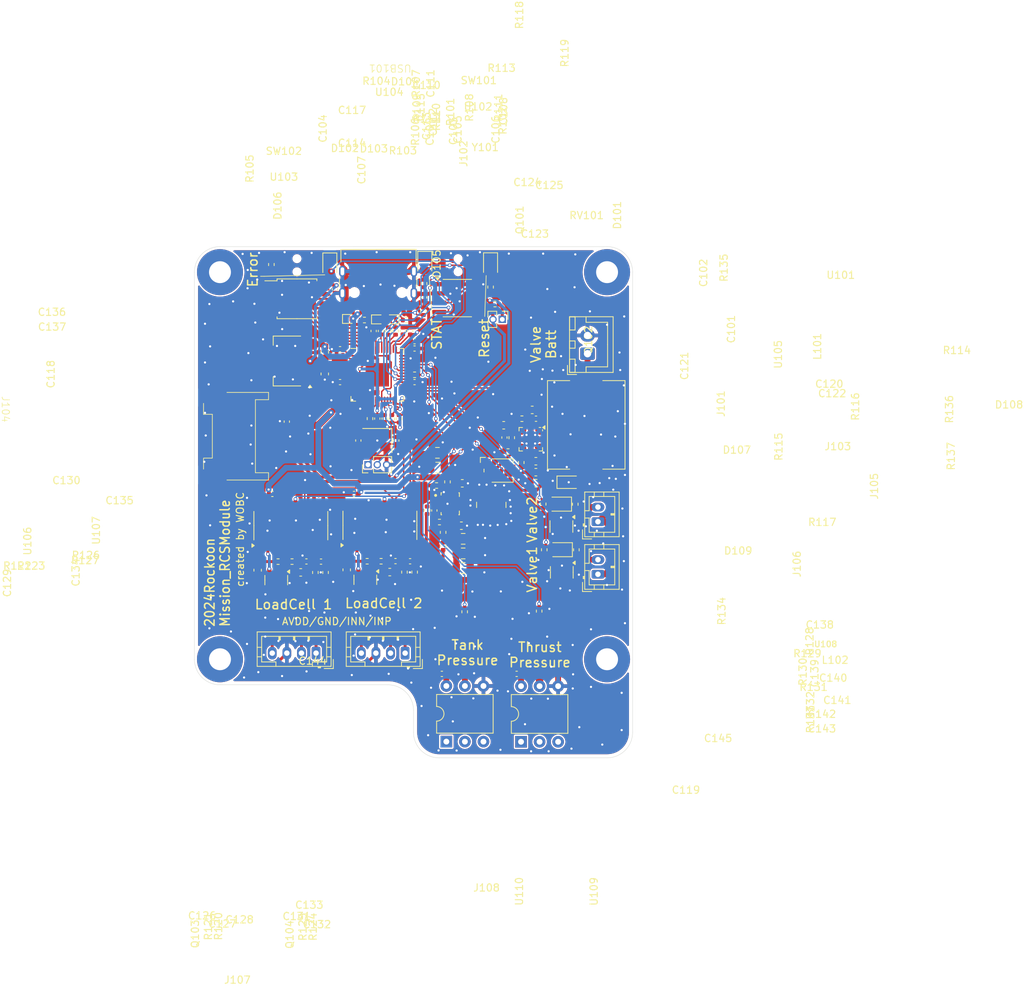
<source format=kicad_pcb>
(kicad_pcb (version 20240108) (generator "pcbnew") (generator_version "8.0")
  (layers (0 "F.Cu" signal) (31 "B.Cu" signal) (34 "B.Paste" user) (35 "F.Paste" user) (36 "B.SilkS" user "B.Silkscreen") (37 "F.SilkS" user "F.Silkscreen") (38 "B.Mask" user) (39 "F.Mask" user) (44 "Edge.Cuts" user))
  (net 0 "")
  (net 1 "GND")
  (net 2 "VDD")
  (net 3 "RESET")
  (net 4 "VBUS")
  (net 5 "/RP2040/USB_D+")
  (net 6 "/RP2040/USB_D-")
  (net 7 "/RP2040/CAN_RX")
  (net 8 "/RP2040/CAN_TX")
  (net 9 "/RP2040/GPIO12")
  (net 10 "/RP2040/GPIO14")
  (net 11 "/RP2040/GPIO4")
  (net 12 "/RP2040/GPIO2")
  (net 13 "/RP2040/GPIO3")
  (net 14 "/RP2040/GPIO5")
  (net 15 "/RP2040/GPIO21")
  (net 16 "/RP2040/GPIO6")
  (net 17 "/RP2040/GPIO8")
  (net 18 "/RP2040/GPIO27_ADC1")
  (net 19 "/RP2040/GPIO0")
  (net 20 "/RP2040/GPIO13")
  (net 21 "/RP2040/GPIO26_ADC0")
  (net 22 "/RP2040/GPIO10")
  (net 23 "/RP2040/GPIO15")
  (net 24 "/RP2040/GPIO7")
  (net 25 "/RP2040/GPIO29_ADC3")
  (net 26 "/RP2040/GPIO11")
  (net 27 "/RP2040/GPIO9")
  (net 28 "/RP2040/GPIO28_ADC2")
  (net 29 "/RP2040/GPIO1")
  (net 30 "/IF/CANL")
  (net 31 "/IF/CANH")
  (net 32 "/RCS/valve1")
  (net 33 "/RCS/valve2")
  (net 34 "/RCS/RCS_EN")
  (net 35 "RCS_VIN")
  (net 36 "/SDA")
  (net 37 "/SCL")
  (net 38 "Net-(D101-A)")
  (net 39 "Net-(D105-A)")
  (net 40 "Net-(D106-A)")
  (net 41 "Net-(USB101-CC1)")
  (net 42 "Net-(USB101-CC2)")
  (net 43 "Net-(R105-Pad2)")
  (net 46 "Net-(U104-XIN)")
  (net 47 "Net-(C106-Pad2)")
  (net 48 "Net-(U104-VREG_VOUT)")
  (net 49 "Net-(U105-SS)")
  (net 50 "Net-(C121-Pad1)")
  (net 51 "Net-(D107-K)")
  (net 52 "Net-(J107-Pin_4)")
  (net 53 "Net-(U106-INA+)")
  (net 54 "Net-(U106-INA-)")
  (net 55 "Net-(U106-VBG)")
  (net 56 "Net-(J108-Pin_4)")
  (net 57 "Net-(U107-INA+)")
  (net 58 "Net-(U107-INA-)")
  (net 59 "Net-(U107-VBG)")
  (net 60 "Net-(U108-VAUX)")
  (net 61 "Net-(D107-A)")
  (net 62 "Net-(D108-K)")
  (net 63 "Net-(D109-K)")
  (net 64 "Net-(J102-Pin_2)")
  (net 65 "Net-(J102-Pin_1)")
  (net 66 "Net-(J103-Pin_1)")
  (net 67 "Net-(J105-Pin_2)")
  (net 68 "Net-(J106-Pin_2)")
  (net 69 "Net-(J107-Pin_2)")
  (net 70 "Net-(J107-Pin_1)")
  (net 71 "Net-(J108-Pin_2)")
  (net 72 "Net-(J108-Pin_1)")
  (net 73 "Net-(U108-L1)")
  (net 74 "Net-(U108-L2)")
  (net 75 "Net-(Q103-B)")
  (net 76 "Net-(Q104-B)")
  (net 77 "Net-(U103-~{CS})")
  (net 78 "Net-(U104-USB_DP)")
  (net 79 "Net-(U104-USB_DM)")
  (net 80 "Net-(U104-XOUT)")
  (net 81 "Net-(U104-GPIO25)")
  (net 82 "Net-(U104-GPIO24)")
  (net 83 "Net-(U105-FREQ)")
  (net 84 "Net-(U105-COMP)")
  (net 85 "Net-(U105-FB)")
  (net 86 "Net-(U106-VFB)")
  (net 87 "Net-(U107-VFB)")
  (net 88 "Net-(U108-EN)")
  (net 89 "Net-(U108-PG)")
  (net 90 "Net-(U108-FB)")
  (net 91 "Net-(R132-Pad2)")
  (net 94 "Net-(U103-DO(IO1))")
  (net 95 "Net-(U103-DI(IO0))")
  (net 96 "Net-(U103-IO2)")
  (net 97 "Net-(U103-IO3)")
  (net 98 "Net-(U103-CLK)")
  (net 102 "Net-(U108-VOUT)")
  (net 103 "Net-(U109-VOUT)")
  (net 104 "Net-(U110-VOUT)")
  (footprint "Connector_PinHeader_1.27mm:PinHeader_1x02_P1.27mm_Vertical" (layer "F.Cu") (at 132.15 99.9625 -90)
    (property "Reference" "J103")
    (property "Value" "Jumper")
  )
  (footprint "Package_SO:SOP-16_3.9x9.9mm_P1.27mm" (layer "F.Cu") (at 115.395 128.1625 90)
    (property "Reference" "U107")
    (property "Value" "HX711")
  )
  (footprint "WOBCLibrary:Board_1U_60x60" (layer "F.Cu") (at 120 120)
    (property "Reference" "REF**" (hide yes))
    (property "Value" "Board_1U_60x60" (hide yes))
    (fp_line (start -30 26.5) (end -30 -26.5) (stroke (width 0.05)) (layer "Edge.Cuts"))
    (fp_line (start -26.5 -30) (end 26.5 -30) (stroke (width 0.05)) (layer "Edge.Cuts"))
    (fp_line (start -3.5 30) (end -26.5 30) (stroke (width 0.05)) (layer "Edge.Cuts"))
    (fp_line (start -0.000089 33.475054) (end 0 36.5) (stroke (width 0.05)) (layer "Edge.Cuts"))
    (fp_line (start 26.5 40) (end 3.5 40) (stroke (width 0.05)) (layer "Edge.Cuts"))
    (fp_line (start 30 -26.5) (end 30 36.5) (stroke (width 0.05)) (layer "Edge.Cuts"))
    (fp_arc (start -30 -26.5) (mid -28.974874 -28.974874) (end -26.5 -30) (stroke (width 0.05)) (layer "Edge.Cuts"))
    (fp_arc (start -26.5 30) (mid -28.974874 28.974874) (end -30 26.5) (stroke (width 0.05)) (layer "Edge.Cuts"))
    (fp_arc (start -3.5 30) (mid -1.033962 31.016322) (end -0.000089 33.475054) (stroke (width 0.05)) (layer "Edge.Cuts"))
    (fp_arc (start 3.5 40) (mid 1.025126 38.974874) (end 0 36.5) (stroke (width 0.05)) (layer "Edge.Cuts"))
    (fp_arc (start 26.5 -30) (mid 28.974874 -28.974874) (end 30 -26.5) (stroke (width 0.05)) (layer "Edge.Cuts"))
    (fp_arc (start 30 36.5) (mid 28.974874 38.974874) (end 26.5 40) (stroke (width 0.05)) (layer "Edge.Cuts"))
  )
  (footprint "Resistor_SMD:R_0402_1005Metric" (layer "F.Cu") (at 113.28 100.0525 180)
    (property "Reference" "R104")
    (property "Value" "5.1k")
  )
  (footprint "Inductor_SMD:L_Chilisin_BMRF00101040" (layer "F.Cu") (at 143.65 114.4125 -90)
    (property "Reference" "L101")
    (property "Value" "L")
  )
  (footprint "LED_SMD:LED_0805_2012Metric" (layer "F.Cu") (at 108.54 92.5525 -90)
    (property "Reference" "D106")
    (property "Value" "ERROR")
  )
  (footprint "Diode_SMD:D_SOD-323" (layer "F.Cu") (at 141.25 122.2625)
    (property "Reference" "D107")
    (property "Value" "D")
  )
  (footprint "Crystal:Crystal_SMD_3225-4Pin_3.2x2.5mm" (layer "F.Cu") (at 115.04 116.5525 180)
    (property "Reference" "Y101")
    (property "Value" "Crystal_GND24")
  )
  (footprint "Capacitor_SMD:C_0603_1608Metric" (layer "F.Cu") (at 136.775 122.3825 180)
    (property "Reference" "C125")
    (property "Value" "4.7uF")
  )
  (footprint "Resistor_SMD:R_0402_1005Metric" (layer "F.Cu") (at 132.94 118.0625 180)
    (property "Reference" "R117")
    (property "Value" "1k")
  )
  (footprint "Resistor_SMD:R_0402_1005Metric" (layer "F.Cu") (at 142.15 125.2725 -90)
    (property "Reference" "R136")
    (property "Value" "1k")
  )
  (footprint "Potentiometer_SMD:Potentiometer_Bourns_TC33X_Vertical" (layer "F.Cu") (at 131.75 120.6625)
    (property "Reference" "RV101")
    (property "Value" "20k")
  )
  (footprint "Capacitor_SMD:C_0402_1005Metric" (layer "F.Cu") (at 107.335 133.1275 180)
    (property "Reference" "C127")
    (property "Value" "0.1uF")
  )
  (footprint "Resistor_SMD:R_0402_1005Metric" (layer "F.Cu") (at 107.955 134.6175 90)
    (property "Reference" "R120")
    (property "Value" "100")
  )
  (footprint "Capacitor_SMD:C_0603_1608Metric" (layer "F.Cu") (at 107.85 104.4625 -90)
    (property "Reference" "C101")
    (property "Value" "10u")
  )
  (footprint "LED_SMD:LED_0805_2012Metric" (layer "F.Cu") (at 121.54 92.3375 -90)
    (property "Reference" "D105")
    (property "Value" "STAT")
  )
  (footprint "Package_TO_SOT_SMD:SOT-223-3_TabPin2" (layer "F.Cu") (at 102.7 105.6625 180)
    (property "Reference" "U101")
    (property "Value" "AMS1117-3.3")
  )
  (footprint "Package_DFN_QFN:QFN-56-1EP_7x7mm_P0.4mm_EP3.2x3.2mm" (layer "F.Cu") (at 115.04 107.5525)
    (property "Reference" "U104")
    (property "Value" "RP2040")
  )
  (footprint "Resistor_SMD:R_0402_1005Metric" (layer "F.Cu") (at 137.9 131.51 -90)
    (property "Reference" "R119")
    (property "Value" "100k")
  )
  (footprint "Capacitor_SMD:C_0603_1608Metric" (layer "F.Cu") (at 104.555 134.6075)
    (property "Reference" "C126")
    (property "Value" "10uF")
  )
  (footprint "Capacitor_SMD:C_0603_1608Metric" (layer "F.Cu") (at 110.85 134.2575 -90)
    (property "Reference" "C134")
    (property "Value" "10uF")
  )
  (footprint "Package_SO:SOP-16_3.9x9.9mm_P1.27mm" (layer "F.Cu") (at 103.2 128.2075 90)
    (property "Reference" "U106")
    (property "Value" "HX711")
  )
  (footprint "Resistor_SMD:R_0402_1005Metric" (layer "F.Cu") (at 117.54 101.5525 -90)
    (property "Reference" "R107")
    (property "Value" "22.4")
  )
  (footprint "WOBCLibrary:VREG_TPS63070RNMR" (layer "F.Cu") (at 125.025 125.2125)
    (property "Reference" "U108")
    (property "Value" "TPS63070RNMR")
  )
  (footprint "Capacitor_SMD:C_0402_1005Metric" (layer "F.Cu") (at 136.77 113.5625 180)
    (property "Reference" "C122")
    (property "Value" "0.1uF")
  )
  (footprint "Resistor_SMD:R_0402_1005Metric" (layer "F.Cu") (at 142.3 131.51 -90)
    (property "Reference" "R137")
    (property "Value" "1k")
  )
  (footprint "Capacitor_SMD:C_0402_1005Metric" (layer "F.Cu") (at 102.65 113.9625 -90)
    (property "Reference" "C118")
    (property "Value" "100nF")
  )
  (footprint "Capacitor_SMD:C_0805_2012Metric" (layer "F.Cu") (at 123.3 120.2625 180)
    (property "Reference" "C137")
    (property "Value" "22uF")
  )
  (footprint "Package_DIP:DIP-6_W7.62mm" (layer "F.Cu") (at 134.72 157.8 90)
    (property "Reference" "U109")
    (property "Value" "~")
  )
  (footprint "Capacitor_SMD:C_0402_1005Metric" (layer "F.Cu") (at 120.14 102.9525)
    (property "Reference" "C110")
    (property "Value" "100nF")
  )
  (footprint "Resistor_SMD:R_0402_1005Metric" (layer "F.Cu") (at 115.56 133.0825)
    (property "Reference" "R127")
    (property "Value" "10k")
  )
  (footprint "Capacitor_SMD:C_0402_1005Metric" (layer "F.Cu") (at 117.53 133.0625 180)
    (property "Reference" "C133")
    (property "Value" "0.1uF")
  )
  (footprint "WOBCLibrary:Grove_4P_L_SMD" (layer "F.Cu") (at 96.45 115.9625 -90)
    (property "Reference" "J104")
    (property "Value" "Conn_01x04_MountingPin")
  )
  (footprint "Resistor_SMD:R_0402_1005Metric" (layer "F.Cu") (at 127 140 90)
    (property "Reference" "R135")
    (property "Value" "1k")
  )
  (footprint "Resistor_SMD:R_0402_1005Metric" (layer "F.Cu") (at 103.365 133.1275)
    (property "Reference" "R123")
    (property "Value" "10k")
  )
  (footprint "Resistor_SMD:R_0402_1005Metric" (layer "F.Cu") (at 114.04 113.5525 90)
    (property "Reference" "R108")
    (property "Value" "1k")
  )
  (footprint "Capacitor_SMD:C_0603_1608Metric" (layer "F.Cu") (at 98.655 134.3025 -90)
    (property "Reference" "C129")
    (property "Value" "10uF")
  )
  (footprint "Resistor_SMD:R_0402_1005Metric" (layer "F.Cu") (at 124.05 129.1225 -90)
    (property "Reference" "R132")
    (property "Value" "1k")
  )
  (footprint "WOBCLibrary:USB_C_TYPEC-301S-ACP16X7" (layer "F.Cu") (at 115.155 94.1725 180)
    (property "Reference" "USB101")
    (property "Value" "USB_C_Receptacle_USB2.0")
  )
  (footprint "Diode_SMD:D_0805_2012Metric" (layer "F.Cu") (at 139.95 125.2625 180)
    (property "Reference" "D108")
    (property "Value" "LED")
  )
  (footprint "Capacitor_SMD:C_0603_1608Metric" (layer "F.Cu") (at 116.75 134.5625)
    (property "Reference" "C131")
    (property "Value" "10uF")
  )
  (footprint "Diode_SMD:D_0805_2012Metric" (layer "F.Cu") (at 140.0625 131.5 180)
    (property "Reference" "D109")
    (property "Value" "LED" (hide yes))
  )
  (footprint "Capacitor_SMD:C_0402_1005Metric" (layer "F.Cu") (at 132.45 116.1425 -90)
    (property "Reference" "C121")
    (property "Value" "0.1uF")
  )
  (footprint "Capacitor_SMD:C_0402_1005Metric" (layer "F.Cu") (at 121.45 96.9625 -90)
    (property "Reference" "C103")
    (property "Value" "100nF")
  )
  (footprint "Resistor_SMD:R_0402_1005Metric" (layer "F.Cu") (at 137.75 125.2525 -90)
    (property "Reference" "R118")
    (property "Value" "100k")
  )
  (footprint "Capacitor_SMD:C_0603_1608Metric" (layer "F.Cu") (at 136.75 119.3825 180)
    (property "Reference" "C123")
    (property "Value" "4.7uF")
  )
  (footprint "Resistor_SMD:R_0402_1005Metric" (layer "F.Cu") (at 121.35 98.8525 -90)
    (property "Reference" "R101")
    (property "Value" "10k")
  )
  (footprint "Package_DFN_QFN:WQFN-16-1EP_3x3mm_P0.5mm_EP1.68x1.68mm_ThermalVias" (layer "F.Cu") (at 136.06 116.3725 -90)
    (property "Reference" "U105")
    (property "Value" "~" (hide yes))
  )
  (footprint "Capacitor_SMD:C_0603_1608Metric" (layer "F.Cu") (at 136.75 120.8825 180)
    (property "Reference" "C124")
    (property "Value" "4.7uF")
  )
  (footprint "Capacitor_SMD:C_0603_1608Metric" (layer "F.Cu") (at 136.25 112.3625 180)
    (property "Reference" "C120")
    (property "Value" "10uF")
  )
  (footprint "Connector_PinHeader_1.27mm:PinHeader_1x03_P1.27mm_Vertical" (layer "F.Cu") (at 113.77 119.8625 90)
    (property "Reference" "J102")
    (property "Value" "DEBUG")
  )
  (footprint "Capacitor_SMD:C_0402_1005Metric" (layer "F.Cu") (at 119.54 101.5525 -90)
    (property "Reference" "C111")
    (property "Value" "1uF")
  )
  (footprint "Resistor_SMD:R_0402_1005Metric" (layer "F.Cu") (at 116.54 101.5525 -90)
    (property "Reference" "R106")
    (property "Value" "22.4")
  )
  (footprint "Package_DIP:DIP-6_W7.62mm" (layer "F.Cu") (at 124.495 157.78 90)
    (property "Reference" "U110")
    (property "Value" "~")
  )
  (footprint "Resistor_SMD:R_0402_1005Metric" (layer "F.Cu") (at 137.2 139.91 90)
    (property "Reference" "R134")
    (property "Value" "1k")
  )
  (footprint "Resistor_SMD:R_0402_1005Metric" (layer "F.Cu") (at 131.15 97.8625 180)
    (property "Reference" "R113")
    (property "Value" "120")
  )
  (footprint "Resistor_SMD:R_0402_1005Metric" (layer "F.Cu") (at 106.565 134.6175 90)
    (property "Reference" "R121")
    (property "Value" "100")
  )
  (footprint "Diode_SMD:D_SOD-882" (layer "F.Cu") (at 111.09 99.9025)
    (property "Reference" "D102")
    (property "Value" "5V")
  )
  (footprint "Resistor_SMD:R_0402_1005Metric" (layer "F.Cu") (at 124.65 122.2125 90)
    (property "Reference" "R128")
    (property "Value" "10k")
  )
  (footprint "Resistor_SMD:R_0402_1005Metric" (layer "F.Cu") (at 113.65 133.0825)
    (property "Reference" "R126")
    (property "Value" "22k")
  )
  (footprint "Capacitor_SMD:C_0402_1005Metric" (layer "F.Cu") (at 109.94 108.5525 180)
    (property "Reference" "C114")
    (property "Value" "100nF")
  )
  (footprint "Capacitor_SMD:C_0402_1005Metric" (layer "F.Cu") (at 111.85 123.8625 180)
    (property "Reference" "C135")
    (property "Value" "0.1uF")
  )
  (footprint "Package_SO:SOIC-8_3.9x4.9mm_P1.27mm" (layer "F.Cu") (at 126 97.0475)
    (property "Reference" "U102")
    (property "Value" "SN65HVD230")
  )
  (footprint "Package_TO_SOT_SMD:SOT-23-3" (layer "F.Cu") (at 140.3 134.6 -90)
    (property "Reference" "Q102")
    (property "Value" "NMOS")
  )
  (footprint "Capacitor_SMD:C_0603_1608Metric" (layer "F.Cu") (at 126.675 122.4125)
    (property "Reference" "C138")
    (property "Value" "10uF")
  )
  (footprint "Inductor_SMD:L_Wuerth_WE-TPC-3816" (layer "F.Cu") (at 130.65 125.3625)
    (property "Reference" "L102")
    (property "Value" "L")
  )
  (footprint "Resistor_SMD:R_0402_1005Metric" (layer "F.Cu") (at 120.15 134.5725 90)
    (property "Reference" "R124")
    (property "Value" "100")
  )
  (footprint "Capacitor_SMD:C_0402_1005Metric" (layer "F.Cu") (at 114.54 101.5525 90)
    (property "Reference" "C107")
    (property "Value" "100nF")
  )
  (footprint "Connector_JST:JST_PH_B4B-PH-K_1x04_P2.00mm_Vertical" (layer "F.Cu") (at 118.85 145.6625 180)
    (property "Reference" "J108")
    (property "Value" "Conn_01x04")
  )
  (footprint "Resistor_SMD:R_0402_1005Metric" (layer "F.Cu") (at 134.84 113.5625 180)
    (property "Reference" "R114")
    (property "Value" "100k")
  )
  (footprint "Resistor_SMD:R_0402_1005Metric" (layer "F.Cu") (at 123.16 122.7125 180)
    (property "Reference" "R129")
    (property "Value" "330k")
  )
  (footprint "Connector_JST:JST_PH_B2B-PH-K_1x02_P2.00mm_Vertical" (layer "F.Cu") (at 145.25 134.8625 90)
    (property "Reference" "J106")
    (property "Value" "Conn_01x02")
  )
  (footprint "Capacitor_SMD:C_0603_1608Metric" (layer "F.Cu") (at 107.85 107.4375 -90)
    (property "Reference" "C102")
    (property "Value" "10u")
  )
  (footprint "Capacitor_SMD:C_0402_1005Metric" (layer "F.Cu") (at 120.14 108.5525)
    (property "Reference" "C113")
    (property "Value" "100nF")
  )
  (footprint "Package_TO_SOT_SMD:SOT-23" (layer "F.Cu") (at 101.205 135.665 -90)
    (property "Reference" "Q103")
    (property "Value" "PNP")
  )
  (footprint "Resistor_SMD:R_0402_1005Metric" (layer "F.Cu") (at 121.44 95.0525 90)
    (property "Reference" "R110")
    (property "Value" "1k")
  )
  (footprint "Capacitor_SMD:C_0402_1005Metric" (layer "F.Cu") (at 112.44 116.5525 90)
    (property "Reference" "C105")
    (property "Value" "27pF")
  )
  (footprint "Resistor_SMD:R_0402_1005Metric" (layer "F.Cu") (at 118.02 113.5725 90)
    (property "Reference" "R111")
    (property "Value" "10k")
  )
  (footprint "Connector_JST:JST_XH_B2B-XH-A_1x02_P2.50mm_Vertical" (layer "F.Cu") (at 143.825 104.6625 90)
    (property "Reference" "J101")
    (property "Value" "Conn_01x02")
  )
  (footprint "Resistor_SMD:R_0402_1005Metric" (layer "F.Cu") (at 121.85 126.1025 90)
    (property "Reference" "R130")
    (property "Value" "100k")
  )
  (footprint "Diode_SMD:D_SOD-882" (layer "F.Cu") (at 117.19 99.9525 180)
    (property "Reference" "D104")
    (property "Value" "5V")
  )
  (footprint "Resistor_SMD:R_0402_1005Metric" (layer "F.Cu") (at 119.04 100.0525)
    (property "Reference" "R103")
    (property "Value" "5.1k")
  )
  (footprint "Capacitor_SMD:C_0603_1608Metric" (layer "F.Cu") (at 126.55 128.2125)
    (property "Reference" "C140")
    (property "Value" "10uF")
  )
  (footprint "Resistor_SMD:R_0402_1005Metric" (layer "F.Cu") (at 118.76 134.5725 90)
    (property "Reference" "R125")
    (property "Value" "100")
  )
  (footprint "Capacitor_SMD:C_0402_1005Metric" (layer "F.Cu") (at 105.335 133.1075 180)
    (property "Reference" "C128")
    (property "Value" "0.1uF")
  )
  (footprint "Package_TO_SOT_SMD:SOT-23" (layer "F.Cu") (at 113.4 135.62 -90)
    (property "Reference" "Q104")
    (property "Value" "PNP")
  )
  (footprint "Capacitor_SMD:C_0402_1005Metric" (layer "F.Cu") (at 117.64 116.5525 90)
    (property "Reference" "C106")
    (property "Value" "27pF")
  )
  (footprint "Capacitor_SMD:C_0402_1005Metric" (layer "F.Cu") (at 115.54 101.5525 90)
    (property "Reference" "C112")
    (property "Value" "100nF")
  )
  (footprint "Capacitor_SMD:C_0805_2012Metric" (layer "F.Cu") (at 126.8 130.0125)
    (property "Reference" "C141")
    (property "Value" "22uF")
  )
  (footprint "Resistor_SMD:R_0402_1005Metric" (layer "F.Cu") (at 133.45 116.1625 90)
    (property "Reference" "R116")
    (property "Value" "2.2k")
  )
  (footprint "Resistor_SMD:R_0402_1005Metric" (layer "F.Cu") (at 101.455 133.1275)
    (property "Reference" "R122")
    (property "Value" "22k")
  )
  (footprint "Package_SO:SOIC-8_5.23x5.23mm_P1.27mm" (layer "F.Cu") (at 104.04 97.1475)
    (property "Reference" "U103")
    (property "Value" "W25Q128JVS")
  )
  (footprint "Resistor_SMD:R_0402_1005Metric" (layer "F.Cu") (at 117.03 113.5825 90)
    (property "Reference" "R109")
    (property "Value" "10k")
  )
  (footprint "Resistor_SMD:R_0402_1005Metric" (layer "F.Cu") (at 120.15 107.5525)
    (property "Reference" "R112")
    (property "Value" "1k")
  )
  (footprint "Capacitor_SMD:C_0805_2012Metric" (layer "F.Cu") (at 123.275 118.2375 180)
    (property "Reference" "C136")
    (property "Value" "22uF")
  )
  (footprint "Resistor_SMD:R_0402_1005Metric" (layer "F.Cu") (at 100.54 92.4525 90)
    (property "Reference" "R105")
    (property "Value" "1k")
  )
  (footprint "Connector_JST:JST_PH_B2B-PH-K_1x02_P2.00mm_Vertical" (layer "F.Cu") (at 145.25 127.6625 90)
    (property "Reference" "J105")
    (property "Value" "Conn_01x02")
  )
  (footprint "Package_TO_SOT_SMD:SOT-23-3" (layer "F.Cu") (at 140.25 128.325 -90)
    (property "Reference" "Q101")
    (property "Value" "NMOS")
  )
  (footprint "Connector_JST:JST_PH_B4B-PH-K_1x04_P2.00mm_Vertical" (layer "F.Cu") (at 106.655 145.6625 180)
    (property "Reference" "J107")
    (property "Value" "Conn_01x04")
  )
  (footprint "Capacitor_SMD:C_0402_1005Metric" (layer "F.Cu") (at 119.53 133.0825 180)
    (property "Reference" "C132")
    (property "Value" "0.1uF")
  )
  (footprint "Capacitor_SMD:C_0402_1005Metric" (layer "F.Cu") (at 123.88 148.5 180)
    (property "Reference" "C145")
    (property "Value" "100nF")
  )
  (footprint "Diode_SMD:D_SOD-882" (layer "F.Cu") (at 115.06 99.9625)
    (property "Reference" "D103")
    (property "Value" "5V")
  )
  (footprint "Capacitor_SMD:C_0402_1005Metric" (layer "F.Cu") (at 109.94 104.0525 180)
    (property "Reference" "C117")
    (property "Value" "100nF")
  )
  (footprint "Resistor_SMD:R_0402_1005Metric" (layer "F.Cu") (at 130.55 95.5425 90)
    (property "Reference" "R102")
    (property "Value" "1k")
  )
  (footprint "Capacitor_SMD:C_0402_1005Metric" (layer "F.Cu") (at 109.24 95.8525 90)
    (property "Reference" "C104")
    (property "Value" "100nF")
  )
  (footprint "Capacitor_SMD:C_0402_1005Metric" (layer "F.Cu") (at 115.04 113.5525 -90)
    (property "Reference" "C115")
    (property "Value" "100nF")
  )
  (footprint "Capacitor_SMD:C_0805_2012Metric" (layer "F.Cu") (at 126.8 134.0125)
    (property "Reference" "C143")
    (property "Value" "22uF")
  )
  (footprint "WOBCLibrary:TVAF06-A020B-R" (layer "F.Cu") (at 126.1 92.5425 90)
    (property "Reference" "SW101")
    (property "Value" "RESET_sw")
  )
  (footprint "Capacitor_SMD:C_0603_1608Metric" (layer "F.Cu") (at 132.35 114.4625 180)
    (property "Reference" "C119")
    (property "Value" "47nF")
  )
  (footprint "WOBCLibrary:TVAF06-A020B-R" (layer "F.Cu") (at 104.04 92.5525 90)
    (property "Reference" "SW102")
    (property "Value" "BOOT0")
  )
  (footprint "Resistor_SMD:R_0402_1005Metric" (layer "F.Cu") (at 123.55 127.7125)
    (property "Reference" "R131")
    (property "Value" "10k")
  )
  (footprint "Capacitor_SMD:C_0805_2012Metric" (layer "F.Cu") (at 126.8 132.0125)
    (property "Reference" "C142")
    (property "Value" "22uF")
  )
  (footprint "Capacitor_SMD:C_0402_1005Metric" (layer "F.Cu") (at 120.14 103.9525)
    (property "Reference" "C116" (hide yes))
    (property "Value" "100nF")
  )
  (footprint "Capacitor_SMD:C_0402_1005Metric" (layer "F.Cu") (at 116.04 113.5525 -90)
    (property "Reference" "C108")
    (property "Value" "100nF")
  )
  (footprint "Capacitor_SMD:C_0402_1005Metric" (layer "F.Cu") (at 122.85 126.1325 -90)
    (property "Reference" "C139")
    (property "Value" "100nF")
  )
  (footprint "Capacitor_SMD:C_0402_1005Metric" (layer "F.Cu") (at 100.67 123.8625)
    (property "Reference" "C130")
    (property "Value" "0.1uF")
  )
  (footprint "Capacitor_SMD:C_0402_1005Metric" (layer "F.Cu") (at 134.12 148.5 180)
    (property "Reference" "C144")
    (property "Value" "100nF")
  )
  (footprint "LED_SMD:LED_0805_2012Metric" (layer "F.Cu") (at 130.55 92.5325 -90)
    (property "Reference" "D101")
    (property "Value" "RESET")
  )
  (footprint "Resistor_SMD:R_0402_1005Metric" (layer "F.Cu") (at 124.05 131.0225 -90)
    (property "Reference" "R133")
    (property "Value" "51k")
  )
  (footprint "Capacitor_SMD:C_0402_1005Metric" (layer "F.Cu") (at 118.54 101.5525 -90)
    (property "Reference" "C109")
    (property "Value" "1uF")
  )
  (footprint "Resistor_SMD:R_0402_1005Metric" (layer "F.Cu") (at 134.75 119.5625 -90)
    (property "Reference" "R115")
    (property "Value" "100k")
  )
  (gr_line (start 107.85 93.8625) (end 99.55 94.0625) (stroke (width 0.1)) (layer "F.SilkS"))
  (gr_line (start 129.75 99.5625) (end 129.95 93.9625) (stroke (width 0.1)) (layer "F.SilkS"))
  (gr_line (start 122.55 99.5625) (end 122.15 94.1625) (stroke (width 0.1)) (layer "F.SilkS"))
  (gr_line (start 99.55 94.0625) (end 99.05 94.0625) (stroke (width 0.1)) (layer "F.SilkS"))
  (gr_text "LoadCell 1" (at 98.15 139.7625 0) (layer "F.SilkS") (effects (font (size 1.3 1.3) (thickness 0.2)) (justify left bottom)))
  (gr_text "Valve1" (at 137 134.2 90) (layer "F.SilkS") (effects (font (size 1.3 1.3) (thickness 0.2)) (justify bottom)))
  (gr_text "2024Rockoon\nMission_RCSModule" (at 94.95 142.1625 90) (layer "F.SilkS") (effects (font (size 1.3 1.2) (thickness 0.2)) (justify left bottom)))
  (gr_text "LoadCell 2" (at 110.5 139.6 0) (layer "F.SilkS") (effects (font (size 1.3 1.3) (thickness 0.2)) (justify left bottom)))
  (gr_text "Valve2" (at 137 124.1 90) (layer "F.SilkS") (effects (font (size 1.3 1.3) (thickness 0.2)) (justify right bottom)))
  (gr_text "Valve\nBatt" (at 139.6 103.4 90) (layer "F.SilkS") (effects (font (size 1.3 1.3) (thickness 0.2)) (justify bottom)))
  (gr_text "Error" (at 98.75 93.1625 90) (layer "F.SilkS") (effects (font (size 1.3 1.3) (thickness 0.2)) (justify bottom)))
  (gr_text "Thrust\nPressure" (at 137.3 147.7 0) (layer "F.SilkS") (effects (font (size 1.3 1.3) (thickness 0.2)) (justify bottom)))
  (gr_text "Tank\nPressure" (at 127.4 147.4 0) (layer "F.SilkS") (effects (font (size 1.3 1.3) (thickness 0.2)) (justify bottom)))
  (gr_text "AVDD/GND/INN/INP" (at 101.9 141.9 0) (layer "F.SilkS") (effects (font (size 1 1)) (justify left bottom)))
  (gr_text "created by WOBC" (at 96.85 136.6625 90) (layer "F.SilkS") (effects (font (size 1 1)) (justify left bottom)))
  (gr_text "Reset" (at 130.45 102.5625 90) (layer "F.SilkS") (effects (font (size 1.3 1.3) (thickness 0.2)) (justify bottom)))
  (gr_text "STAT" (at 123.95 101.9625 90) (layer "F.SilkS") (effects (font (size 1.3 1.3) (thickness 0.2)) (justify bottom)))
  (segment (start 108.82 104.0325) (end 108.82 104.2675) (width 0.4) (layer "F.Cu") (net 1))
  (segment (start 119.55 97.8475) (end 119.36 97.6575) (width 0.4) (layer "F.Cu") (net 1))
  (segment (start 102.05 112.9625) (end 102.35 113.2625) (width 1) (layer "F.Cu") (net 1))
  (segment (start 127.325 129.5875) (end 127.75 130.0125) (width 0.4) (layer "F.Cu") (net 1))
  (segment (start 114.54 101.0725) (end 113.56 101.0725) (width 0.4) (layer "F.Cu") (net 1))
  (segment (start 116.04 114.3025) (end 116.39 114.6525) (width 0.2) (layer "F.Cu") (net 1))
  (segment (start 120.62 102.672506) (end 121.340006 101.9525) (width 0.4) (layer "F.Cu") (net 1))
  (segment (start 110.72 99.1525) (end 111.01 99.1525) (width 0.4) (layer "F.Cu") (net 1))
  (segment (start 136.29 113.1775) (end 136.29 113.5625) (width 0.4) (layer "F.Cu") (net 1))
  (segment (start 136.7825 117.83) (end 136.55 118.0625) (width 0.2) (layer "F.Cu") (net 1))
  (segment (start 135.475 112.3625) (end 136.29 113.1775) (width 0.4) (layer "F.Cu") (net 1))
  (segment (start 110.72 99.1525) (end 110.72 97.6575) (width 0.4) (layer "F.Cu") (net 1))
  (segment (start 114.04 108.5525) (end 115.04 107.552498) (width 0.4) (layer "F.Cu") (net 1))
  (segment (start 107.9275 91.765) (end 108.54 91.765) (width 0.4) (layer "F.Cu") (net 1))
  (segment (start 118.25 116.4225) (end 118.25 115.6625) (width 0.2) (layer "F.Cu") (net 1))
  (segment (start 120.85 96.4825) (end 119.675 97.6575) (width 0.4) (layer "F.Cu") (net 1))
  (segment (start 112.77 100.0525) (end 112.77 100.404424) (width 0.4) (layer "F.Cu") (net 1))
  (segment (start 110.74 100.4525) (end 110.74 99.1725) (width 0.4) (layer "F.Cu") (net 1))
  (segment (start 137.3275 117.3125) (end 137 117.3125) (width 0.2) (layer "F.Cu") (net 1))
  (segment (start 105.33 134.6075) (end 104.855 134.1325) (width 0.4) (layer "F.Cu") (net 1))
  (segment (start 127.325 128.2125) (end 127.325 129.5875) (width 0.4) (layer "F.Cu") (net 1))
  (segment (start 124.3 123.8125) (end 124.3 123.7625) (width 0.2) (layer "F.Cu") (net 1))
  (segment (start 95.01 112.9625) (end 92.71 110.6625) (width 1) (layer "F.Cu") (net 1))
  (segment (start 112.77 100.404424) (end 112.711924 100.4625) (width 0.4) (layer "F.Cu") (net 1))
  (segment (start 106.375 125.7075) (end 107.645 125.7075) (width 0.4) (layer "F.Cu") (net 1))
  (segment (start 113.57 116.0725) (end 113.94 115.7025) (width 0.4) (layer "F.Cu") (net 1))
  (segment (start 114.19 115.7025) (end 115.04 116.5525) (width 0.4) (layer "F.Cu") (net 1))
  (segment (start 136 118.6125) (end 136.25 118.3625) (width 0.8) (layer "F.Cu") (net 1))
  (segment (start 117.05 134.0875) (end 117.05 133.0625) (width 0.4) (layer "F.Cu") (net 1))
  (segment (start 117.64 117.0325) (end 118.25 116.4225) (width 0.2) (layer "F.Cu") (net 1))
  (segment (start 127.75 134.0125) (end 127.75 132.0125) (width 0.4) (layer "F.Cu") (net 1))
  (segment (start 108.82 104.2675) (end 107.85 105.2375) (width 0.4) (layer "F.Cu") (net 1))
  (segment (start 119.15 99.2525) (end 119.55 98.8525) (width 0.4) (layer "F.Cu") (net 1))
  (segment (start 124.65 125.212499) (end 124.650001 125.2125) (width 0.2) (layer "F.Cu") (net 1))
  (segment (start 101.295 127.655526) (end 103.835 130.195526) (width 0.4) (layer "F.Cu") (net 1))
  (segment (start 136.81 117.1225) (end 136.65 116.9625) (width 0.2) (layer "F.Cu") (net 1))
  (segment (start 114.04 109.6525) (end 114.04 108.5525) (width 0.4) (layer "F.Cu") (net 1))
  (segment (start 115.24 118.3025) (end 113.115736 118.3025) (width 0.2) (layer "F.Cu") (net 1))
  (segment (start 119.36 93.4775) (end 119.36 93.1825) (width 0.4) (layer "F.Cu") (net 1))
  (segment (start 115.04 107.5525) (end 115.04 107.552498) (width 0.2) (layer "F.Cu") (net 1))
  (segment (start 135.81 117.83) (end 135.81 117.9225) (width 0.2) (layer "F.Cu") (net 1))
  (segment (start 136.81 117.83) (end 136.7825 117.83) (width 0.2) (layer "F.Cu") (net 1))
  (segment (start 103.455 137.3075) (end 105.33 135.4325) (width 0.4) (layer "F.Cu") (net 1))
  (segment (start 135.81 116.6225) (end 136.06 116.3725) (width 0.2) (layer "F.Cu") (net 1))
  (segment (start 119.07 99.2525) (end 118.505 98.6875) (width 0.4) (layer "F.Cu") (net 1))
  (segment (start 103.895 133.1075) (end 103.875 133.1275) (width 0.4) (layer "F.Cu") (net 1))
  (segment (start 113.74 105.6525) (end 113.74 106.2525) (width 0.4) (layer "F.Cu") (net 1))
  (segment (start 114.54 101.0725) (end 114.71 100.9025) (width 0.4) (layer "F.Cu") (net 1))
  (segment (start 114.04 108.5525) (end 115.04 107.5525) (width 0.2) (layer "F.Cu") (net 1))
  (segment (start 109.46 108.5525) (end 108.94 108.5525) (width 0.4) (layer "F.Cu") (net 1))
  (segment (start 135.81 117.83) (end 136.81 117.83) (width 0.2) (layer "F.Cu") (net 1))
  (segment (start 121.8625 91.4) (end 125.61 95.1475) (width 0.4) (layer "F.Cu") (net 1))
  (segment (start 101.64 99.0525) (end 100.44 99.0525) (width 0.4) (layer "F.Cu") (net 1))
  (segment (start 110.72 93.4775) (end 119.36 93.4775) (width 0.8) (layer "F.Cu") (net 1))
  (segment (start 110.74 99.1725) (end 110.72 99.1525) (width 0.4) (layer "F.Cu") (net 1))
  (segment (start 120.62 102.9525) (end 120.62 102.672506) (width 0.4) (layer "F.Cu") (net 1))
  (segment (start 109.779239 96.3325) (end 110.72 95.391739) (width 0.4) (layer "F.Cu") (net 1))
  (segment (start 106.265 92.5525) (end 107.14 92.5525) (width 0.4) (layer "F.Cu") (net 1))
  (segment (start 136.65 116.9625) (end 137 117.3125) (width 0.2) (layer "F.Cu") (net 1))
  (segment (start 109.24 96.3325) (end 109.779239 96.3325) (width 0.4) (layer "F.Cu") (net 1))
  (segment (start 92.71 110.6625) (end 92.71 121.2025) (width 1) (layer "F.Cu") (net 1))
  (segment (start 137.11375 117.52625) (end 136.81 117.83) (width 0.2) (layer "F.Cu") (net 1))
  (segment (start 136.31 117.83) (end 136.31 118.3025) (width 0.2) (layer "F.Cu") (net 1))
  (segment (start 110.72 93.4775) (end 110.72 93.0025) (width 0.4) (layer "F.Cu") (net 1))
  (segment (start 102.35 113.2625) (end 102.65 113.2625) (width 1) (layer "F.Cu") (net 1))
  (segment (start 124.65 125.212499) (end 124.65 125.535368) (width 0.2) (layer "F.Cu") (net 1))
  (segment (start 114.04 110.99) (end 114.04 109.6525) (width 0.2) (layer "F.Cu") (net 1))
  (segment (start 110.72 93.0025) (end 109.4825 91.765) (width 0.4) (layer "F.Cu") (net 1))
  (segment (start 119.675 97.6575) (end 119.36 97.6575) (width 0.4) (layer "F.Cu") (net 1))
  (segment (start 136 120.0625) (end 136 118.6125) (width 0.8) (layer "F.Cu") (net 1))
  (segment (start 136.31 117.83) (end 136.1275 118.0125) (width 0.2) (layer "F.Cu") (net 1))
  (segment (start 114.85 145.6625) (end 114.85 140.5625) (width 0.4) (layer "F.Cu") (net 1))
  (segment (start 136 122.3825) (end 136 120.0625) (width 0.8) (layer "F.Cu") (net 1))
  (segment (start 113.94 115.7025) (end 114.19 115.7025) (width 0.4) (layer "F.Cu") (net 1))
  (segment (start 118.57 127.122501) (end 118.57 125.6625) (width 0.4) (layer "F.Cu") (net 1))
  (segment (start 116.31 117.5725) (end 116.14 117.4025) (width 0.4) (layer "F.Cu") (net 1))
  (segment (start 102.655 145.6625) (end 102.655 140.6075) (width 0.4) (layer "F.Cu") (net 1))
  (segment (start 136.81 117.83) (end 136.81375 117.82625) (width 0.2) (layer "F.Cu") (net 1))
  (segment (start 110.72 95.391739) (end 110.72 95.252496) (width 0.4) (layer "F.Cu") (net 1))
  (segment (start 98.655 135.0775) (end 98.655 145.6625) (width 0.4) (layer "F.Cu") (net 1))
  (segment (start 113.94 115.7025) (end 113.964264 115.7025) (width 0.4) (layer "F.Cu") (net 1))
  (segment (start 125.61 95.8825) (end 125.61 95.1475) (width 0.4) (layer "F.Cu") (net 1))
  (segment (start 116.04 114.0325) (end 115.04 114.0325) (width 0.2) (layer "F.Cu") (net 1))
  (segment (start 135.81 117.9225) (end 135.9 118.0125) (width 0.2) (layer "F.Cu") (net 1))
  (segment (start 103.835 129.707501) (end 106.375 127.167501) (width 0.4) (layer "F.Cu") (net 1))
  (segment (start 136.31 118.3025) (end 136.25 118.3625) (width 0.2) (layer "F.Cu") (net 1))
  (segment (start 131.575 116.057499) (end 132.140001 116.6225) (width 0.4) (layer "F.Cu") (net 1))
  (segment (start 100.15 112.9625) (end 95.01 112.9625) (width 1) (layer "F.Cu") (net 1))
  (segment (start 119.36 93.1825) (end 121.1425 91.4) (width 0.4) (layer "F.Cu") (net 1))
  (segment (start 116.04 114.0325) (end 116.04 114.3025) (width 0.2) (layer "F.Cu") (net 1))
  (segment (start 121.45 96.4825) (end 120.85 96.4825) (width 0.4) (layer "F.Cu") (net 1))
  (segment (start 121.48 96.4525) (end 121.45 96.4825) (width 0.4) (layer "F.Cu") (net 1))
  (segment (start 110.85 146.1625) (end 112.05 147.3625) (width 0.4) (layer "F.Cu") (net 1))
  (segment (start 111.01 99.1525) (end 111.94 98.2225) (width 0.4) (layer "F.Cu") (net 1))
  (segment (start 117.64 117.0325) (end 116.51 117.0325) (width 0.2) (layer "F.Cu") (net 1))
  (segment (start 125.04 96.4525) (end 125.61 95.8825) (width 0.4) (layer "F.Cu") (net 1))
  (segment (start 115.99 117.4025) (end 116.14 117.4025) (width 0.2) (layer "F.Cu") (net 1))
  (segment (start 113.49 127.610526) (end 116.03 130.150526) (width 0.4) (layer "F.Cu") (net 1))
  (segment (start 116.31 119.8625) (end 116.31 117.5725) (width 0.4) (layer "F.Cu") (net 1))
  (segment (start 104.855 134.1325) (end 104.855 133.1075) (width 0.4) (layer "F.Cu") (net 1))
  (segment (start 108.94 108.5525) (end 108.19 108.5525) (width 0.4) (layer "F.Cu") (net 1))
  (segment (start 124.222868 125.9625) (end 123.875 125.9625) (width 0.2) (layer "F.Cu") (net 1))
  (segment (start 120.62 108.5525) (end 121.24 108.5525) (width 0.4) (layer "F.Cu") (net 1))
  (segment (start 116.07 130.7025) (end 116.03 130.6625) (width 0.4) (layer "F.Cu") (net 1))
  (segment (start 137.11375 117.42625) (end 137.11375 117.52625) (width 0.2) (layer "F.Cu") (net 1))
  (segment (start 110.72 97.6575) (end 110.72 95.252496) (width 0.4) (layer "F.Cu") (net 1))
  (segment (start 139.8 150.18) (end 139.8 136.2375) (width 0.8) (layer "F.Cu") (net 1))
  (segment (start 137.5175 117.1225) (end 137.11375 117.52625) (width 0.2) (layer "F.Cu") (net 1))
  (segment (start 92.71 121.2025) (end 92.65 121.2625) (width 1) (layer "F.Cu") (net 1))
  (segment (start 114.71 100.9025) (end 114.71 99.9625) (width 0.4) (layer "F.Cu") (net 1))
  (segment (start 136.31 116.6225) (end 136.06 116.3725) (width 0.2) (layer "F.Cu") (net 1))
  (segment (start 114.54 101.0725) (end 115.54 101.0725) (width 0.4) (layer "F.Cu") (net 1))
  (segment (start 117.525 134.5625) (end 117.05 134.0875) (width 0.4) (layer "F.Cu") (net 1))
  (segment (start 117.46 100.0525) (end 117.52 100.0525) (width 0.2) (layer "F.Cu") (net 1))
  (segment (start 123.43 96.4525) (end 121.48 96.4525) (width 0.4) (layer "F.Cu") (net 1))
  (segment (start 122.65 122.7125) (end 122.65 123.1125) (width 0.2) (layer "F.Cu") (net 1))
  (segment (start 120.62 103.9525) (end 120.62 102.9525) (width 0.4) (layer "F.Cu") (net 1))
  (segment (start 117.52 100.0525) (end 118.54 101.0725) (width 0.2) (layer "F.Cu") (net 1))
  (segment (start 116.07 133.0825) (end 116.07 130.7025) (width 0.4) (layer "F.Cu") (net 1))
  (segment (start 135.9 118.0125) (end 136.25 118.3625) (width 0.2) (layer "F.Cu") (net 1))
  (segment (start 113.54 101.0525) (end 113.301924 101.0525) (width 0.4) (layer "F.Cu") (net 1))
  (segment (start 103.875 133.1275) (end 103.875 130.7475) (width 0.4) (layer "F.Cu") (net 1))
  (segment (start 125 96.4125) (end 125.04 96.4525) (width 0.4) (layer "F.Cu") (net 1))
  (segment (start 116.03 130.6625) (end 116.03 129.662501) (width 0.4) (layer "F.Cu") (net 1))
  (segment (start 132.45 118.0425) (end 132.43 118.0625) (width 0.4) (layer "F.Cu") (net 1))
  (segment (start 137 117.3125) (end 137.11375 117.42625) (width 0.2) (layer "F.Cu") (net 1))
  (segment (start 123.875 125.9625) (end 123.5 125.9625) (width 0.2) (layer "F.Cu") (net 1))
  (segment (start 103.455 139.8075) (end 103.455 137.3075) (width 0.4) (layer "F.Cu") (net 1))
  (segment (start 117.525 135.3875) (end 117.525 134.5625) (width 0.4) (layer "F.Cu") (net 1))
  (segment (start 119.54 101.0725) (end 118.54 101.0725) (width 0.4) (layer "F.Cu") (net 1))
  (segment (start 99.93 146.9375) (end 101.38 146.9375) (width 0.4) (layer "F.Cu") (net 1))
  (segment (start 108.84 104.0525) (end 108.82 104.0325) (width 0.4) (layer "F.Cu") (net 1))
  (segment (start 115.65 137.2625) (end 117.525 135.3875) (width 0.4) (layer "F.Cu") (net 1))
  (segment (start 132.140001 116.6225) (end 132.45 116.6225) (width 0.4) (layer "F.Cu") (net 1))
  (segment (start 119.54 100.0625) (end 119.55 100.0525) (width 0.4) (layer "F.Cu") (net 1))
  (segment (start 122.85 127.2125) (end 122.85 126.6125) (width 0.4) (layer "F.Cu") (net 1))
  (segment (start 116.14 117.4025) (end 115.24 118.3025) (width 0.2) (layer "F.Cu") (net 1))
  (segment (start 134.6025 116.1225) (end 134.6025 115.6225) (width 0.2) (layer "F.Cu") (net 1))
  (segment (start 128.51 95.1425) (end 128.515 95.1475) (width 0.4) (layer "F.Cu") (net 1))
  (segment (start 101.295 124.0875) (end 101.115 123.9075) (width 0.4) (layer "F.Cu") (net 1))
  (segment (start 118.57 125.6625) (end 119.84 125.6625) (width 0.4) (layer "F.Cu") (net 1))
  (segment (start 116.5 114.7625) (end 116.39 114.6525) (width 0.2) (layer "F.Cu") (net 1))
  (segment (start 135.99 120.0725) (end 136 120.0625) (width 0.8) (layer "F.Cu") (net 1))
  (segment (start 110.94 100.6525) (end 110.74 100.4525) (width 0.4) (layer "F.Cu") (net 1))
  (segment (start 100.15 112.9625) (end 102.05 112.9625) (width 1) (layer "F.Cu") (net 1))
  (segment (start 121.1425 91.4) (end 121.8625 91.4) (width 0.4) (layer "F.Cu") (net 1))
  (segment (start 104.855 133.1075) (end 103.895 133.1075) (width 0.4) (layer "F.Cu") (net 1))
  (segment (start 136.5425 118.0625) (end 136.55 118.0625) (width 0.2) (layer "F.Cu") (net 1))
  (segment (start 118.505 98.6875) (end 118.505 97.8425) (width 0.4) (layer "F.Cu") (net 1))
  (segment (start 116.03 130.150526) (end 116.03 130.6625) (width 0.4) (layer "F.Cu") (net 1))
  (segment (start 131.575 114.4625) (end 131.575 116.057499) (width 0.4) (layer "F.Cu") (net 1))
  (segment (start 115.65 139.7625) (end 115.65 137.2625) (width 0.4) (layer "F.Cu") (net 1))
  (segment (start 109.4825 91.765) (end 108.54 91.765) (width 0.4) (layer "F.Cu") (net 1))
  (segment (start 137.5175 116.6225) (end 137.5175 117.1225) (width 0.2) (layer "F.Cu") (net 1))
  (segment (start 135.81 117.83) (end 135.81 116.6225) (width 0.2) (layer "F.Cu") (net 1))
  (segment (start 122.65 123.1125) (end 122.85 123.3125) (width 0.2) (layer "F.Cu") (net 1))
  (segment (start 116.09 133.0625) (end 116.07 133.0825) (width 0.4) (layer "F.Cu") (net 1))
  (segment (start 116.51 117.0325) (end 116.14 117.4025) (width 0.2) (layer "F.Cu") (net 1))
  (segment (start 123.04 127.4025) (end 122.85 127.2125) (width 0.4) (layer "F.Cu") (net 1))
  (segment (start 136.1275 118.0125) (end 135.9 118.0125) (width 0.2) (layer "F.Cu") (net 1))
  (segment (start 134.75 120.0725) (end 135.99 120.0725) (width 0.8) (layer "F.Cu") (net 1))
  (segment (start 136.81375 117.49875) (end 137 117.3125) (width 0.4) (layer "F.Cu") (net 1))
  (segment (start 119.07 99.2525) (end 119.15 99.2525) (width 0.4) (layer "F.Cu") (net 1))
  (segment (start 119.55 98.8525) (end 119.55 97.8475) (width 0.4) (layer "F.Cu") (net 1))
  (segment (start 102.655 140.6075) (end 103.455 139.8075) (width 0.4) (layer "F.Cu") (net 1))
  (segment (start 109.46 104.0525) (end 108.84 104.0525) (width 0.4) (layer "F.Cu") (net 1))
  (segment (start 119.55 100.0525) (end 119.55 99.7325) (width 0.4) (layer "F.Cu") (net 1))
  (segment (start 119.54 101.0725) (end 119.54 100.0625) (width 0.4) (layer "F.Cu") (net 1))
  (segment (start 103.835 130.7075) (end 103.835 129.707501) (width 0.4) (layer "F.Cu") (net 1))
  (segment (start 127.75 130.0125) (end 127.75 132.0125) (width 0.4) (layer "F.Cu") (net 1))
  (segment (start 137.5175 117.1225) (end 137.3275 117.3125) (width 0.2) (layer "F.Cu") (net 1))
  (segment (start 119.55 99.7325) (end 119.07 99.2525) (width 0.4) (layer "F.Cu") (net 1))
  (segment (start 107.14 92.5525) (end 107.9275 91.765) (width 0.4) (layer "F.Cu") (net 1))
  (segment (start 113.115736 118.3025) (end 112.44 117.626764) (width 0.2) (layer "F.Cu") (net 1))
  (segment (start 113.301924 101.0525) (end 112.711924 100.4625) (width 0.4) (layer "F.Cu") (net 1))
  (segment (start 110.85 135.0325) (end 110.85 146.1625) (width 0.4) (layer "F.Cu") (net 1))
  (segment (start 108.19 108.5525) (end 107.85 108.2125) (width 0.4) (layer "F.Cu") (net 1))
  (segment (start 112.521924 100.6525) (end 110.94 100.6525) (width 0.4) (layer "F.Cu") (net 1))
  (segment (start 139.8 136.2375) (end 140.3 135.7375) (width 0.8) (layer "F.Cu") (net 1))
  (segment (start 110.72 93.4775) (end 110.72 97.6575) (width 0.8) (layer "F.Cu") (net 1))
  (segment (start 98.655 145.6625) (end 99.93 146.9375) (width 0.4) (layer "F.Cu") (net 1))
  (segment (start 115.04 116.5525) (end 115.89 117.4025) (width 0.4) (layer "F.Cu") (net 1))
  (segment (start 123.04 127.7125) (end 123.04 127.4025) (width 0.4) (layer "F.Cu") (net 1))
  (segment (start 136.81 117.83) (end 136.81 117.1225) (width 0.2) (layer "F.Cu") (net 1))
  (segment (start 101.38 146.9375) (end 102.655 145.6625) (width 0.4) (layer "F.Cu") (net 1))
  (segment (start 125.61 95.1475) (end 125.615 95.1425) (width 0.4) (layer "F.Cu") (net 1))
  (segment (start 114.85 140.5625) (end 115.65 139.7625) (width 0.4) (layer "F.Cu") (net 1))
  (segment (start 101.295 125.7075) (end 101.295 127.655526) (width 0.4) (layer "F.Cu") (net 1))
  (segment (start 132.45 116.6225) (end 132.45 118.0425) (width 0.4) (layer "F.Cu") (net 1))
  (segment (start 137.5175 117.1225) (end 136.81 117.1225) (width 0.2) (layer "F.Cu") (net 1))
  (segment (start 112.711924 100.4625) (end 112.521924 100.6525) (width 0.4) (layer "F.Cu") (net 1))
  (segment (start 117.05 133.0625) (end 116.09 133.0625) (width 0.4) (layer "F.Cu") (net 1))
  (segment (start 118.25 115.6625) (end 117.35 114.7625) (width 0.2) (layer "F.Cu") (net 1))
  (segment (start 103.835 130.195526) (end 103.835 130.7075) (width 0.4) (layer "F.Cu") (net 1))
  (segment (start 116.03 129.662501) (end 118.57 127.122501) (width 0.4) (layer "F.Cu") (net 1))
  (segment (start 123.57 96.4125) (end 125 96.4125) (width 0.4) (layer "F.Cu") (net 1))
  (segment (start 124.3 123.7625) (end 124.15 123.6125) (width 0.2) (layer "F.Cu") (net 1))
  (segment (start 105.33 135.4325) (end 105.33 134.6075) (width 0.4) (layer "F.Cu") (net 1))
  (segment (start 112.44 117.626764) (end 112.44 117.0325) (width 0.2) (layer "F.Cu") (net 1))
  (segment (start 103.875 130.7475) (end 103.835 130.7075) (width 0.4) (layer "F.Cu") (net 1))
  (segment (start 124.65 125.535368) (end 124.222868 125.9625) (width 0.2) (layer "F.Cu") (net 1))
  (segment (start 136.31 117.83) (end 136.5425 118.0625) (width 0.2) (layer "F.Cu") (net 1))
  (segment (start 115.89 117.4025) (end 116.14 117.4025) (width 0.4) (layer "F.Cu") (net 1))
  (segment (start 123.53 96.4525) (end 123.57 96.4125) (width 0.4) (layer "F.Cu") (net 1))
  (segment (start 123.5 125.9625) (end 122.85 126.6125) (width 0.2) (layer "F.Cu") (net 1))
  (segment (start 113.25 147.3625) (end 114.85 145.7625) (width 0.4) (layer "F.Cu") (net 1))
  (segment (start 113.56 101.0725) (end 113.54 101.0525) (width 0.4) (layer "F.Cu") (net 1))
  (segment (start 113.74 106.2525) (end 115.04 107.5525) (width 0.4) (layer "F.Cu") (net 1))
  (segment (start 117.35 114.7625) (end 116.5 114.7625) (width 0.2) (layer "F.Cu") (net 1))
  (segment (start 134.33 113.5625) (end 134.33 113.242501) (width 0.4) (layer "F.Cu") (net 1))
  (segment (start 125.615 95.1425) (end 128.51 95.1425) (width 0.4) (layer "F.Cu") (net 1))
  (segment (start 106.375 127.167501) (end 106.375 125.7075) (width 0.4) (layer "F.Cu") (net 1))
  (segment (start 101.295 125.7075) (end 101.295 124.0875) (width 0.4) (layer "F.Cu") (net 1))
  (segment (start 136.55 118.0625) (end 136.25 118.3625) (width 0.2) (layer "F.Cu") (net 1))
  (segment (start 112.05 147.3625) (end 113.25 147.3625) (width 0.4) (layer "F.Cu") (net 1))
  (segment (start 119.55 100.0525) (end 119.55 98.8525) (width 0.4) (layer "F.Cu") (net 1))
  (segment (start 135.210001 112.3625) (end 135.475 112.3625) (width 0.4) (layer "F.Cu") (net 1))
  (segment (start 124.650001 125.2125) (end 125.625 125.2125) (width 0.2) (layer "F.Cu") (net 1))
  (segment (start 113.49 125.6625) (end 113.49 127.610526) (width 0.4) (layer "F.Cu") (net 1))
  (segment (start 136.81375 117.82625) (end 136.81375 117.49875) (width 0.2) (layer "F.Cu") (net 1))
  (segment (start 136.31 117.83) (end 136.31 116.6225) (width 0.2) (layer "F.Cu") (net 1))
  (via (at 105.586254 143.967156) (size 0.5) (drill 0.3) (layers "F.Cu" "B.Cu") (net 1))
  (via (at 113.54 101.0525) (size 0.5) (drill 0.3) (layers "F.Cu" "B.Cu") (net 1))
  (via (at 116.6 148.5) (size 0.5) (drill 0.3) (layers "F.Cu" "B.Cu") (net 1))
  (via (at 116.9 132.3) (size 0.5) (drill 0.3) (layers "F.Cu" "B.Cu") (net 1))
  (via (at 137.75 90.9625) (size 0.5) (drill 0.3) (layers "F.Cu" "B.Cu") (net 1))
  (via (at 122.85 123.3125) (size 0.5) (drill 0.3) (layers "F.Cu" "B.Cu") (net 1))
  (via (at 140.1 136.8) (size 0.5) (drill 0.3) (layers "F.Cu" "B.Cu") (net 1))
  (via (at 129.7 134.6) (size 0.5) (drill 0.3) (layers "F.Cu" "B.Cu") (net 1))
  (via (at 146.8 121.7) (size 0.5) (drill 0.3) (layers "F.Cu" "B.Cu") (net 1))
  (via (at 125.380272 155.007549) (size 0.5) (drill 0.3) (layers "F.Cu" "B.Cu") (net 1))
  (via (at 112 143.1) (size 0.5) (drill 0.3) (layers "F.Cu" "B.Cu") (net 1))
  (via (at 106.2 128.8) (size 0.5) (drill 0.3) (layers "F.Cu" "B.Cu") (net 1))
  (via (at 130.5 128.2) (size 0.5) (drill 0.3) (layers "F.Cu" "B.Cu") (net 1))
  (via (at 103.038194 136.068522) (size 0.5) (drill 0.3) (layers "F.Cu" "B.Cu") (net 1))
  (via (at 91.95 108.8625) (size 0.5) (drill 0.3) (layers "F.Cu" "B.Cu") (net 1))
  (via (at 144.6 124.3) (size 0.5) (drill 0.3) (layers "F.Cu" "B.Cu") (net 1))
  (via (at 120.1 129) (size 0.5) (drill 0.3) (layers "F.Cu" "B.Cu") (net 1))
  (via (at 144.3 131.7) (size 0.5) (drill 0.3) (layers "F.Cu" "B.Cu") (net 1))
  (via (at 138.1 128.4) (size 0.5) (drill 0.3) (layers "F.Cu" "B.Cu") (net 1))
  (via (at 105.889902 118.431451) (size 0.5) (drill 0.3) (layers "F.Cu" "B.Cu") (net 1))
  (via (at 136.1 159.1) (size 0.5) (drill 0.3) (layers "F.Cu" "B.Cu") (net 1))
  (via (at 111.5 120.6) (size 0.5) (drill 0.3) (layers "F.Cu" "B.Cu") (net 1))
  (via (at 132.699316 127.999999) (size 0.5) (drill 0.3) (layers "F.Cu" "B.Cu") (net 1))
  (via (at 115.479381 95.196118) (size 0.5) (drill 0.3) (layers "F.Cu" "B.Cu") (net 1))
  (via (at 96.6 91) (size 0.5) (drill 0.3) (layers "F.Cu" "B.Cu") (net 1))
  (via (at 148.95 141.5625) (size 0.5) (drill 0.3) (layers "F.Cu" "B.Cu") (net 1))
  (via (at 133.4 143.7) (size 0.5) (drill 0.3) (layers "F.Cu" "B.Cu") (net 1))
  (via (at 101.7 113.9) (size 0.5) (drill 0.3) (layers "F.Cu" "B.Cu") (net 1))
  (via (at 127.325 128.2125) (size 0.5) (drill 0.3) (layers "F.Cu" "B.Cu") (net 1))
  (via (at 108.94 108.5525) (size 0.5) (drill 0.3) (layers "F.Cu" "B.Cu") (net 1))
  (via (at 125.122088 90.908922) (size 0.5) (drill 0.3) (layers "F.Cu" "B.Cu") (net 1))
  (via (at 145.672495 115.731914) (size 0.5) (drill 0.3) (layers "F.Cu" "B.Cu") (net 1))
  (via (at 124.65 125.212499) (size 0.5) (drill 0.3) (layers "F.Cu" "B.Cu") (net 1))
  (via (at 97.915529 119.71133) (size 0.5) (drill 0.3) (layers "F.Cu" "B.Cu") (net 1))
  (via (at 121.24 108.5525) (size 0.5) (drill 0.3) (layers "F.Cu" "B.Cu") (net 1))
  (via (at 106.05 90.8625) (size 0.5) (drill 0.3) (layers "F.Cu" "B.Cu") (net 1))
  (via (at 138.294648 135.818362) (size 0.5) (drill 0.3) (layers "F.Cu" "B.Cu") (net 1))
  (via (at 138.5 159.1) (size 0.5) (drill 0.3) (layers "F.Cu" "B.Cu") (net 1))
  (via (at 133.1 145.8) (size 0.5) (drill 0.3) (layers "F.Cu" "B.Cu") (net 1))
  (via (at 138.321159 95.807733) (size 0.5) (drill 0.3) (layers "F.Cu" "B.Cu") (net 1))
  (via (at 131.523713 128.106872) (size 0.5) (drill 0.3) (layers "F.Cu" "B.Cu") (net 1))
  (via (at 137.7 106.8) (size 0.5) (drill 0.3) (layers "F.Cu" "B.Cu") (net 1))
  (via (at 101.450367 140.999948) (size 0.5) (drill 0.3) (layers "F.Cu" "B.Cu") (net 1))
  (via (at 141.626436 158.741237) (size 0.5) (drill 0.3) (layers "F.Cu" "B.Cu") (net 1))
  (via (at 148.7 129.6625) (size 0.5) (drill 0.3) (layers "F.Cu" "B.Cu") (net 1))
  (via (at 128.293152 148.418453) (size 0.5) (drill 0.3) (layers "F.Cu" "B.Cu") (net 1))
  (via (at 132.4 122.7) (size 0.5) (drill 0.3) (layers "F.Cu" "B.Cu") (net 1))
  (via (at 138.3 143.4) (size 0.5) (drill 0.3) (layers "F.Cu" "B.Cu") (net 1))
  (via (at 147.974081 112.537174) (size 0.5) (drill 0.3) (layers "F.Cu" "B.Cu") (net 1))
  (via (at 114.95 90.7625) (size 0.5) (drill 0.3) (layers "F.Cu" "B.Cu") (net 1))
  (via (at 147.348318 123.283686) (size 0.5) (drill 0.3) (layers "F.Cu" "B.Cu") (net 1))
  (via (at 144.1 122.5) (size 0.5) (drill 0.3) (layers "F.Cu" "B.Cu") (net 1))
  (via (at 98.75 148.2625) (size 0.5) (drill 0.3) (layers "F.Cu" "B.Cu") (net 1))
  (via (at 105.32833 136.022719) (size 0.5) (drill 0.3) (layers "F.Cu" "B.Cu") (net 1))
  (via (at 95 142.7) (size 0.5) (drill 0.3) (layers "F.Cu" "B.Cu") (net 1))
  (via (at 134.4 121.9) (size 0.5) (drill 0.3) (layers "F.Cu" "B.Cu") (net 1))
  (via (at 145.1 128.9) (size 0.5) (drill 0.3) (layers "F.Cu" "B.Cu") (net 1))
  (via (at 105.6 115.6) (size 0.5) (drill 0.3) (layers "F.Cu" "B.Cu") (net 1))
  (via (at 148.55 136.9625) (size 0.5) (drill 0.3) (layers "F.Cu" "B.Cu") (net 1))
  (via (at 104.8 132.3) (size 0.5) (drill 0.3) (layers "F.Cu" "B.Cu") (net 1))
  (via (at 91.35 119.4625) (size 0.5) (drill 0.3) (layers "F.Cu" "B.Cu") (net 1))
  (via (at 97.8 108.3) (size 0.5) (drill 0.3) (layers "F.Cu" "B.Cu") (net 1))
  (via (at 91.75 132.6625) (size 0.5) (drill 0.3) (layers "F.Cu" "B.Cu") (net 1))
  (via (at 119.55 90.7625) (size 0.5) (drill 0.3) (layers "F.Cu" "B.Cu") (net 1))
  (via (at 102.35 90.7625) (size 0.5) (drill 0.3) (layers "F.Cu" "B.Cu") (net 1))
  (via (at 105.35 148.1625) (size 0.5) (drill 0.3) (layers "F.Cu" "B.Cu") (net 1))
  (via (at 135.3 104.1) (size 0.5) (drill 0.3) (layers "F.Cu" "B.Cu") (net 1))
  (via (at 142.15 91.0625) (size 0.5) (drill 0.3) (layers "F.Cu" "B.Cu") (net 1))
  (via (at 103.481585 108.182786) (size 0.5) (drill 0.3) (layers "F.Cu" "B.Cu") (net 1))
  (via (at 120.1 111.2) (size 0.5) (drill 0.3) (layers "F.Cu" "B.Cu") (net 1))
  (via (at 117.88851 139.772611) (size 0.5) (drill 0.3) (layers "F.Cu" "B.Cu") (net 1))
  (via (at 138.385467 120.651205) (size 0.5) (drill 0.3) (layers "F.Cu" "B.Cu") (net 1))
  (via (at 97.3 93.2) (size 0.5) (drill 0.3) (layers "F.Cu" "B.Cu") (net 1))
  (via (at 140.2 127.1) (size 0.5) (drill 0.3) (layers "F.Cu" "B.Cu") (net 1))
  (via (at 140.5 106.9) (size 0.5) (drill 0.3) (layers "F.Cu" "B.Cu") (net 1))
  (via (at 111.55 148.6625) (size 0.5) (drill 0.3) (layers "F.Cu" "B.Cu") (net 1))
  (via (at 97.7 117.1) (size 0.5) (drill 0.3) (layers "F.Cu" "B.Cu") (net 1))
  (via (at 97.8 114.5) (size 0.5) (drill 0.3) (layers "F.Cu" "B.Cu") (net 1))
  (via (at 135.263983 155.393887) (size 0.5) (drill 0.3) (layers "F.Cu" "B.Cu") (net 1))
  (via (at 126.15 148.5625) (size 0.5) (drill 0.3) (layers "F.Cu" "B.Cu") (net 1))
  (via (at 122.9 142.2) (size 0.5) (drill 0.3) (layers "F.Cu" "B.Cu") (net 1))
  (via (at 108.748897 111.037822) (size 0.5) (drill 0.3) (layers "F.Cu" "B.Cu") (net 1))
  (via (at 107.651603 144.13532) (size 0.5) (drill 0.3) (layers "F.Cu" "B.Cu") (net 1))
  (via (at 107.3 134.6) (size 0.5) (drill 0.3) (layers "F.Cu" "B.Cu") (net 1))
  (via (at 97.275551 95.700077) (size 0.5) (drill 0.3) (layers "F.Cu" "B.Cu") (net 1))
  (via (at 127.4 91.2) (size 0.5) (drill 0.3) (layers "F.Cu" "B.Cu") (net 1))
  (via (at 134.7 120.7) (size 0.5) (drill 0.3) (layers "F.Cu" "B.Cu") (net 1))
  (via (at 122.1 112.8) (size 0.5) (drill 0.3) (layers "F.Cu" "B.Cu") (net 1))
  (via (at 140.980954 120.177911) (size 0.5) (drill 0.3) (layers "F.Cu" "B.Cu") (net 1))
  (via (at 133.2 124.7) (size 0.5) (drill 0.3) (layers "F.Cu" "B.Cu") (net 1))
  (via (at 92.15 103.6625) (size 0.5) (drill 0.3) (layers "F.Cu" "B.Cu") (net 1))
  (via (at 102.546693 118.052254) (size 0.5) (drill 0.3) (layers "F.Cu" "B.Cu") (net 1))
  (via (at 147.7 121.8) (size 0.5) (drill 0.3) (layers "F.Cu" "B.Cu") (net 1))
  (via (at 143.40526 113.189863) (size 0.5) (drill 0.3) (layers "F.Cu" "B.Cu") (net 1))
  (via (at 117.9 118.4) (size 0.5) (drill 0.3) (layers "F.Cu" "B.Cu") (net 1))
  (via (at 126.312959 97.489245) (size 0.5) (drill 0.3) (layers "F.Cu" "B.Cu") (net 1))
  (via (at 139.386072 98.933768) (size 0.5) (drill 0.3) (layers "F.Cu" "B.Cu") (net 1))
  (via (at 127.45 122.4125) (size 0.5) (drill 0.3) (layers "F.Cu" "B.Cu") (net 1))
  (via (at 141.401586 137.084602) (size 0.5) (drill 0.3) (layers "F.Cu" "B.Cu") (net 1))
  (via (at 91.45 100.5625) (size 0.5) (drill 0.3) (layers "F.Cu" "B.Cu") (net 1))
  (via (at 141.25 122.2625) (size 0.5) (drill 0.3) (layers "F.Cu" "B.Cu") (net 1))
  (via (at 110 112.9) (size 0.5) (drill 0.3) (layers "F.Cu" "B.Cu") (net 1))
  (via (at 119.670792 138.353306) (size 0.5) (drill 0.3) (layers "F.Cu" "B.Cu") (net 1))
  (via (at 136.02236 147.490948) (size 0.5) (drill 0.3) (layers "F.Cu" "B.Cu") (net 1))
  (via (at 125.819806 144.330561) (size 0.5) (drill 0.3) (layers "F.Cu" "B.Cu") (net 1))
  (via (at 140.4 112.9) (size 0.5) (drill 0.3) (layers "F.Cu" "B.Cu") (net 1))
  (via (at 121.340006 101.9525) (size 0.5) (drill 0.3) (layers "F.Cu" "B.Cu") (net 1))
  (via (at 116.3 127.4) (size 0.5) (drill 0.3) (layers "F.Cu" "B.Cu") (net 1))
  (via (at 119.945608 142.372495) (size 0.5) (drill 0.3) (layers "F.Cu" "B.Cu") (net 1))
  (via (at 119.6 105.3) (size 0.5) (drill 0.3) (layers "F.Cu" "B.Cu") (net 1))
  (via (at 107.170675 127.405878) (size 0.5) (drill 0.3) (layers "F.Cu" "B.Cu") (net 1))
  (via (at 123.427491 158.985519) (size 0.5) (drill 0.3) (layers "F.Cu" "B.Cu") (net 1))
  (via (at 138.839227 147.5253) (size 0.5) (drill 0.3) (layers "F.Cu" "B.Cu") (net 1))
  (via (at 129.8 129.9) (size 0.5) (drill 0.3) (layers "F.Cu" "B.Cu") (net 1))
  (via (at 129 122.6) (size 0.5) (drill 0.3) (layers "F.Cu" "B.Cu") (net 1))
  (via (at 136.088277 99.723865) (size 0.5) (drill 0.3) (layers "F.Cu" "B.Cu") (net 1))
  (via (at 125.5 99.3) (size 0.5) (drill 0.3) (layers "F.Cu" "B.Cu") (net 1))
  (via (at 98.336414 100.396325) (size 0.5) (drill 0.3) (layers "F.Cu" "B.Cu") (net 1))
  (via (at 148.8 133.0625) (size 0.5) (drill 0.3) (layers "F.Cu" "B.Cu") (net 1))
  (via (at 103.1 116) (size 0.5) (drill 0.3) (layers "F.Cu" "B.Cu") (net 1))
  (via (at 131.5 150.8) (size 0.5) (drill 0.3) (layers "F.Cu" "B.Cu") (net 1))
  (via (at 100.3 127.5) (size 0.5) (drill 0.3) (layers "F.Cu" "B.Cu") (net 1))
  (via (at 127.792864 125.457292) (size 0.5) (drill 0.3) (layers "F.Cu" "B.Cu") (net 1))
  (via (at 139.3 118.6) (size 0.5) (drill 0.3) (layers "F.Cu" "B.Cu") (net 1))
  (via (at 123.6 94.1) (size 0.5) (drill 0.3) (layers "F.Cu" "B.Cu") (net 1))
  (via (at 142.6 128.9) (size 0.5) (drill 0.3) (layers "F.Cu" "B.Cu") (net 1))
  (via (at 137.577988 108.128045) (size 0.5) (drill 0.3) (layers "F.Cu" "B.Cu") (net 1))
  (via (at 133.3 125.6) (size 0.5) (drill 0.3) (layers "F.Cu" "B.Cu") (net 1))
  (via (at 124 116.8) (size 0.5) (drill 0.3) (layers "F.Cu" "B.Cu") (net 1))
  (via (at 129.508394 128.091605) (size 0.5) (drill 0.3) (layers "F.Cu" "B.Cu") (net 1))
  (via (at 123 146.5) (size 0.5) (drill 0.3) (layers "F.Cu" "B.Cu") (net 1))
  (via (at 128.060128 137.227543) (size 0.5) (drill 0.3) (layers "F.Cu" "B.Cu") (net 1))
  (via (at 134.9 135.9) (size 0.5) (drill 0.3) (layers "F.Cu" "B.Cu") (net 1))
  (via (at 142.1 128.2) (size 0.5) (drill 0.3) (layers "F.Cu" "B.Cu") (net 1))
  (via (at 119.5 134.6) (size 0.5) (drill 0.3) (layers "F.Cu" "B.Cu") (net 1))
  (via (at 142.638259 134.920424) (size 0.5) (drill 0.3) (layers "F.Cu" "B.Cu") (net 1))
  (via (at 135.8 144.3) (size 0.5) (drill 0.3) (layers "F.Cu" "B.Cu") (net 1))
  (via (at 113.85 124.7325) (size 0.5) (drill 0.3) (layers "F.Cu" "B.Cu") (net 1))
  (via (at 128.8 128.1) (size 0.5) (drill 0.3) (layers "F.Cu" "B.Cu") (net 1))
  (via (at 142.2 106.2) (size 0.5) (drill 0.3) (layers "F.Cu" "B.Cu") (net 1))
  (via (at 141.85 148.5625) (size 0.5) (drill 0.3) (layers "F.Cu" "B.Cu") (net 1))
  (via (at 129.55 95.1625) (size 0.5) (drill 0.3) (layers "F.Cu" "B.Cu") (net 1))
  (via (at 136.125416 151.888008) (size 0.5) (drill 0.3) (layers "F.Cu" "B.Cu") (net 1))
  (via (at 114.104797 140.532264) (size 0.5) (drill 0.3) (layers "F.Cu" "B.Cu") (net 1))
  (via (at 131.953358 137.212276) (size 0.5) (drill 0.3) (layers "F.Cu" "B.Cu") (net 1))
  (via (at 107.85 108.2125) (size 0.5) (drill 0.3) (layers "F.Cu" "B.Cu") (net 1))
  (via (at 148.5 151.1) (size 0.5) (drill 0.3) (layers "F.Cu" "B.Cu") (net 1))
  (via (at 123.9 137.1) (size 0.6) (drill 0.3) (layers "F.Cu" "B.Cu") (net 1))
  (via (at 97.2 144.4) (size 0.5) (drill 0.3) (layers "F.Cu" "B.Cu") (net 1))
  (via (at 124.15 123.6125) (size 0.5) (drill 0.3) (layers "F.Cu" "B.Cu") (net 1))
  (via (at 131.9 158.9) (size 0.5) (drill 0.3) (layers "F.Cu" "B.Cu") (net 1))
  (via (at 121.1 152.9) (size 0.5) (drill 0.3) (layers "F.Cu" "B.Cu") (net 1))
  (via (at 115.799498 143.967467) (size 0.5) (drill 0.3) (layers "F.Cu" "B.Cu") (net 1))
  (via (at 133.424656 112.902256) (size 0.5) (drill 0.3) (layers "F.Cu" "B.Cu") (net 1))
  (via (at 127.8 124.7) (size 0.5) (drill 0.3) (layers "F.Cu" "B.Cu") (net 1))
  (via (at 107.8 140.1) (size 0.5) (drill 0.3) (layers "F.Cu" "B.Cu") (net 1))
  (via (at 129.091657 90.771513) (size 0.5) (drill 0.3) (layers "F.Cu" "B.Cu") (net 1))
  (via (at 92.15 128.1625) (size 0.5) (drill 0.3) (layers "F.Cu" "B.Cu") (net 1))
  (via (at 114.013192 143.50944) (size 0.5) (drill 0.3) (layers "F.Cu" "B.Cu") (net 1))
  (via (at 91.55 115.8625) (size 0.5) (drill 0.3) (layers "F.Cu" "B.Cu") (net 1))
  (via (at 91.45 105.8625) (size 0.5) (drill 0.3) (layers "F.Cu" "B.Cu") (net 1))
  (via (at 148.2 104.5) (size 0.5) (drill 0.3) (layers "F.Cu" "B.Cu") (net 1))
  (via (at 147.252688 120.025918) (size 0.5) (drill 0.3) (layers "F.Cu" "B.Cu") (net 1))
  (via (at 100 128.9) (size 0.5) (drill 0.3) (layers "F.Cu" "B.Cu") (net 1))
  (via (at 97.2 124.4) (size 0.5) (drill 0.3) (layers "F.Cu" "B.Cu") (net 1))
  (via (at 103.8 103.6) (size 0.5) (drill 0.3) (layers "F.Cu" "B.Cu") (net 1))
  (via (at 133.1 123.5) (size 0.5) (drill 0.3) (layers "F.Cu" "B.Cu") (net 1))
  (via (at 122 156.9) (size 0.5) (drill 0.3) (layers "F.Cu" "B.Cu") (net 1))
  (via (at 145.974236 130.642655) (size 0.5) (drill 0.3) (layers "F.Cu" "B.Cu") (net 1))
  (via (at 98.6 94.5) (size 0.5) (drill 0.3) (layers "F.Cu" "B.Cu") (net 1))
  (via (at 144.3 142.4) (size 0.5) (drill 0.3) (layers "F.Cu" "B.Cu") (net 1))
  (via (at 137.897691 126.978438) (size 0.5) (drill 0.3) (layers "F.Cu" "B.Cu") (net 1))
  (via (at 105.15 121.9625) (size 0.5) (drill 0.3) (layers "F.Cu" "B.Cu") (net 1))
  (via (at 108.716517 129.398297) (size 0.5) (drill 0.3) (layers "F.Cu" "B.Cu") (net 1))
  (via (at 112.1 140.1) (size 0.5) (drill 0.3) (layers "F.Cu" "B.Cu") (net 1))
  (via (at 120.780167 120.146796) (size 0.5) (drill 0.3) (layers "F.Cu" "B.Cu") (net 1))
  (via (at 103.9 127.5) (size 0.5) (drill 0.3) (layers "F.Cu" "B.Cu") (net 1))
  (via (at 132.930677 150.891799) (size 0.5) (drill 0.3) (layers "F.Cu" "B.Cu") (net 1))
  (via (at 135.916517 107.006497) (size 0.5) (drill 0.3) (layers "F.Cu" "B.Cu") (net 1))
  (via (at 148.3 106.9) (size 0.5) (drill 0.3) (layers "F.Cu" "B.Cu") (net 1))
  (via (at 97.3 131.8) (size 0.5) (drill 0.3) (layers "F.Cu" "B.Cu") (net 1))
  (via (at 138.5 134.3) (size 0.5) (drill 0.3) (layers "F.Cu" "B.Cu") (net 1))
  (via (at 117.471297 136.203907) (size 0.5) (drill 0.3) (layers "F.Cu" "B.Cu") (net 1))
  (via (at 98.85 90.8625) (size 0.5) (drill 0.3) (layers "F.Cu" "B.Cu") (net 1))
  (via (at 115.1 135.6) (size 0.5) (drill 0.3) (layers "F.Cu" "B.Cu") (net 1))
  (via (at 114.04 109.6525) (size 0.5) (drill 0.3) (layers "F.Cu" "B.Cu") (net 1))
  (via (at 92.25 138.0625) (size 0.5) (drill 0.3) (layers "F.Cu" "B.Cu") (net 1))
  (via (at 143.6 128.3) (size 0.5) (drill 0.3) (layers "F.Cu" "B.Cu") (net 1))
  (via (at 122.999533 105.221777) (size 0.5) (drill 0.3) (layers "F.Cu" "B.Cu") (net 1))
  (via (at 101.203146 120.311855) (size 0.5) (drill 0.3) (layers "F.Cu" "B.Cu") (net 1))
  (via (at 140.2 105) (size 0.5) (drill 0.3) (layers "F.Cu" "B.Cu") (net 1))
  (via (at 102 96.6) (size 0.5) (drill 0.3) (layers "F.Cu" "B.Cu") (net 1))
  (via (at 108.638065 120.080349) (size 0.5) (drill 0.3) (layers "F.Cu" "B.Cu") (net 1))
  (via (at 119.7 149.7) (size 0.5) (drill 0.3) (layers "F.Cu" "B.Cu") (net 1))
  (via (at 102 148.8) (size 0.5) (drill 0.3) (layers "F.Cu" "B.Cu") (net 1))
  (via (at 111.6 111) (size 0.5) (drill 0.3) (layers "F.Cu" "B.Cu") (net 1))
  (via (at 105.7 139.9) (size 0.5) (drill 0.3) (layers "F.Cu" "B.Cu") (net 1))
  (via (at 138.6 139.6) (size 0.5) (drill 0.3) (layers "F.Cu" "B.Cu") (net 1))
  (via (at 108.6 114.8) (size 0.5) (drill 0.3) (layers "F.Cu" "B.Cu") (net 1))
  (via (at 139.020774 106.982977) (size 0.5) (drill 0.3) (layers "F.Cu" "B.Cu") (net 1))
  (via (at 128.1 117.8) (size 0.5) (drill 0.3) (layers "F.Cu" "B.Cu") (net 1))
  (via (at 130 122.6) (size 0.5) (drill 0.3) (layers "F.Cu" "B.Cu") (net 1))
  (via (at 139.283016 108.58669) (size 0.5) (drill 0.3) (layers "F.Cu" "B.Cu") (net 1))
  (via (at 120.1 127.6) (size 0.5) (drill 0.3) (layers "F.Cu" "B.Cu") (net 1))
  (via (at 125.9 95.7) (size 0.5) (drill 0.3) (layers "F.Cu" "B.Cu") (net 1))
  (via (at 110.72 95.252496) (size 0.5) (drill 0.3) (layers "F.Cu" "B.Cu") (net 1))
  (via (at 103.832108 144.022927) (size 0.5) (drill 0.3) (layers "F.Cu" "B.Cu") (net 1))
  (via (at 113.2 95.4) (size 0.5) (drill 0.3) (layers "F.Cu" "B.Cu") (net 1))
  (via (at 128.190096 151.853656) (size 0.5) (drill 0.3) (layers "F.Cu" "B.Cu") (net 1))
  (via (at 135.3 122.4) (size 0.5) (drill 0.3) (layers "F.Cu" "B.Cu") (net 1))
  (via (at 125.9 159) (size 0.5) (drill 0.3) (layers "F.Cu" "B.Cu") (net 1))
  (via (at 99.7 140.8) (size 0.5) (drill 0.3) (layers "F.Cu" "B.Cu") (net 1))
  (via (at 148.5 156.2) (size 0.5) (drill 0.3) (layers "F.Cu" "B.Cu") (net 1))
  (via (at 115.04 116.5525) (size 0.5) (drill 0.3) (layers "F.Cu" "B.Cu") (net 1))
  (via (at 133.386357 127.55724) (size 0.5) (drill 0.3) (layers "F.Cu" "B.Cu") (net 1))
  (via (at 117.88851 143.826151) (size 0.5) (drill 0.3) (layers "F.Cu" "B.Cu") (net 1))
  (via (at 139.05724 122.07109) (size 0.5) (drill 0.3) (layers "F.Cu" "B.Cu") (net 1))
  (via (at 121 133.8) (size 0.5) (drill 0.3) (layers "F.Cu" "B.Cu") (net 1))
  (via (at 92.05 142.2625) (size 0.5) (drill 0.3) (layers "F.Cu" "B.Cu") (net 1))
  (via (at 125.7 119.9) (size 0.5) (drill 0.3) (layers "F.Cu" "B.Cu") (net 1))
  (via (at 125.88851 140.620541) (size 0.5) (drill 0.3) (layers "F.Cu" "B.Cu") (net 1))
  (via (at 145.845958 158.184719) (size 0.5) (drill 0.3) (layers "F.Cu" "B.Cu") (net 1))
  (via (at 148.6 125.8625) (size 0.5) (drill 0.3) (layers "F.Cu" "B.Cu") (net 1))
  (via (at 105.786988 113.160015) (size 0.5) (drill 0.3) (layers "F.Cu" "B.Cu") (net 1))
  (via (at 137.532186 110.280773) (size 0.5) (drill 0.3) (layers "F.Cu" "B.Cu") (net 1))
  (via (at 97.389824 104.57964) (size 0.5) (drill 0.3) (layers "F.Cu" "B.Cu") (net 1))
  (via (at 99.5 145.9) (size 0.5) (drill 0.3) (layers "F.Cu" "B.Cu") (net 1))
  (via (at 91.65 124.0625) (size 0.5) (drill 0.3) (layers "F.Cu" "B.Cu") (net 1))
  (via (at 117.387827 95.364061) (size 0.5) (drill 0.3) (layers "F.Cu" "B.Cu") (net 1))
  (via (at 144.15 98.8625) (size 0.5) (drill 0.3) (layers "F.Cu" "B.Cu") (net 1))
  (via (at 133.556453 140.968098) (size 0.5) (drill 0.3) (layers "F.Cu" "B.Cu") (net 1))
  (via (at 144.300116 150.283751) (size 0.5) (drill 0.3) (layers "F.Cu" "B.Cu") (net 1))
  (via (at 120.4 116.4) (size 0.5) (drill 0.3) (layers "F.Cu" "B.Cu") (net 1))
  (via (at 137.1 132.9) (size 0.5) (drill 0.3) (layers "F.Cu" "B.Cu") (net 1))
  (via (at 140.325235 133.680902) (size 0.5) (drill 0.3) (layers "F.Cu" "B.Cu") (net 1))
  (via (at 122 102.4) (size 0.5) (drill 0.3) (layers "F.Cu" "B.Cu") (net 1))
  (via (at 146.485687 136.328858) (size 0.5) (drill 0.3) (layers "F.Cu" "B.Cu") (net 1))
  (via (at 112.7 112.2) (size 0.5) (drill 0.3) (layers "F.Cu" "B.Cu") (net 1))
  (via (at 106.09234 96.930586) (size 0.5) (drill 0.3) (layers "F.Cu" "B.Cu") (net 1))
  (via (at 127.7 114.8) (size 0.5) (drill 0.3) (layers "F.Cu" "B.Cu") (net 1))
  (via (at 125.6 110.1) (size 0.5) (drill 0.3) (layers "F.Cu" "B.Cu") (net 1))
  (via (at 142.7 155.8) (size 0.5) (drill 0.3) (layers "F.Cu" "B.Cu") (net 1))
  (via (at 123.9 110.8) (size 0.5) (drill 0.3) (layers "F.Cu" "B.Cu") (net 1))
  (via (at 97.550286 127.905645) (size 0.5) (drill 0.3) (layers "F.Cu" "B.Cu") (net 1))
  (via (at 110.65 90.9625) (size 0.5) (drill 0.3) (layers "F.Cu" "B.Cu") (net 1))
  (via (at 131.2 122.7) (size 0.5) (drill 0.3) (layers "F.Cu" "B.Cu") (net 1))
  (via (at 135.8 140.2) (size 0.5) (drill 0.3) (layers "F.Cu" "B.Cu") (net 1))
  (via (at 148.8 109) (size 0.5) (drill 0.3) (layers "F.Cu" "B.Cu") (net 1))
  (via (at 116.2 129.1) (size 0.5) (drill 0.3) (layers "F.Cu" "B.Cu") (net 1))
  (via (at 138.973848 111.918838) (size 0.5) (drill 0.3) (layers "F.Cu" "B.Cu") (net 1))
  (via (at 133.3 126.5) (size 0.5) (drill 0.3) (layers "F.Cu" "B.Cu") (net 1))
  (via (at 116.39 114.6525) (size 0.5) (drill 0.3) (layers "F.Cu" "B.Cu") (net 1))
  (via (at 125.04 96.4525) (size 0.5) (drill 0.3) (layers "F.Cu" "B.Cu") (net 1))
  (via (at 91.45 112.7625) (size 0.5) (drill 0.3) (layers "F.Cu" "B.Cu") (net 1))
  (via (at 142.05 95.5625) (size 0.5) (drill 0.3) (layers "F.Cu" "B.Cu") (net 1))
  (via (at 111.79176 146.005688) (size 0.5) (drill 0.3) (layers "F.Cu" "B.Cu") (net 1))
  (via (at 102.015898 101.297112) (size 0.5) (drill 0.3) (layers "F.Cu" "B.Cu") (net 1))
  (via (at 119.25 147.7625) (size 0.5) (drill 0.3) (layers "F.Cu" "B.Cu") (net 1))
  (via (at 110.45 123.6325) (size 0.5) (drill 0.3) (layers "F.Cu" "B.Cu") (net 1))
  (via (at 143.3 124.9) (size 0.5) (drill 0.3) (layers "F.Cu" "B.Cu") (net 1))
  (via (at 138.4 151.9) (size 0.5) (drill 0.3) (layers "F.Cu" "B.Cu") (net 1))
  (via (at 113.74 105.6525) (size 0.5) (drill 0.3) (layers "F.Cu" "B.Cu") (net 1))
  (via (at 147.630561 116.00673) (size 0.5) (drill 0.3) (layers "F.Cu" "B.Cu") (net 1))
  (via (at 100.977703 107.801097) (size 0.5) (drill 0.3) (layers "F.Cu" "B.Cu") (net 1))
  (via (at 130.25 105.7625) (size 0.6) (drill 0.3) (layers "F.Cu" "B.Cu") (net 1))
  (via (at 112.014312 127.26847) (size 0.5) (drill 0.3) (layers "F.Cu" "B.Cu") (net 1))
  (via (at 128.396209 140.689245) (size 0.5) (drill 0.3) (layers "F.Cu" "B.Cu") (net 1))
  (via (at 111.745958 137.165764) (size 0.5) (drill 0.3) (layers "F.Cu" "B.Cu") (net 1))
  (via (at 141.792418 144.546961) (size 0.5) (drill 0.3) (layers "F.Cu" "B.Cu") (net 1))
  (via (at 115.684991 140.944488) (size 0.5) (drill 0.3) (layers "F.Cu" "B.Cu") (net 1))
  (via (at 141.5 115.7) (size 0.5) (drill 0.3) (layers "F.Cu" "B.Cu") (net 1))
  (via (at 128.396209 144.742785) (size 0.5) (drill 0.3) (layers "F.Cu" "B.Cu") (net 1))
  (via (at 146.5 100.7) (size 0.5) (drill 0.3) (layers "F.Cu" "B.Cu") (net 1))
  (via (at 99.4 102.7) (size 0.5) (drill 0.3) (layers "F.Cu" "B.Cu") (net 1))
  (via (at 129.797639 132.248897) (size 0.5) (drill 0.3) (layers "F.Cu" "B.Cu") (net 1))
  (via (at 105.680115 94.915267) (size 0.5) (drill 0.3) (layers "F.Cu" "B.Cu") (net 1))
  (via (at 101.5 144) (size 0.5) (drill 0.3) (layers "F.Cu" "B.Cu") (net 1))
  (via (at 99.7 143.4) (size 0.5) (drill 0.3) (layers "F.Cu" "B.Cu") (net 1))
  (via (at 92.05 97.8625) (size 0.5) (drill 0.3) (layers "F.Cu" "B.Cu") (net 1))
  (via (at 139.058027 129.344912) (size 0.5) (drill 0.3) (layers "F.Cu" "B.Cu") (net 1))
  (via (at 101.64 99.0525) (size 0.5) (drill 0.3) (layers "F.Cu" "B.Cu") (net 1))
  (via (at 122.4 150.4) (size 0.5) (drill 0.3) (layers "F.Cu" "B.Cu") (net 1))
  (via (at 98.214273 97.831373) (size 0.5) (drill 0.3) (layers "F.Cu" "B.Cu") (net 1))
  (via (at 145.484887 122.376441) (size 0.5) (drill 0.3) (layers "F.Cu" "B.Cu") (net 1))
  (via (at 99.719884 137.609181) (size 0.5) (drill 0.3) (layers "F.Cu" "B.Cu") (net 1))
  (via (at 102 94.7) (size 0.5) (drill 0.3) (layers "F.Cu" "B.Cu") (net 1))
  (via (at 141.8 150.5) (size 0.5) (drill 0.3) (layers "F.Cu" "B.Cu") (net 1))
  (via (at 111.9 129.2) (size 0.5) (drill 0.3) (layers "F.Cu" "B.Cu") (net 1))
  (via (at 108.82 104.0325) (size 0.5) (drill 0.3) (layers "F.Cu" "B.Cu") (net 1))
  (via (at 95.3 97.5) (size 0.5) (drill 0.3) (layers "F.Cu" "B.Cu") (net 1))
  (via (at 137.8 118.2) (size 0.5) (drill 0.3) (layers "F.Cu" "B.Cu") (net 1))
  (via (at 125.2 151.7) (size 0.5) (drill 0.3) (layers "F.Cu" "B.Cu") (net 1))
  (via (at 130.9 110.2) (size 0.5) (drill 0.3) (layers "F.Cu" "B.Cu") (net 1))
  (via (at 101.3 103.6) (size 0.5) (drill 0.3) (layers "F.Cu" "B.Cu") (net 1))
  (via (at 108.579108 126.031797) (size 0.5) (drill 0.3) (layers "F.Cu" "B.Cu") (net 1))
  (via (at 148.95 114.2625) (size 0.5) (drill 0.3) (layers "F.Cu" "B.Cu") (net 1))
  (via (at 109 135.9) (size 0.5) (drill 0.3) (layers "F.Cu" "B.Cu") (net 1))
  (via (at 103.9 140.9) (size 0.5) (drill 0.3) (layers "F.Cu" "B.Cu") (net 1))
  (via (at 97.172413 136.08143) (size 0.5) (drill 0.3) (layers "F.Cu" "B.Cu") (net 1))
  (via (at 96.8 149) (size 0.5) (drill 0.3) (layers "F.Cu" "B.Cu") (net 1))
  (via (at 125.2 108.5) (size 0.5) (drill 0.3) (layers "F.Cu" "B.Cu") (net 1))
  (via (at 105.756453 109.266784) (size 0.5) (drill 0.3) (layers "F.Cu" "B.Cu") (net 1))
  (via (at 128.8 113.4) (size 0.5) (drill 0.3) (layers "F.Cu" "B.Cu") (net 1))
  (via (at 148.85 99.5625) (size 0.5) (drill 0.3) (layers "F.Cu" "B.Cu") (net 1))
  (via (at 148.95 121.2625) (size 0.5) (drill 0.3) (layers "F.Cu" "B.Cu") (net 1))
  (via (at 131.07345 118.1543) (size 0.5) (drill 0.3) (layers "F.Cu" "B.Cu") (net 1))
  (via (at 133.05 90.9625) (size 0.5) (drill 0.3) (layers "F.Cu" "B.Cu") (net 1))
  (segment (start 114.04 113.2525) (end 114.04 109.6525) (width 0.4) (layer "B.Cu") (net 1))
  (segment (start 125.84 99.045394) (end 125.84 97.2525) (width 0.4) (layer "B.Cu") (net 1))
  (segment (start 119.94 103.352506) (end 121.340006 101.9525) (width 0.4) (layer "B.Cu") (net 1))
  (segment (start 124.65 125.212499) (end 124.76575 125.212499) (width 0.4) (layer "B.Cu") (net 1))
  (segment (start 111.515 98.4525) (end 113.14 98.4525) (width 0.4) (layer "B.Cu") (net 1))
  (segment (start 101.64 99.0525) (end 106.09 94.6025) (width 0.4) (layer "B.Cu") (net 1))
  (segment (start 113.54 98.8525) (end 113.54 101.0525) (width 0.4) (layer "B.Cu") (net 1))
  (segment (start 127.325 127.771749) (end 127.325 128.2125) (width 0.4) (layer "B.Cu") (net 1))
  (segment (start 115.04 115.0525) (end 115.44 114.6525) (width 0.4) (layer "B.Cu") (net 1))
  (segment (start 115.04 114.2525) (end 114.04 113.2525) (width 0.4) (layer "B.Cu") (net 1))
  (segment (start 124.15 124.712499) (end 124.15 123.6125) (width 0.2) (layer "B.Cu") (net 1))
  (segment (start 110.72 95.213261) (end 110.72 95.252496) (width 0.4) (layer "B.Cu") (net 1))
  (segment (start 108.94 108.5525) (end 112.94 108.5525) (width 0.4) (layer "B.Cu") (net 1))
  (segment (start 124.76575 125.212499) (end 127.325 127.771749) (width 0.4) (layer "B.Cu") (net 1))
  (segment (start 127.45 122.528249) (end 127.45 122.4125) (width 0.4) (layer "B.Cu") (net 1))
  (segment (start 113.14 98.4525) (end 113.54 98.8525) (width 0.4) (layer "B.Cu") (net 1))
  (segment (start 106.09 94.6025) (end 110.109239 94.6025) (width 0.4) (layer "B.Cu") (net 1))
  (segment (start 110.109239 94.6025) (end 110.72 95.213261) (width 0.4) (layer "B.Cu") (net 1))
  (segment (start 122.85 123.3125) (end 123.85 123.3125) (width 0.2) (layer "B.Cu") (net 1))
  (segment (start 113.74 101.2525) (end 113.74 105.6525) (width 0.4) (layer "B.Cu") (net 1))
  (segment (start 124.65 125.212499) (end 124.15 124.712499) (width 0.2) (layer "B.Cu") (net 1))
  (segment (start 115.04 116.5525) (end 115.04 115.0525) (width 0.4) (layer "B.Cu") (net 1))
  (segment (start 115.44 114.6525) (end 115.04 114.2525) (width 0.4) (layer "B.Cu") (net 1))
  (segment (start 110.16 104.0325) (end 110.72 103.4725) (width 0.4) (layer "B.Cu") (net 1))
  (segment (start 110.72 103.4725) (end 110.72 97.6575) (width 0.4) (layer "B.Cu") (net 1))
  (segment (start 124.76575 125.212499) (end 127.45 122.528249) (width 0.4) (layer "B.Cu") (net 1))
  (segment (start 121.340006 101.652494) (end 123.14 99.8525) (width 0.4) (layer "B.Cu") (net 1))
  (segment (start 121.340006 101.9525) (end 121.340006 101.652494) (width 0.4) (layer "B.Cu") (net 1))
  (segment (start 113.54 101.0525) (end 113.74 101.2525) (width 0.4) (layer "B.Cu") (net 1))
  (segment (start 121.24 108.5525) (end 119.94 107.2525) (width 0.4) (layer "B.Cu") (net 1))
  (segment (start 108.82 104.0325) (end 110.16 104.0325) (width 0.4) (layer "B.Cu") (net 1))
  (segment (start 115.44 114.6525) (end 116.39 114.6525) (width 0.4) (layer "B.Cu") (net 1))
  (segment (start 119.94 107.2525) (end 119.94 103.352506) (width 0.4) (layer "B.Cu") (net 1))
  (segment (start 115.04 115.0525) (end 115.04 114.2525) (width 0.4) (layer "B.Cu") (net 1))
  (segment (start 110.72 97.6575) (end 111.515 98.4525) (width 0.4) (layer "B.Cu") (net 1))
  (segment (start 123.85 123.3125) (end 124.15 123.6125) (width 0.2) (layer "B.Cu") (net 1))
  (segment (start 125.84 97.2525) (end 125.04 96.4525) (width 0.4) (layer "B.Cu") (net 1))
  (segment (start 112.94 108.5525) (end 114.04 109.6525) (width 0.4) (layer "B.Cu") (net 1))
  (segment (start 123.14 99.8525) (end 125.032894 99.8525) (width 0.4) (layer "B.Cu") (net 1))
  (segment (start 125.032894 99.8525) (end 125.84 99.045394) (width 0.4) (layer "B.Cu") (net 1))
  (segment (start 110.95 125.6625) (end 112.22 125.6625) (width 0.4) (layer "F.Cu") (net 2))
  (segment (start 122.07 98.6525) (end 122.07 100.157526) (width 0.4) (layer "F.Cu") (net 2))
  (segment (start 124.225 120.2375) (end 125.9 121.9125) (width 1) (layer "F.Cu") (net 2))
  (segment (start 101.295 130.7075) (end 101.295 132.7775) (width 0.4) (layer "F.Cu") (net 2))
  (segment (start 106.95 114.4625) (end 108.7 112.7125) (width 1) (layer "F.Cu") (net 2))
  (segment (start 130.54 96.0725) (end 129.781396 96.0725) (width 0.2) (layer "F.Cu") (net 2))
  (segment (start 99.555 135.6075) (end 100.55 136.6025) (width 0.4) (layer "F.Cu") (net 2))
  (segment (start 99.55 105.6625) (end 105.85 105.6625) (width 0.8) (layer "F.Cu") (net 2))
  (segment (start 109.38 95.3725) (end 109.45 95.3025) (width 0.4) (layer "F.Cu") (net 2))
  (segment (start 120.50503 101.787469) (end 120.50503 101.722496) (width 0.4) (layer "F.Cu") (net 2))
  (segment (start 112.134974 108.5525) (end 111.6025 108.5525) (width 0.2) (layer "F.Cu") (net 2))
  (segment (start 118.205686 103.3525) (end 119.525686 102.0325) (width 0.2) (layer "F.Cu") (net 2))
  (segment (start 100.155 123.2625) (end 100.155 125.5775) (width 0.4) (layer "F.Cu") (net 2))
  (segment (start 119.66 102.632499) (end 119.66 102.9525) (width 0.4) (layer "F.Cu") (net 2))
  (segment (start 107.85 106.6625) (end 106.85 106.6625) (width 0.8) (layer "F.Cu") (net 2))
  (segment (start 118.04 104.5525) (end 119.64 102.9525) (width 0.2) (layer "F.Cu") (net 2))
  (segment (start 122.07 100.157526) (end 120.50503 101.722496) (width 0.4) (layer "F.Cu") (net 2))
  (segment (start 120.575 121.5875) (end 125.025 121.5875) (width 0.8) (layer "F.Cu") (net 2))
  (segment (start 112.84 104.9525) (end 113.14 105.2525) (width 0.2) (layer "F.Cu") (net 2))
  (segment (start 111.6025 104.9525) (end 112.84 104.9525) (width 0.2) (layer "F.Cu") (net 2))
  (segment (start 125.05 121.5625) (end 125.9 122.4125) (width 0.4) (layer "F.Cu") (net 2))
  (segment (start 125.105 97.6875) (end 124.255 97.6875) (width 0.2) (layer "F.Cu") (net 2))
  (segment (start 121.44 98.3425) (end 121.44 98.1225) (width 0.4) (layer "F.Cu") (net 2))
  (segment (start 121.875 97.6875) (end 123.52 97.6875) (width 0.4) (layer "F.Cu") (net 2))
  (segment (start 113.14 106.2525) (end 112.64 106.7525) (width 0.2) (layer "F.Cu") (net 2))
  (segment (start 100.15 114.9625) (end 102.15 114.9625) (width 1) (layer "F.Cu") (net 2))
  (segment (start 115.24 111.853844) (end 115.24 110.99) (width 0.2) (layer "F.Cu") (net 2))
  (segment (start 117.64 104.115) (end 117.64 104.4525) (width 0.2) (layer "F.Cu") (net 2))
  (segment (start 129.781396 96.0725) (end 129.501396 95.7925) (width 0.2) (layer "F.Cu") (net 2))
  (segment (start 120.259999 102.0325) (end 119.54 102.0325) (width 0.4) (layer "F.Cu") (net 2))
  (segment (start 117.44 103.3525) (end 118.205686 103.3525) (width 0.2) (layer "F.Cu") (net 2))
  (segment (start 100.55 136.6025) (end 101.205 136.6025) (width 0.4) (layer "F.Cu") (net 2))
  (segment (start 112.64 108.047474) (end 112.134974 108.5525) (width 0.2) (layer "F.Cu") (net 2))
  (segment (start 110.485182 104.1525) (end 110.42 104.1525) (width 0.2) (layer "F.Cu") (net 2))
  (segment (start 117.64 104.4525) (end 117.74 104.5525) (width 0.2) (layer "F.Cu") (net 2))
  (segment (start 115.54 102.0325) (end 115.54 102.7025) (width 0.2) (layer "F.Cu") (net 2))
  (segment (start 120.06 102.0325) (end 119.66 102.4325) (width 0.4) (layer "F.Cu") (net 2))
  (segment (start 115.24 104.115) (end 115.24 103.0025) (width 0.2) (layer "F.Cu") (net 2))
  (segment (start 120.55 121.5625) (end 120.575 121.5875) (width 0.8) (layer "F.Cu") (net 2))
  (segment (start 106.85 106.6625) (end 105.85 105.6625) (width 0.8) (layer "F.Cu") (net 2))
  (segment (start 102.65 114.4625) (end 106.95 114.4625) (width 1) (layer "F.Cu") (net 2))
  (segment (start 98.655 133.5275) (end 98.655 130.8075) (width 0.4) (layer "F.Cu") (net 2))
  (segment (start 110.85 133.4825) (end 110.85 130.7625) (width 0.4) (layer "F.Cu") (net 2))
  (segment (start 121.63 97.4425) (end 121.875 97.6875) (width 0.4) (layer "F.Cu") (net 2))
  (segment (start 121.45 97.4425) (end 121.63 97.4425) (width 0.4) (layer "F.Cu") (net 2))
  (segment (start 125.9 123.4625) (end 125.9 122.4125) (width 0.8) (layer "F.Cu") (net 2))
  (segment (start 119.66 108.5525) (end 118.4775 108.5525) (width 0.2) (layer "F.Cu") (net 2))
  (segment (start 117.24 103.5525) (end 117.44 103.3525) (width 0.2) (layer "F.Cu") (net 2))
  (segment (start 98.655 133.5275) (end 99.555 134.4275) (width 0.4) (layer "F.Cu") (net 2))
  (segment (start 121.76 98.3425) (end 122.07 98.6525) (width 0.4) (layer "F.Cu") (net 2))
  (segment (start 115.54 102.7025) (end 115.39 102.8525) (width 0.2) (layer "F.Cu") (net 2))
  (segment (start 117.24 104.115) (end 117.24 103.5525) (width 0.2) (layer "F.Cu") (net 2))
  (segment (start 120.259999 102.0325) (end 120.06 102.0325) (width 0.4) (layer "F.Cu") (net 2))
  (segment (start 117.04 114.0625) (end 118 114.0625) (width 0.2) (layer "F.Cu") (net 2))
  (segment (start 125.025 121.5875) (end 125.05 121.5625) (width 0.8) (layer "F.Cu") (net 2))
  (segment (start 115.24 103.0025) (end 115.39 102.8525) (width 0.2) (layer "F.Cu") (net 2))
  (segment (start 118.9 104.9525) (end 119.66 104.1925) (width 0.2) (layer "F.Cu") (net 2))
  (segment (start 119.66 102.632499) (end 119.66 103.9525) (width 0.4) (layer "F.Cu") (net 2))
  (segment (start 108.930398 106.6625) (end 110.42 108.152102) (width 0.8) (layer "F.Cu") (net 2))
  (segment (start 118 114.0625) (end 118.14 114.2025) (width 0.2) (layer "F.Cu") (net 2))
  (segment (start 125.9 121.9125) (end 125.9 122.4125) (width 1) (layer "F.Cu") (net 2))
  (segment (start 119.66 104.1925) (end 119.66 103.9525) (width 0.2) (layer "F.Cu") (net 2))
  (segment (start 111.75 134.3825) (end 111.75 135.5625) (width 0.4) (layer "F.Cu") (net 2))
  (segment (start 112.6 123.8625) (end 112.85 123.6125) (width 0.4) (layer "F.Cu") (net 2))
  (segment (start 111.02 104.8325) (end 111.02 104.687318) (width 0.2) (layer "F.Cu") (net 2))
  (segment (start 127 95.7925) (end 125.105 97.6875) (width 0.2) (layer "F.Cu") (net 2))
  (segment (start 115.04 112.053844) (end 115.24 111.853844) (width 0.2) (layer "F.Cu") (net 2))
  (segment (start 98.655 130.8075) (end 98.755 130.7075) (width 0.4) (layer "F.Cu") (net 2))
  (segment (start 120.259999 102.0325) (end 120.50503 101.787469) (width 0.4) (layer "F.Cu") (net 2))
  (segment (start 113.14 133.0825) (end 111.25 133.0825) (width 0.4) (layer "F.Cu") (net 2))
  (segment (start 113.49 132.7325) (end 113.14 133.0825) (width 0.4) (layer "F.Cu") (net 2))
  (segment (start 123.52 97.6875) (end 123.525 97.6825) (width 0.4) (layer "F.Cu") (net 2))
  (segment (start 121.44 98.1225) (end 121.875 97.6875) (width 0.4) (layer "F.Cu") (net 2))
  (segment (start 98.755 130.7075) (end 98.755 125.7075) (width 0.4) (layer "F.Cu") (net 2))
  (segment (start 100.945 133.1275) (end 99.055 133.1275) (width 0.4) (layer "F.Cu") (net 2))
  (segment (start 121.44 97.4525) (end 121.45 97.4425) (width 0.4) (layer "F.Cu") (net 2))
  (segment (start 113.49 130.6625) (end 113.49 132.7325) (width 0.4) (layer "F.Cu") (net 2))
  (segment (start 112.35 125.5325) (end 112.22 125.6625) (width 0.4) (layer "F.Cu") (net 2))
  (segment (start 99.555 134.4275) (end 99.555 135.6075) (width 0.4) (layer "F.Cu") (net 2))
  (segment (start 117.74 104.5525) (end 118.04 104.5525) (width 0.2) (layer "F.Cu") (net 2))
  (segment (start 109.11 95.2425) (end 109.24 95.3725) (width 0.4) (layer "F.Cu") (net 2))
  (segment (start 117.54 108.879818) (end 117.54 109.0525) (width 0.2) (layer "F.Cu") (net 2))
  (segment (start 107.85 106.6625) (end 108.930398 106.6625) (width 0.8) (layer "F.Cu") (net 2))
  (segment (start 111.75 135.5625) (end 112.745 136.5575) (width 0.4) (layer "F.Cu") (net 2))
  (segment (start 111.02 104.687318) (end 110.485182 104.1525) (width 0.2) (layer "F.Cu") (net 2))
  (segment (start 119.66 102.4325) (end 119.66 102.632499) (width 0.4) (layer "F.Cu") (net 2))
  (segment (start 111.25 133.0825) (end 110.85 133.4825) (width 0.4) (layer "F.Cu") (net 2))
  (segment (start 110.85 130.7625) (end 110.95 130.6625) (width 0.4) (layer "F.Cu") (net 2))
  (segment (start 100.155 125.5775) (end 100.025 125.7075) (width 0.4) (layer "F.Cu") (net 2))
  (segment (start 110.42 110.9925) (end 110.42 108.5525) (width 0.8) (layer "F.Cu") (net 2))
  (segment (start 101.295 132.7775) (end 100.945 133.1275) (width 0.4) (layer "F.Cu") (net 2))
  (segment (start 98.755 125.7075) (end 100.025 125.7075) (width 0.4) (layer "F.Cu") (net 2))
  (segment (start 124.225 118.2375) (end 124.225 120.2375) (width 1) (layer "F.Cu") (net 2))
  (segment (start 115.64 104.115) (end 115.64 103.1025) (width 0.2) (layer "F.Cu") (net 2))
  (segment (start 107.64 95.2425) (end 109.11 95.2425) (width 0.4) (layer "F.Cu") (net 2))
  (segment (start 110.95 130.6625) (end 110.95 125.6625) (width 0.4) (layer "F.Cu") (net 2))
  (segment (start 111.14 104.9525) (end 111.02 104.8325) (width 0.2) (layer "F.Cu") (net 2))
  (segment (start 111.6025 104.9525) (end 111.14 104.9525) (width 0.2) (layer "F.Cu") (net 2))
  (segment (start 112.745 136.5575) (end 113.4 136.5575) (width 0.4) (layer "F.Cu") (net 2))
  (segment (start 118.14 114.2025) (end 118.14 114.7525) (width 0.2) (layer "F.Cu") (net 2))
  (segment (start 118.4775 104.9525) (end 118.9 104.9525) (width 0.2) (layer "F.Cu") (net 2))
  (segment (start 109.24 95.3725) (end 109.38 95.3725) (width 0.4) (layer "F.Cu") (net 2))
  (segment (start 117.867318 108.5525) (end 117.54 108.879818) (width 0.2) (layer "F.Cu") (net 2))
  (segment (start 115.64 103.1025) (end 115.39 102.8525) (width 0.2) (layer "F.Cu") (net 2))
  (segment (start 112.64 106.7525) (end 112.64 108.047474) (width 0.2) (layer "F.Cu") (net 2))
  (segment (start 119.64 102.9525) (end 119.66 102.9525) (width 0.2) (layer "F.Cu") (net 2))
  (segment (start 112.33 123.8625) (end 112.6 123.8625) (width 0.4) (layer "F.Cu") (net 2))
  (segment (start 115.04 112.4525) (end 115.04 112.053844) (width 0.2) (layer "F.Cu") (net 2))
  (segment (start 118.4775 108.5525) (end 117.867318 108.5525) (width 0.2) (layer "F.Cu") (net 2))
  (segment (start 121.44 98.3425) (end 121.44 97.4525) (width 0.4) (layer "F.Cu") (net 2))
  (segment (start 99.055 133.1275) (end 98.655 133.5275) (width 0.4) (layer "F.Cu") (net 2))
  (segment (start 125.55 123.8125) (end 125.9 123.4625) (width 0.8) (layer "F.Cu") (net 2))
  (segment (start 113.14 105.2525) (end 113.14 106.2525) (width 0.2) (layer "F.Cu") (net 2))
  (segment (start 129.501396 95.7925) (end 127 95.7925) (width 0.2) (layer "F.Cu") (net 2))
  (segment (start 111.6025 108.5525) (end 110.42 108.5525) (width 0.2) (layer "F.Cu") (net 2))
  (segment (start 110.42 108.152102) (end 110.42 108.5525) (width 0.8) (layer "F.Cu") (net 2))
  (segment (start 102.15 114.9625) (end 102.65 114.4625) (width 1) (layer "F.Cu") (net 2))
  (segment (start 115.04 113.0725) (end 115.04 112.4525) (width 0.2) (layer "F.Cu") (net 2))
  (segment (start 119.525686 102.0325) (end 119.54 102.0325) (width 0.2) (layer "F.Cu") (net 2))
  (segment (start 121.44 98.3425) (end 121.76 98.3425) (width 0.4) (layer "F.Cu") (net 2))
  (segment (start 108.7 112.7125) (end 110.42 110.9925) (width 0.8) (layer "F.Cu") (net 2))
  (segment (start 110.85 133.4825) (end 111.75 134.3825) (width 0.4) (layer "F.Cu") (net 2))
  (via (at 117.54 109.0525) (size 0.5) (drill 0.3) (layers "F.Cu" "B.Cu") (net 2))
  (via (at 105.85 105.6625) (size 0.6) (drill 0.3) (layers "F.Cu" "B.Cu") (net 2))
  (via (at 118.14 114.7525) (size 0.5) (drill 0.3) (layers "F.Cu" "B.Cu") (net 2))
  (via (at 112.85 123.6125) (size 0.5) (drill 0.3) (layers "F.Cu" "B.Cu") (net 2))
  (via (at 109.45 95.3025) (size 0.6) (drill 0.3) (layers "F.Cu" "B.Cu") (net 2))
  (via (at 120.50503 101.722496) (size 0.5) (drill 0.3) (layers "F.Cu" "B.Cu") (net 2))
  (via (at 108.7 112.7125) (size 0.5) (drill 0.3) (layers "F.Cu" "B.Cu") (net 2))
  (via (at 120.55 121.5625) (size 0.5) (drill 0.3) (layers "F.Cu" "B.Cu") (net 2))
  (via (at 100.155 123.2625) (size 0.5) (drill 0.3) (layers "F.Cu" "B.Cu") (net 2))
  (via (at 112.64 106.7525) (size 0.5) (drill 0.3) (layers "F.Cu" "B.Cu") (net 2))
  (via (at 115.04 112.4525) (size 0.5) (drill 0.3) (layers "F.Cu" "B.Cu") (net 2))
  (via (at 115.39 102.8525) (size 0.5) (drill 0.3) (layers "F.Cu" "B.Cu") (net 2))
  (segment (start 117.49 112.521739) (end 117.49 111.2025) (width 0.4) (layer "B.Cu") (net 2))
  (segment (start 115.04 105.7525) (end 115.04 103.2025) (width 0.4) (layer "B.Cu") (net 2))
  (segment (start 117.95 122.9625) (end 112.65 122.9625) (width 0.8) (layer "B.Cu") (net 2))
  (segment (start 114.64 106.7525) (end 112.64 106.7525) (width 0.4) (layer "B.Cu") (net 2))
  (segment (start 109.45 95.3025) (end 106.55 98.2025) (width 0.4) (layer "B.Cu") (net 2))
  (segment (start 115.44 110.8525) (end 117.24 110.8525) (width 0.4) (layer "B.Cu") (net 2))
  (segment (start 112.35 122.6625) (end 112.15 122.4625) (width 0.8) (layer "B.Cu") (net 2))
  (segment (start 118.34 103.887526) (end 120.50503 101.722496) (width 0.4) (layer "B.Cu") (net 2))
  (segment (start 102.53 120.2825) (end 106.97 120.2825) (width 0.8) (layer "B.Cu") (net 2))
  (segment (start 112.65 122.9625) (end 112.35 122.6625) (width 0.8) (layer "B.Cu") (net 2))
  (segment (start 120.55 121.5625) (end 119.35 121.5625) (width 0.8) (layer "B.Cu") (net 2))
  (segment (start 115.04 110.1525) (end 115.04 110.4525) (width 0.4) (layer "B.Cu") (net 2))
  (segment (start 117.54 109.0525) (end 117.54 110.5525) (width 0.4) (layer "B.Cu") (net 2))
  (segment (start 117.54 110.5525) (end 117.54 111.1525) (width 0.4) (layer "B.Cu") (net 2))
  (segment (start 115.34 102.8025) (end 115.39 102.8525) (width 0.4) (layer "B.Cu") (net 2))
  (segment (start 117.49 111.2025) (end 117.54 111.1525) (width 0.4) (layer "B.Cu") (net 2))
  (segment (start 118.14 113.171739) (end 117.49 112.521739) (width 0.4) (layer "B.Cu") (net 2))
  (segment (start 100.155 123.2625) (end 100.155 122.6575) (width 0.8) (layer "B.Cu") (net 2))
  (segment (start 118.34 108.2525) (end 118.34 103.887526) (width 0.4) (layer "B.Cu") (net 2))
  (segment (start 112.15 122.4625) (end 109.15 122.4625) (width 0.8) (layer "B.Cu") (net 2))
  (segment (start 117.24 110.8525) (end 117.54 110.5525) (width 0.4) (layer "B.Cu") (net 2))
  (segment (start 115.04 105.7525) (end 115.04 106.3525) (width 0.4) (layer "B.Cu") (net 2))
  (segment (start 115.04 107.1525) (end 115.04 105.7525) (width 0.4) (layer "B.Cu") (net 2))
  (segment (start 115.04 112.4525) (end 115.04 111.2525) (width 0.4) (layer "B.Cu") (net 2))
  (segment (start 108.7 112.7125) (end 106.97 114.4425) (width 0.8) (layer "B.Cu") (net 2))
  (segment (start 117.54 109.0525) (end 118.34 108.2525) (width 0.4) (layer "B.Cu") (net 2))
  (segment (start 112.35 122.6625) (end 112.72 123.0325) (width 0.8) (layer "B.Cu") (net 2))
  (segment (start 106.97 120.2825) (end 106.97 118.1925) (width 0.8) (layer "B.Cu") (net 2))
  (segment (start 106.55 104.9625) (end 105.85 105.6625) (width 0.4) (layer "B.Cu") (net 2))
  (segment (start 115.04 103.2025) (end 115.39 102.8525) (width 0.4) (layer "B.Cu") (net 2))
  (segment (start 118.14 114.7525) (end 118.14 113.171739) (width 0.4) (layer "B.Cu") (net 2))
  (segment (start 106.55 98.2025) (end 106.55 104.9625) (width 0.4) (layer "B.Cu") (net 2))
  (segment (start 115.04 106.3525) (end 114.64 106.7525) (width 0.4) (layer "B.Cu") (net 2))
  (segment (start 115.04 110.1525) (end 115.04 107.1525) (width 0.4) (layer "B.Cu") (net 2))
  (segment (start 109.15 122.4625) (end 106.97 120.2825) (width 0.8) (layer "B.Cu") (net 2))
  (segment (start 115.04 110.4525) (end 115.44 110.8525) (width 0.4) (layer "B.Cu") (net 2))
  (segment (start 115.04 111.2525) (end 115.04 110.1525) (width 0.4) (layer "B.Cu") (net 2))
  (segment (start 115.44 110.8525) (end 115.04 111.2525) (width 0.4) (layer "B.Cu") (net 2))
  (segment (start 114.64 106.7525) (end 115.04 107.1525) (width 0.4) (layer "B.Cu") (net 2))
  (segment (start 117.24 110.8525) (end 117.54 111.1525) (width 0.4) (layer "B.Cu") (net 2))
  (segment (start 100.155 122.6575) (end 102.53 120.2825) (width 0.8) (layer "B.Cu") (net 2))
  (segment (start 106.97 114.4425) (end 106.97 118.1925) (width 0.8) (layer "B.Cu") (net 2))
  (segment (start 119.35 121.5625) (end 117.95 122.9625) (width 0.8) (layer "B.Cu") (net 2))
  (segment (start 112.72 123.0325) (end 112.72 123.4825) (width 0.8) (layer "B.Cu") (net 2))
  (segment (start 130.52 91.745) (end 130.54 91.765) (width 0.2) (layer "F.Cu") (net 3))
  (segment (start 128.315 92.5525) (end 129.1225 91.745) (width 0.2) (layer "F.Cu") (net 3))
  (segment (start 116.64 110.002) (end 116.84 110.202) (width 0.2) (layer "F.Cu") (net 3))
  (segment (start 120.1995 99.0525) (end 120.5095 99.3625) (width 0.2) (layer "F.Cu") (net 3))
  (segment (start 116.84 110.202) (end 116.84 110.99) (width 0.2) (layer "F.Cu") (net 3))
  (segment (start 120.5095 99.3625) (end 121.44 99.3625) (width 0.2) (layer "F.Cu") (net 3))
  (segment (start 129.1225 91.745) (end 130.52 91.745) (width 0.2) (layer "F.Cu") (net 3))
  (segment (start 121.44 99.3625) (end 121.44 99.315091) (width 0.2) (layer "F.Cu") (net 3))
  (segment (start 124.95 92.5525) (end 128.315 92.5525) (width 0.2) (layer "F.Cu") (net 3))
  (via (at 120.1995 99.0525) (size 0.5) (drill 0.3) (layers "F.Cu" "B.Cu") (net 3))
  (via (at 116.64 110.002) (size 0.5) (drill 0.3) (layers "F.Cu" "B.Cu") (net 3))
  (via (at 124.95 92.5525) (size 0.5) (drill 0.3) (layers "F.Cu" "B.Cu") (net 3))
  (segment (start 124.95 92.5525) (end 122.54 92.5525) (width 0.2) (layer "B.Cu") (net 3))
  (segment (start 122.54 92.5525) (end 121.05 94.0425) (width 0.2) (layer "B.Cu") (net 3))
  (segment (start 121.05 94.0425) (end 121.05 98.202) (width 0.2) (layer "B.Cu") (net 3))
  (segment (start 118.574314 99.0525) (end 115.94 101.686814) (width 0.2) (layer "B.Cu") (net 3))
  (segment (start 115.94 101.686814) (end 115.94 109.302) (width 0.2) (layer "B.Cu") (net 3))
  (segment (start 115.94 109.302) (end 116.64 110.002) (width 0.2) (layer "B.Cu") (net 3))
  (segment (start 121.05 98.202) (end 120.1995 99.0525) (width 0.2) (layer "B.Cu") (net 3))
  (segment (start 120.1995 99.0525) (end 118.574314 99.0525) (width 0.2) (layer "B.Cu") (net 3))
  (segment (start 111.74 99.8525) (end 111.49 99.8525) (width 0.4) (layer "F.Cu") (net 4))
  (segment (start 112.79 97.1325) (end 113.24 96.6825) (width 0.2) (layer "F.Cu") (net 4))
  (segment (start 117.48 97.9875) (end 117.48 97.0325) (width 0.2) (layer "F.Cu") (net 4))
  (segment (start 105.85 103.3625) (end 107.475 103.3625) (width 0.8) (layer "F.Cu") (net 4))
  (segment (start 112.615 99.2525) (end 112.79 99.0775) (width 0.4) (layer "F.Cu") (net 4))
  (segment (start 112.34 99.2525) (end 112.615 99.2525) (width 0.4) (layer "F.Cu") (net 4))
  (segment (start 117.48 97.0325) (end 117.11 96.6625) (width 0.2) (layer "F.Cu") (net 4))
  (segment (start 112.79 99.0775) (end 112.79 98.2725) (width 0.4) (layer "F.Cu") (net 4))
  (segment (start 107.475 103.3625) (end 107.8 103.6875) (width 0.8) (layer "F.Cu") (net 4))
  (segment (start 113.24 96.6825) (end 113.92 96.0025) (width 0.4) (layer "F.Cu") (net 4))
  (segment (start 113.92 96.0025) (end 116.45 96.0025) (width 0.4) (layer "F.Cu") (net 4))
  (segment (start 112.79 98.2225) (end 112.79 97.1325) (width 0.2) (layer "F.Cu") (net 4))
  (segment (start 112.79 98.2725) (end 112.74 98.2225) (width 0.4) (layer "F.Cu") (net 4))
  (segment (start 116.45 96.0025) (end 117.11 96.6625) (width 0.4) (layer "F.Cu") (net 4))
  (via (at 112.34 99.2525) (size 0.5) (drill 0.3) (layers "F.Cu" "B.Cu") (net 4))
  (via (at 107.85 103.6875) (size 0.5) (drill 0.3) (layers "F.Cu" "B.Cu") (net 4))
  (via (at 111.74 99.8525) (size 0.5) (drill 0.3) (layers "F.Cu" "B.Cu") (net 4))
  (segment (start 108.637918 105.0525) (end 110.84 105.0525) (width 0.8) (layer "B.Cu") (net 4))
  (segment (start 107.8 104.214582) (end 108.637918 105.0525) (width 0.8) (layer "B.Cu") (net 4))
  (segment (start 110.84 105.0525) (end 111.74 104.1525) (width 0.8) (layer "B.Cu") (net 4))
  (segment (start 107.8 103.6875) (end 107.8 104.214582) (width 0.8) (layer "B.Cu") (net 4))
  (segment (start 112.34 99.2525) (end 111.74 99.8525) (width 0.8) (layer "B.Cu") (net 4))
  (segment (start 107.8 103.6875) (end 107.85 103.6875) (width 0.8) (layer "B.Cu") (net 4))
  (segment (start 111.74 104.1525) (end 111.74 99.8525) (width 0.8) (layer "B.Cu") (net 4))
  (segment (start 115.38 99.2625) (end 115.38 97.8675) (width 0.2) (layer "F.Cu") (net 5))
  (segment (start 115.38 97.8675) (end 115.405 97.8425) (width 0.2) (layer "F.Cu") (net 5))
  (segment (start 114.405 97.8425) (end 114.405 98.9975) (width 0.2) (layer "F.Cu") (net 5))
  (segment (start 116.45 101.0425) (end 115.41 100.0025) (width 0.2) (layer "F.Cu") (net 5))
  (segment (start 115.38 99.9325) (end 115.38 99.2625) (width 0.2) (layer "F.Cu") (net 5))
  (segment (start 116.54 101.0425) (end 116.45 101.0425) (width 0.2) (layer "F.Cu") (net 5))
  (segment (start 114.405 98.9975) (end 114.67 99.2625) (width 0.2) (layer "F.Cu") (net 5))
  (segment (start 115.41 100.0025) (end 115.41 99.9625) (width 0.2) (layer "F.Cu") (net 5))
  (segment (start 114.67 99.2625) (end 115.38 99.2625) (width 0.2) (layer "F.Cu") (net 5))
  (segment (start 115.41 99.9625) (end 115.38 99.9325) (width 0.2) (layer "F.Cu") (net 5))
  (segment (start 115.05 96.6825) (end 114.905 96.8275) (width 0.2) (layer "F.Cu") (net 6))
  (segment (start 117.54 101.0425) (end 117.54 100.9725) (width 0.2) (layer "F.Cu") (net 6))
  (segment (start 115.905 97.8425) (end 115.905 99.0175) (width 0.2) (layer "F.Cu") (net 6))
  (segment (start 115.905 97.8425) (end 115.905 96.8575) (width 0.2) (layer "F.Cu") (net 6))
  (segment (start 115.73 96.6825) (end 115.05 96.6825) (width 0.2) (layer "F.Cu") (net 6))
  (segment (start 117.54 100.9725) (end 116.84 100.2725) (width 0.2) (layer "F.Cu") (net 6))
  (segment (start 115.905 99.0175) (end 116.84 99.9525) (width 0.2) (layer "F.Cu") (net 6))
  (segment (start 114.905 96.8275) (end 114.905 97.8425) (width 0.2) (layer "F.Cu") (net 6))
  (segment (start 115.905 96.8575) (end 115.73 96.6825) (width 0.2) (layer "F.Cu") (net 6))
  (segment (start 116.84 100.2725) (end 116.84 99.98745) (width 0.2) (layer "F.Cu") (net 6))
  (segment (start 124.79 98.8025) (end 124.79 98.34493) (width 0.2) (layer "F.Cu") (net 7))
  (segment (start 123.525 98.9525) (end 124.64 98.9525) (width 0.2) (layer "F.Cu") (net 7))
  (segment (start 124.64 98.9525) (end 124.79 98.8025) (width 0.2) (layer "F.Cu") (net 7))
  (segment (start 117.94 107.7525) (end 117.54 107.3525) (width 0.2) (layer "F.Cu") (net 7))
  (segment (start 118.4775 107.7525) (end 117.94 107.7525) (width 0.2) (layer "F.Cu") (net 7))
  (via (at 117.54 107.3525) (size 0.5) (drill 0.3) (layers "F.Cu" "B.Cu") (net 7))
  (via (at 124.79 98.34493) (size 0.5) (drill 0.3) (layers "F.Cu" "B.Cu") (net 7))
  (segment (start 116.74 102.1525) (end 118.14 100.7525) (width 0.2) (layer "B.Cu") (net 7))
  (segment (start 117.54 107.3525) (end 116.74 106.5525) (width 0.2) (layer "B.Cu") (net 7))
  (segment (start 122.54757 98.34493) (end 124.79 98.34493) (width 0.2) (layer "B.Cu") (net 7))
  (segment (start 118.14 100.7525) (end 120.14 100.7525) (width 0.2) (layer "B.Cu") (net 7))
  (segment (start 116.74 106.5525) (end 116.74 102.1525) (width 0.2) (layer "B.Cu") (net 7))
  (segment (start 120.14 100.7525) (end 122.54757 98.34493) (width 0.2) (layer "B.Cu") (net 7))
  (segment (start 117.4895 108.1525) (end 118.4775 108.1525) (width 0.2) (layer "F.Cu") (net 8))
  (segment (start 122.24 95.4525) (end 122.24 95.6525) (width 0.2) (layer "F.Cu") (net 8))
  (segment (start 123.56 95.1425) (end 122.55 95.1425) (width 0.2) (layer "F.Cu") (net 8))
  (segment (start 122.55 95.1425) (end 122.24 95.4525) (width 0.2) (layer "F.Cu") (net 8))
  (segment (start 123.565 95.1475) (end 123.56 95.1425) (width 0.2) (layer "F.Cu") (net 8))
  (via (at 122.24 95.6525) (size 0.5) (drill 0.3) (layers "F.Cu" "B.Cu") (net 8))
  (via (at 117.4895 108.1525) (size 0.5) (drill 0.3) (layers "F.Cu" "B.Cu") (net 8))
  (segment (start 117.4895 108.1525) (end 116.34 107.003) (width 0.2) (layer "B.Cu") (net 8))
  (segment (start 118.14 100.0525) (end 119.977318 100.0525) (width 0.2) (layer "B.Cu") (net 8))
  (segment (start 122.24 97.789818) (end 122.24 95.6525) (width 0.2) (layer "B.Cu") (net 8))
  (segment (start 119.977318 100.0525) (end 122.24 97.789818) (width 0.2) (layer "B.Cu") (net 8))
  (segment (start 116.34 107.003) (end 116.34 101.8525) (width 0.2) (layer "B.Cu") (net 8))
  (segment (start 116.34 101.8525) (end 118.14 100.0525) (width 0.2) (layer "B.Cu") (net 8))
  (segment (start 123.05 113.5625) (end 123.05 114.5625) (width 0.2) (layer "F.Cu") (net 18))
  (segment (start 122.35 106.1625) (end 122.34 106.1525) (width 0.2) (layer "F.Cu") (net 18))
  (segment (start 123.05 114.5625) (end 125.525 117.0375) (width 0.2) (layer "F.Cu") (net 18))
  (segment (start 122.34 106.1525) (end 118.4775 106.1525) (width 0.2) (layer "F.Cu") (net 18))
  (segment (start 125.525 117.0375) (end 125.525 118.0375) (width 0.2) (layer "F.Cu") (net 18))
  (segment (start 127 139) (end 127 139.49) (width 0.2) (layer "F.Cu") (net 18))
  (via (at 125.525 118.0375) (size 0.5) (drill 0.3) (layers "F.Cu" "B.Cu") (net 18))
  (via (at 122.35 106.1625) (size 0.5) (drill 0.3) (layers "F.Cu" "B.Cu") (net 18))
  (via (at 127 139) (size 0.5) (drill 0.3) (layers "F.Cu" "B.Cu") (net 18))
  (via (at 123.05 113.5625) (size 0.5) (drill 0.3) (layers "F.Cu" "B.Cu") (net 18))
  (segment (start 121.25 122.3125) (end 125.525 118.0375) (width 0.2) (layer "B.Cu") (net 18))
  (segment (start 123.05 113.5625) (end 123.05 106.8625) (width 0.2) (layer "B.Cu") (net 18))
  (segment (start 127 139) (end 127 135.0125) (width 0.2) (layer "B.Cu") (net 18))
  (segment (start 123.05 106.8625) (end 122.35 106.1625) (width 0.2) (layer "B.Cu") (net 18))
  (segment (start 121.25 129.2625) (end 121.25 122.3125) (width 0.2) (layer "B.Cu") (net 18))
  (segment (start 127 135.0125) (end 121.25 129.2625) (width 0.2) (layer "B.Cu") (net 18))
  (segment (start 122.15 111.2625) (end 122.15 111.684682) (width 0.2) (layer "F.Cu") (net 21))
  (segment (start 137.2 138.9) (end 137.2 139.4) (width 0.2) (layer "F.Cu") (net 21))
  (segment (start 126.95 116.484682) (end 126.95 117.5625) (width 0.2) (layer "F.Cu") (net 21))
  (segment (start 121.975 107.509682) (end 121.017818 106.5525) (width 0.2) (layer "F.Cu") (net 21))
  (segment (start 121.975 107.5875) (end 121.975 107.509682) (width 0.2) (layer "F.Cu") (net 21))
  (segment (start 126.95 117.5625) (end 126.45 118.0625) (width 0.2) (layer "F.Cu") (net 21))
  (segment (start 121.017818 106.5525) (end 118.4775 106.5525) (width 0.2) (layer "F.Cu") (net 21))
  (segment (start 122.15 111.684682) (end 126.95 116.484682) (width 0.2) (layer "F.Cu") (net 21))
  (via (at 137.2 138.9) (size 0.5) (drill 0.3) (layers "F.Cu" "B.Cu") (net 21))
  (via (at 126.45 118.0625) (size 0.5) (drill 0.3) (layers "F.Cu" "B.Cu") (net 21))
  (via (at 121.975 107.5875) (size 0.5) (drill 0.3) (layers "F.Cu" "B.Cu") (net 21))
  (via (at 122.15 111.2625) (size 0.5) (drill 0.3) (layers "F.Cu" "B.Cu") (net 21))
  (segment (start 121.95 122.5625) (end 126.45 118.0625) (width 0.2) (layer "B.Cu") (net 21))
  (segment (start 121.95 128.7625) (end 121.95 122.5625) (width 0.2) (layer "B.Cu") (net 21))
  (segment (start 137.2 136.9) (end 134.0625 133.7625) (width 0.2) (layer "B.Cu") (net 21))
  (segment (start 122.15 111.2625) (end 122.15 107.7625) (width 0.2) (layer "B.Cu") (net 21))
  (segment (start 137.2 138.9) (end 137.2 136.9) (width 0.2) (layer "B.Cu") (net 21))
  (segment (start 122.15 107.7625) (end 121.975 107.5875) (width 0.2) (layer "B.Cu") (net 21))
  (segment (start 126.95 133.7625) (end 121.95 128.7625) (width 0.2) (layer "B.Cu") (net 21))
  (segment (start 121.975 107.5875) (end 122.125 107.7375) (width 0.2) (layer "B.Cu") (net 21))
  (segment (start 134.0625 133.7625) (end 126.95 133.7625) (width 0.2) (layer "B.Cu") (net 21))
  (segment (start 116.55 121.5625) (end 107.25 121.5625) (width 0.4) (layer "F.Cu") (net 30))
  (segment (start 129.17 97.6825) (end 130.88 99.3925) (width 0.4) (layer "F.Cu") (net 30))
  (segment (start 116.95 121.1625) (end 116.55 121.5625) (width 0.4) (layer "F.Cu") (net 30))
  (segment (start 102.65 116.9625) (end 100.15 116.9625) (width 0.4) (layer "F.Cu") (net 30))
  (segment (start 130.88 99.3925) (end 130.88 99.9625) (width 0.4) (layer "F.Cu") (net 30))
  (segment (start 107.25 121.5625) (end 102.65 116.9625) (width 0.4) (layer "F.Cu") (net 30))
  (segment (start 128.475 97.6825) (end 129.17 97.6825) (width 0.4) (layer "F.Cu") (net 30))
  (via (at 116.95 121.1625) (size 0.5) (drill 0.3) (layers "F.Cu" "B.Cu") (net 30))
  (segment (start 116.95 121.1625) (end 132.45 105.6625) (width 0.4) (layer "B.Cu") (net 30))
  (segment (start 132.45 105.6625) (end 132.45 102.0625) (width 0.4) (layer "B.Cu") (net 30))
  (segment (start 132.45 102.0625) (end 130.88 100.4925) (width 0.4) (layer "B.Cu") (net 30))
  (segment (start 130.88 100.4925) (end 130.88 99.9625) (width 0.4) (layer "B.Cu") (net 30))
  (segment (start 130.45 97.6725) (end 130.64 97.8625) (width 0.4) (layer "F.Cu") (net 31))
  (segment (start 103.75 118.9625) (end 100.15 118.9625) (width 0.4) (layer "F.Cu") (net 31))
  (segment (start 130.64 97.8525) (end 129.2 96.4125) (width 0.4) (layer "F.Cu") (net 31))
  (segment (start 130.45 97.3625) (end 130.45 97.6725) (width 0.4) (layer "F.Cu") (net 31))
  (segment (start 117.697319 121.334421) (end 116.86924 122.1625) (width 0.4) (layer "F.Cu") (net 31))
  (segment (start 129.2 96.4125) (end 128.475 96.4125) (width 0.4) (layer "F.Cu") (net 31))
  (segment (start 106.95 122.1625) (end 103.75 118.9625) (width 0.4) (layer "F.Cu") (net 31))
  (segment (start 130.64 97.8625) (end 130.64 97.8525) (width 0.4) (layer "F.Cu") (net 31))
  (segment (start 116.86924 122.1625) (end 106.95 122.1625) (width 0.4) (layer "F.Cu") (net 31))
  (via (at 117.697319 121.334421) (size 0.5) (drill 0.3) (layers "F.Cu" "B.Cu") (net 31))
  (via (at 130.45 97.3625) (size 0.5) (drill 0.3) (layers "F.Cu" "B.Cu") (net 31))
  (segment (start 133.05 99.0625) (end 131.35 97.3625) (width 0.4) (layer "B.Cu") (net 31))
  (segment (start 133.05 105.9625) (end 133.05 99.0625) (width 0.4) (layer "B.Cu") (net 31))
  (segment (start 117.697319 121.334421) (end 117.697319 121.315181) (width 0.4) (layer "B.Cu") (net 31))
  (segment (start 131.35 97.3625) (end 130.45 97.3625) (width 0.4) (layer "B.Cu") (net 31))
  (segment (start 117.697319 121.315181) (end 133.05 105.9625) (width 0.4) (layer "B.Cu") (net 31))
  (segment (start 123.94 109.7525) (end 128.75 114.5625) (width 0.2) (layer "F.Cu") (net 32))
  (segment (start 137.37 124.3625) (end 137.75 124.7425) (width 0.2) (layer "F.Cu") (net 32))
  (segment (start 138.4925 124.7425) (end 137.75 124.7425) (width 0.4) (layer "F.Cu") (net 32))
  (segment (start 128.75 114.5625) (end 129.15 114.9625) (width 0.2) (layer "F.Cu") (net 32))
  (segment (start 139.3 125.55) (end 139.3 127.1875) (width 0.4) (layer "F.Cu") (net 32))
  (segment (start 137.25 124.3625) (end 137.37 124.3625) (width 0.2) (layer "F.Cu") (net 32))
  (segment (start 118.4775 109.7525) (end 123.94 109.7525) (width 0.2) (layer "F.Cu") (net 32))
  (segment (start 139.0125 125.2625) (end 138.4925 124.7425) (width 0.4) (layer "F.Cu") (net 32))
  (segment (start 129.15 114.9625) (end 129.25 114.9625) (width 0.2) (layer "F.Cu") (net 32))
  (segment (start 139.0125 125.2625) (end 139.3 125.55) (width 0.4) (layer "F.Cu") (net 32))
  (via (at 137.25 124.3625) (size 0.5) (drill 0.3) (layers "F.Cu" "B.Cu") (net 32))
  (via (at 129.25 114.9625) (size 0.5) (drill 0.3) (layers "F.Cu" "B.Cu") (net 32))
  (segment (start 129.25 114.9625) (end 137.25 122.9625) (width 0.2) (layer "B.Cu") (net 32))
  (segment (start 137.25 122.9625) (end 137.25 124.3625) (width 0.2) (layer "B.Cu") (net 32))
  (segment (start 138.625 131) (end 139.125 131.5) (width 0.4) (layer "F.Cu") (net 33))
  (segment (start 138.15 130.4625) (end 138.15 130.75) (width 0.2) (layer "F.Cu") (net 33))
  (segment (start 121.94 110.1525) (end 128.65 116.8625) (width 0.2) (layer "F.Cu") (net 33))
  (segment (start 138.15 130.75) (end 137.9 131) (width 0.2) (layer "F.Cu") (net 33))
  (segment (start 139.35 131.725) (end 139.35 133.4625) (width 0.4) (layer "F.Cu") (net 33))
  (segment (start 118.4775 110.1525) (end 121.94 110.1525) (width 0.2) (layer "F.Cu") (net 33))
  (segment (start 137.9 131) (end 138.625 131) (width 0.4) (layer "F.Cu") (net 33))
  (segment (start 128.65 116.8625) (end 128.65 116.9625) (width 0.2) (layer "F.Cu") (net 33))
  (segment (start 139.125 131.5) (end 139.35 131.725) (width 0.4) (layer "F.Cu") (net 33))
  (via (at 128.65 116.9625) (size 0.5) (drill 0.3) (layers "F.Cu" "B.Cu") (net 33))
  (via (at 138.15 130.4625) (size 0.5) (drill 0.3) (layers "F.Cu" "B.Cu") (net 33))
  (segment (start 138.15 126.4625) (end 138.15 130.4625) (width 0.2) (layer "B.Cu") (net 33))
  (segment (start 128.65 116.9625) (end 138.15 126.4625) (width 0.2) (layer "B.Cu") (net 33))
  (segment (start 118.4775 109.3525) (end 131.147106 109.3525) (width 0.2) (layer "F.Cu") (net 34))
  (segment (start 135.81 114.915) (end 135.81 114.0225) (width 0.2) (layer "F.Cu") (net 34))
  (segment (start 135.81 114.0225) (end 135.35 113.5625) (width 0.2) (layer "F.Cu") (net 34))
  (segment (start 135.35 113.555394) (end 135.35 113.5625) (width 0.2) (layer "F.Cu") (net 34))
  (segment (start 131.147106 109.3525) (end 135.35 113.555394) (width 0.2) (layer "F.Cu") (net 34))
  (segment (start 136.31 114.915) (end 136.31 114.483114) (width 0.2) (layer "F.Cu") (net 35))
  (segment (start 139.925 109.6625) (end 137.025 112.5625) (width 0.8) (layer "F.Cu") (net 35))
  (segment (start 137.25 112.7875) (end 137.25 113.5625) (width 0.8) (layer "F.Cu") (net 35))
  (segment (start 143.825 104.6625) (end 143.825 109.4875) (width 0.8) (layer "F.Cu") (net 35))
  (segment (start 137.230614 113.5625) (end 137.25 113.5625) (width 0.2) (layer "F.Cu") (net 35))
  (segment (start 137.025 112.5625) (end 137.25 112.7875) (width 0.8) (layer "F.Cu") (net 35))
  (segment (start 143.65 109.6625) (end 139.925 109.6625) (width 0.8) (layer "F.Cu") (net 35))
  (segment (start 136.31 114.483114) (end 137.230614 113.5625) (width 0.2) (layer "F.Cu") (net 35))
  (segment (start 143.825 109.4875) (end 143.65 109.6625) (width 0.8) (layer "F.Cu") (net 35))
  (segment (start 119.55 111.8625) (end 118.44 110.7525) (width 0.2) (layer "F.Cu") (net 36))
  (segment (start 117.03 112.9825) (end 117.03 113.0725) (width 0.2) (layer "F.Cu") (net 36))
  (segment (start 118.14 112.2525) (end 117.76 112.2525) (width 0.2) (layer "F.Cu") (net 36))
  (segment (start 117.76 112.2525) (end 117.03 112.9825) (width 0.2) (layer "F.Cu") (net 36))
  (segment (start 117.84 111.9525) (end 118.14 112.2525) (width 0.2) (layer "F.Cu") (net 36))
  (segment (start 118.7 124.1825) (end 119.55 123.3325) (width 0.2) (layer "F.Cu") (net 36))
  (segment (start 117.24 110.99) (end 117.24 111.574678) (width 0.2) (layer "F.Cu") (net 36))
  (segment (start 117.24 111.574678) (end 117.617822 111.9525) (width 0.2) (layer "F.Cu") (net 36))
  (segment (start 117.617822 111.9525) (end 117.84 111.9525) (width 0.2) (layer "F.Cu") (net 36))
  (segment (start 119.55 123.3325) (end 119.55 111.8625) (width 0.2) (layer "F.Cu") (net 36))
  (via (at 118.44 110.7525) (size 0.5) (drill 0.3) (layers "F.Cu" "B.Cu") (net 36))
  (via (at 116.03 124.5625) (size 0.5) (drill 0.3) (layers "F.Cu" "B.Cu") (net 36))
  (via (at 103.835 124.5625) (size 0.5) (drill 0.3) (layers "F.Cu" "B.Cu") (net 36))
  (via (at 118.7 124.1825) (size 0.5) (drill 0.3) (layers "F.Cu" "B.Cu") (net 36))
  (via (at 118.14 112.2525) (size 0.5) (drill 0.3) (layers "F.Cu" "B.Cu") (net 36))
  (segment (start 116.03 124.4625) (end 115.75 124.1825) (width 0.2) (layer "B.Cu") (net 36))
  (segment (start 115.75 124.1825) (end 116.03 124.1825) (width 0.2) (layer "B.Cu") (net 36))
  (segment (start 103.835 124.5625) (end 103.835 124.3775) (width 0.2) (layer "B.Cu") (net 36))
  (segment (start 118.7 124.1825) (end 116.25 124.1825) (width 0.2) (layer "B.Cu") (net 36))
  (segment (start 116.03 124.1825) (end 116.03 124.5625) (width 0.2) (layer "B.Cu") (net 36))
  (segment (start 118.14 111.0525) (end 118.44 110.7525) (width 0.2) (layer "B.Cu") (net 36))
  (segment (start 103.835 124.3775) (end 104.03 124.1825) (width 0.2) (layer "B.Cu") (net 36))
  (segment (start 116.25 124.1825) (end 116.03 124.1825) (width 0.2) (layer "B.Cu") (net 36))
  (segment (start 104.03 124.1825) (end 115.75 124.1825) (width 0.2) (layer "B.Cu") (net 36))
  (segment (start 116.03 124.5625) (end 116.03 124.4025) (width 0.2) (layer "B.Cu") (net 36))
  (segment (start 116.03 124.5625) (end 116.03 124.4625) (width 0.2) (layer "B.Cu") (net 36))
  (segment (start 118.14 112.2525) (end 118.14 111.0525) (width 0.2) (layer "B.Cu") (net 36))
  (segment (start 116.03 124.4025) (end 116.25 124.1825) (width 0.2) (layer "B.Cu") (net 36))
  (segment (start 118.69 114.980318) (end 118.65 115.020318) (width 0.2) (layer "F.Cu") (net 37))
  (segment (start 118.65 115.020318) (end 118.65 123.3625) (width 0.2) (layer "F.Cu") (net 37))
  (segment (start 117.783508 111.5525) (end 118.217818 111.5525) (width 0.2) (layer "F.Cu") (net 37))
  (segment (start 118.43 113.0625) (end 118.02 113.0625) (width 0.2) (layer "F.Cu") (net 37))
  (segment (start 118.65 123.3625) (end 117.3 124.7125) (width 0.2) (layer "F.Cu") (net 37))
  (segment (start 118.69 112.8025) (end 118.43 113.0625) (width 0.2) (layer "F.Cu") (net 37))
  (segment (start 105.45 123.0625) (end 105.105 123.4075) (width 0.2) (layer "F.Cu") (net 37))
  (segment (start 117.3 125.6625) (end 117.3 124.6125) (width 0.2) (layer "F.Cu") (net 37))
  (segment (start 115.75 123.0625) (end 105.45 123.0625) (width 0.2) (layer "F.Cu") (net 37))
  (segment (start 117.64 110.99) (end 117.64 111.408992) (width 0.2) (layer "F.Cu") (net 37))
  (segment (start 118.217818 111.5525) (end 118.69 112.024682) (width 0.2) (layer "F.Cu") (net 37))
  (segment (start 117.64 111.408992) (end 117.783508 111.5525) (width 0.2) (layer "F.Cu") (net 37))
  (segment (start 117.3 124.7125) (end 117.3 125.6625) (width 0.2) (layer "F.Cu") (net 37))
  (segment (start 118.69 112.8025) (end 118.69 114.980318) (width 0.2) (layer "F.Cu") (net 37))
  (segment (start 105.105 123.4075) (end 105.105 125.7075) (width 0.2) (layer "F.Cu") (net 37))
  (segment (start 117.3 124.6125) (end 115.75 123.0625) (width 0.2) (layer "F.Cu") (net 37))
  (segment (start 118.69 112.024682) (end 118.69 112.8025) (width 0.2) (layer "F.Cu") (net 37))
  (segment (start 130.54 93.34) (end 130.55 93.35) (width 0.2) (layer "F.Cu") (net 38))
  (segment (start 130.55 93.35) (end 130.55 95.0425) (width 0.2) (layer "F.Cu") (net 38))
  (segment (start 130.55 95.0425) (end 130.54 95.0525) (width 0.2) (layer "F.Cu") (net 38))
  (segment (start 121.44 93.375) (end 121.44 94.5425) (width 0.4) (layer "F.Cu") (net 39))
  (segment (start 121.54 93.275) (end 121.44 93.375) (width 0.4) (layer "F.Cu") (net 39))
  (segment (start 108.7275 93.34) (end 108.75 93.3625) (width 0.2) (layer "F.Cu") (net 40))
  (segment (start 108.54 93.34) (end 108.7275 93.34) (width 0.2) (layer "F.Cu") (net 40))
  (segment (start 121.24 107.5525) (end 120.66 107.5525) (width 0.2) (layer "F.Cu") (net 40))
  (via (at 108.75 93.3625) (size 0.5) (drill 0.3) (layers "F.Cu" "B.Cu") (net 40))
  (via (at 121.24 107.5525) (size 0.5) (drill 0.3) (layers "F.Cu" "B.Cu") (net 40))
  (segment (start 110.11 92.0025) (end 125.434695 92.0025) (width 0.2) (layer "B.Cu") (net 40))
  (segment (start 126.149695 92.7175) (end 126.405 92.7175) (width 0.2) (layer "B.Cu") (net 40))
  (segment (start 125.240001 100.3525) (end 124.15 100.3525) (width 0.2) (layer "B.Cu") (net 40))
  (segment (start 126.85 93.1625) (end 126.85 98.742501) (width 0.2) (layer "B.Cu") (net 40))
  (segment (start 124.15 100.3525) (end 121.24 103.2625) (width 0.2) (layer "B.Cu") (net 40))
  (segment (start 126.405 92.7175) (end 126.85 93.1625) (width 0.2) (layer "B.Cu") (net 40))
  (segment (start 125.434695 92.0025) (end 126.149695 92.7175) (width 0.2) (layer "B.Cu") (net 40))
  (segment (start 126.85 98.742501) (end 125.240001 100.3525) (width 0.2) (layer "B.Cu") (net 40))
  (segment (start 108.75 93.3625) (end 110.11 92.0025) (width 0.2) (layer "B.Cu") (net 40))
  (segment (start 121.24 103.2625) (end 121.24 107.5525) (width 0.2) (layer "B.Cu") (net 40))
  (segment (start 118.53 100.0525) (end 118.53 99.8725) (width 0.2) (layer "F.Cu") (net 41))
  (segment (start 116.405 98.6675) (end 116.405 97.8425) (width 0.2) (layer "F.Cu") (net 41))
  (segment (start 118.53 99.8725) (end 117.72 99.0625) (width 0.2) (layer "F.Cu") (net 41))
  (segment (start 117.72 99.0625) (end 116.8 99.0625) (width 0.2) (layer "F.Cu") (net 41))
  (segment (start 116.8 99.0625) (end 116.405 98.6675) (width 0.2) (layer "F.Cu") (net 41))
  (segment (start 113.405 98.9575) (end 113.405 97.8425) (width 0.2) (layer "F.Cu") (net 42))
  (segment (start 113.79 100.0525) (end 113.79 99.3425) (width 0.2) (layer "F.Cu") (net 42))
  (segment (start 113.79 99.3425) (end 113.405 98.9575) (width 0.2) (layer "F.Cu") (net 42))
  (segment (start 100.54 91.9425) (end 101.205 91.9425) (width 0.2) (layer "F.Cu") (net 43))
  (segment (start 101.205 91.9425) (end 101.815 92.5525) (width 0.2) (layer "F.Cu") (net 43))
  (segment (start 112.44 116.0725) (end 112.94 115.5725) (width 0.2) (layer "F.Cu") (net 46))
  (segment (start 113.77 117.4025) (end 113.94 117.4025) (width 0.2) (layer "F.Cu") (net 46))
  (segment (start 114.44 111.522473) (end 114.44 110.99) (width 0.2) (layer "F.Cu") (net 46))
  (segment (start 113.57 117.0325) (end 113.94 117.4025) (width 0.2) (layer "F.Cu") (net 46))
  (segment (start 113.42 114.4725) (end 113.42 112.542473) (width 0.2) (layer "F.Cu") (net 46))
  (segment (start 113.42 112.542473) (end 114.44 111.522473) (width 0.2) (layer "F.Cu") (net 46))
  (segment (start 112.94 115.5725) (end 112.94 114.9525) (width 0.2) (layer "F.Cu") (net 46))
  (segment (start 112.44 116.0725) (end 113.77 117.4025) (width 0.2) (layer "F.Cu") (net 46))
  (segment (start 112.94 114.9525) (end 113.42 114.4725) (width 0.2) (layer "F.Cu") (net 46))
  (segment (start 116.51 116.0725) (end 116.14 115.7025) (width 0.2) (layer "F.Cu") (net 47))
  (segment (start 117.64 116.0725) (end 116.51 116.0725) (width 0.2) (layer "F.Cu") (net 47))
  (segment (start 114.04 114.0625) (end 115.68 115.7025) (width 0.2) (layer "F.Cu") (net 47))
  (segment (start 115.68 115.7025) (end 116.14 115.7025) (width 0.2) (layer "F.Cu") (net 47))
  (segment (start 116.94 105.828236) (end 116.94 109.276764) (width 0.2) (layer "F.Cu") (net 48))
  (segment (start 117.24 102.9525) (end 118.04 102.9525) (width 0.2) (layer "F.Cu") (net 48))
  (segment (start 116.534974 105.347474) (end 116.534974 105.42321) (width 0.2) (layer "F.Cu") (net 48))
  (segment (start 114.84 104.647474) (end 115.145026 104.9525) (width 0.2) (layer "F.Cu") (net 48))
  (segment (start 115.145026 104.9525) (end 116.14 104.9525) (width 0.2) (layer "F.Cu") (net 48))
  (segment (start 116.84 104.115) (end 116.84 103.3525) (width 0.2) (layer "F.Cu") (net 48))
  (segment (start 114.54 102.0525) (end 114.84 102.3525) (width 0.2) (layer "F.Cu") (net 48))
  (segment (start 116.534974 105.347474) (end 116.14 104.9525) (width 0.2) (layer "F.Cu") (net 48))
  (segment (start 114.54 102.0325) (end 114.54 102.0525) (width 0.2) (layer "F.Cu") (net 48))
  (segment (start 116.534974 104.9525) (end 116.534974 105.347474) (width 0.2) (layer "F.Cu") (net 48))
  (segment (start 116.84 103.3525) (end 117.24 102.9525) (width 0.2) (layer "F.Cu") (net 48))
  (segment (start 114.84 104.115) (end 114.84 104.647474) (width 0.2) (layer "F.Cu") (net 48))
  (segment (start 116.14 104.9525) (end 116.534974 104.9525) (width 0.2) (layer "F.Cu") (net 48))
  (segment (start 115.64 112.6825) (end 116.03 113.0725) (width 0.2) (layer "F.Cu") (net 48))
  (segment (start 118.54 102.4525) (end 118.54 102.0325) (width 0.2) (layer "F.Cu") (net 48))
  (segment (start 116.04 109.4525) (end 115.64 109.8525) (width 0.2) (layer "F.Cu") (net 48))
  (segment (start 116.94 109.276764) (end 116.764264 109.4525) (width 0.2) (layer "F.Cu") (net 48))
  (segment (start 116.764264 109.4525) (end 116.04 109.4525) (width 0.2) (layer "F.Cu") (net 48))
  (segment (start 118.04 102.9525) (end 118.54 102.4525) (width 0.2) (layer "F.Cu") (net 48))
  (segment (start 116.84 104.647474) (end 116.84 104.115) (width 0.2) (layer "F.Cu") (net 48))
  (segment (start 115.64 110.99) (end 115.64 112.6825) (width 0.2) (layer "F.Cu") (net 48))
  (segment (start 116.534974 105.42321) (end 116.94 105.828236) (width 0.2) (layer "F.Cu") (net 48))
  (segment (start 114.84 102.3525) (end 114.84 104.115) (width 0.2) (layer "F.Cu") (net 48))
  (segment (start 115.64 109.8525) (end 115.64 110.99) (width 0.2) (layer "F.Cu") (net 48))
  (segment (start 116.534974 104.9525) (end 116.84 104.647474) (width 0.2) (layer "F.Cu") (net 48))
  (segment (start 134.8575 114.4625) (end 133.125 114.4625) (width 0.2) (layer "F.Cu") (net 49))
  (segment (start 135.31 114.915) (end 134.8575 114.4625) (width 0.2) (layer "F.Cu") (net 49))
  (segment (start 132.45 115.6625) (end 133.44 115.6625) (width 0.2) (layer "F.Cu") (net 50))
  (segment (start 133.44 115.6625) (end 133.45 115.6525) (width 0.2) (layer "F.Cu") (net 50))
  (segment (start 134.75 123.3625) (end 136.85 123.3625) (width 0.4) (layer "F.Cu") (net 51))
  (segment (start 145.75 123.5625) (end 146.775 124.5875) (width 0.8) (layer "F.Cu") (net 51))
  (segment (start 137.525 122.3575) (end 137.55 122.3825) (width 0.8) (layer "F.Cu") (net 51))
  (segment (start 138.73 123.5625) (end 145.75 123.5625) (width 0.8) (layer "F.Cu") (net 51))
  (segment (start 137.525 119.3825) (end 138.32 119.3825) (width 0.8) (layer "F.Cu") (net 51))
  (segment (start 146.2 127.6625) (end 145.3 127.6625) (width 0.8) (layer "F.Cu") (net 51))
  (segment (start 147.3 133.7625) (end 147.3 128.7625) (width 0.8) (layer "F.Cu") (net 51))
  (segment (start 137.55 122.6625) (end 137.55 122.3825) (width 0.4) (layer "F.Cu") (net 51))
  (segment (start 136.85 123.3625) (end 137.55 122.6625) (width 0.4) (layer "F.Cu") (net 51))
  (segment (start 146.8 124.5625) (end 146.775 124.5875) (width 0.8) (layer "F.Cu") (net 51))
  (segment (start 146.2 134.8625) (end 147.3 133.7625) (width 0.8) (layer "F.Cu") (net 51))
  (segment (start 138.32 119.3825) (end 140.2 121.2625) (width 0.8) (layer "F.Cu") (net 51))
  (segment (start 140.2 121.2625) (end 140.2 122.2625) (width 0.8) (layer "F.Cu") (net 51))
  (segment (start 133.2 121.8125) (end 134.75 123.3625) (width 0.4) (layer "F.Cu") (net 51))
  (segment (start 133.2 120.6625) (end 133.2 121.8125) (width 0.4) (layer "F.Cu") (net 51))
  (segment (start 147.3 128.7625) (end 146.2 127.6625) (width 0.8) (layer "F.Cu") (net 51))
  (segment (start 146.775 126.1875) (end 145.3 127.6625) (width 0.8) (layer "F.Cu") (net 51))
  (segment (start 145.25 134.8625) (end 146.2 134.8625) (width 0.8) (layer "F.Cu") (net 51))
  (segment (start 146.775 124.5875) (end 146.775 126.1875) (width 0.8) (layer "F.Cu") (net 51))
  (segment (start 137.525 119.3825) (end 137.525 122.3575) (width 0.8) (layer "F.Cu") (net 51))
  (segment (start 137.55 122.3825) (end 138.73 123.5625) (width 0.8) (layer "F.Cu") (net 51))
  (segment (start 100.655 140.0575) (end 100.655 145.6625) (width 0.4) (layer "F.Cu") (net 52))
  (segment (start 103.78 134.6075) (end 102.275 134.6075) (width 0.4) (layer "F.Cu") (net 52))
  (segment (start 102.155 138.5575) (end 100.655 140.0575) (width 0.4) (layer "F.Cu") (net 52))
  (segment (start 102.275 134.6075) (end 102.155 134.7275) (width 0.4) (layer "F.Cu") (net 52))
  (segment (start 102.155 134.7275) (end 102.155 138.5575) (width 0.4) (layer "F.Cu") (net 52))
  (segment (start 107.815 132.2675) (end 107.645 132.0975) (width 0.4) (layer "F.Cu") (net 53))
  (segment (start 107.645 132.0975) (end 107.645 130.7075) (width 0.4) (layer "F.Cu") (net 53))
  (segment (start 107.955 134.1075) (end 107.955 133.2675) (width 0.4) (layer "F.Cu") (net 53))
  (segment (start 107.955 133.2675) (end 107.815 133.1275) (width 0.4) (layer "F.Cu") (net 53))
  (segment (start 107.815 133.1275) (end 107.815 132.2675) (width 0.4) (layer "F.Cu") (net 53))
  (segment (start 106.855 133.8175) (end 106.565 134.1075) (width 0.4) (layer "F.Cu") (net 54))
  (segment (start 106.855 132.5675) (end 106.375 132.0875) (width 0.4) (layer "F.Cu") (net 54))
  (segment (start 106.375 130.7075) (end 106.375 132.0875) (width 0.4) (layer "F.Cu") (net 54))
  (segment (start 106.855 133.1275) (end 106.855 133.8175) (width 0.4) (layer "F.Cu") (net 54))
  (segment (start 106.855 133.1275) (end 106.855 132.5675) (width 0.4) (layer "F.Cu") (net 54))
  (segment (start 105.105 131.707499) (end 105.815 132.417499) (width 0.4) (layer "F.Cu") (net 55))
  (segment (start 105.105 130.7075) (end 105.105 131.707499) (width 0.4) (layer "F.Cu") (net 55))
  (segment (start 105.815 132.417499) (end 105.815 133.1075) (width 0.4) (layer "F.Cu") (net 55))
  (segment (start 114.35 134.6825) (end 114.35 138.4625) (width 0.4) (layer "F.Cu") (net 56))
  (segment (start 112.85 139.9625) (end 112.85 145.6625) (width 0.4) (layer "F.Cu") (net 56))
  (segment (start 114.35 138.4625) (end 112.85 139.9625) (width 0.4) (layer "F.Cu") (net 56))
  (segment (start 114.47 134.5625) (end 114.35 134.6825) (width 0.4) (layer "F.Cu") (net 56))
  (segment (start 115.975 134.5625) (end 114.47 134.5625) (width 0.4) (layer "F.Cu") (net 56))
  (segment (start 120.15 133.2225) (end 120.01 133.0825) (width 0.4) (layer "F.Cu") (net 57))
  (segment (start 120.01 132.2225) (end 119.84 132.0525) (width 0.4) (layer "F.Cu") (net 57))
  (segment (start 120.01 133.0825) (end 120.01 132.2225) (width 0.4) (layer "F.Cu") (net 57))
  (segment (start 119.84 132.0525) (end 119.84 130.6625) (width 0.4) (layer "F.Cu") (net 57))
  (segment (start 120.15 134.0625) (end 120.15 133.2225) (width 0.4) (layer "F.Cu") (net 57))
  (segment (start 119.05 133.0825) (end 119.05 132.5225) (width 0.4) (layer "F.Cu") (net 58))
  (segment (start 119.05 133.7725) (end 118.76 134.0625) (width 0.4) (layer "F.Cu") (net 58))
  (segment (start 119.05 132.5225) (end 118.57 132.0425) (width 0.4) (layer "F.Cu") (net 58))
  (segment (start 118.57 130.6625) (end 118.57 132.0425) (width 0.4) (layer "F.Cu") (net 58))
  (segment (start 119.05 133.0825) (end 119.05 133.7725) (width 0.4) (layer "F.Cu") (net 58))
  (segment (start 117.3 131.662499) (end 118.01 132.372499) (width 0.4) (layer "F.Cu") (net 59))
  (segment (start 117.3 130.6625) (end 117.3 131.662499) (width 0.4) (layer "F.Cu") (net 59))
  (segment (start 118.01 132.372499) (end 118.01 133.0625) (width 0.4) (layer "F.Cu") (net 59))
  (segment (start 123.875 125.4625) (end 123.04 125.4625) (width 0.2) (layer "F.Cu") (net 60))
  (segment (start 123.04 125.4625) (end 122.85 125.6525) (width 0.2) (layer "F.Cu") (net 60))
  (segment (start 143.65 119.1625) (end 143.65 121.3625) (width 0.8) (layer "F.Cu") (net 61))
  (segment (start 138.15 115.0625) (end 137.45 115.0625) (width 0.8) (layer "F.Cu") (net 61))
  (segment (start 142.75 119.1625) (end 138.65 115.0625) (width 0.8) (layer "F.Cu") (net 61))
  (segment (start 137.20375 115.30875) (end 137.45 115.0625) (width 0.2) (layer "F.Cu") (net 61))
  (segment (start 137.5175 115.13) (end 137.45 115.0625) (width 0.2) (layer "F.Cu") (net 61))
  (segment (start 136.81 114.915) (end 137.3025 114.915) (width 0.2) (layer "F.Cu") (net 61))
  (segment (start 136.81 114.915) (end 137.20375 115.30875) (width 0.2) (layer "F.Cu") (net 61))
  (segment (start 137.20375 115.30875) (end 137.5175 115.6225) (width 0.2) (layer "F.Cu") (net 61))
  (segment (start 137.5175 115.6225) (end 138.0775 115.0625) (width 0.2) (layer "F.Cu") (net 61))
  (segment (start 137.5175 116.1225) (end 137.5175 115.6225) (width 0.2) (layer "F.Cu") (net 61))
  (segment (start 137.3025 114.915) (end 137.45 115.0625) (width 0.2) (layer "F.Cu") (net 61))
  (segment (start 143.65 119.1625) (end 142.75 119.1625) (width 0.8) (layer "F.Cu") (net 61))
  (segment (start 138.0775 115.0625) (end 138.15 115.0625) (width 0.2) (layer "F.Cu") (net 61))
  (segment (start 143.65 121.3625) (end 142.75 122.2625) (width 0.8) (layer "F.Cu") (net 61))
  (segment (start 137.5175 115.6225) (end 137.5175 115.13) (width 0.2) (layer "F.Cu") (net 61))
  (segment (start 138.65 115.0625) (end 138.15 115.0625) (width 0.8) (layer "F.Cu") (net 61))
  (segment (start 142.75 122.2625) (end 142.3 122.2625) (width 0.8) (layer "F.Cu") (net 61))
  (segment (start 141.3875 124.7625) (end 142.15 124.7625) (width 0.4) (layer "F.Cu") (net 62))
  (segment (start 140.8875 125.2625) (end 141.3875 124.7625) (width 0.4) (layer "F.Cu") (net 62))
  (segment (start 141.5 131) (end 142.3 131) (width 0.4) (layer "F.Cu") (net 63))
  (segment (start 141 131.5) (end 141.5 131) (width 0.4) (layer "F.Cu") (net 63))
  (segment (start 116.84 111.9525) (end 116.44 111.5525) (width 0.2) (layer "F.Cu") (net 64))
  (segment (start 116.44 111.5525) (end 116.44 110.99) (width 0.2) (layer "F.Cu") (net 64))
  (via (at 116.840004 111.9525) (size 0.5) (drill 0.3) (layers "F.Cu" "B.Cu") (net 64))
  (segment (start 116.840004 113.552504) (end 116.840004 111.9525) (width 0.2) (layer "B.Cu") (net 64))
  (segment (start 115.04 119.6525) (end 117.34 117.3525) (width 0.2) (layer "B.Cu") (net 64))
  (segment (start 117.04 113.958996) (end 117.04 113.7525) (width 0.2) (layer "B.Cu") (net 64))
  (segment (start 117.34 114.258996) (end 117.04 113.958996) (width 0.2) (layer "B.Cu") (net 64))
  (segment (start 117.04 113.7525) (end 116.840004 113.552504) (width 0.2) (layer "B.Cu") (net 64))
  (segment (start 117.34 117.3525) (end 117.34 114.258996) (width 0.2) (layer "B.Cu") (net 64))
  (segment (start 116.206079 112.289957) (end 116.04 112.123878) (width 0.2) (layer "F.Cu") (net 65))
  (segment (start 116.04 112.123878) (end 116.04 110.99) (width 0.2) (layer "F.Cu") (net 65))
  (via (at 116.206079 112.289957) (size 0.5) (drill 0.3) (layers "F.Cu" "B.Cu") (net 65))
  (segment (start 116.64 114.124682) (end 116.94 114.424682) (width 0.2) (layer "B.Cu") (net 65))
  (segment (start 116.206079 112.289957) (end 116.206079 113.618579) (width 0.2) (layer "B.Cu") (net 65))
  (segment (start 116.206079 113.618579) (end 116.64 114.0525) (width 0.2) (layer "B.Cu") (net 65))
  (segment (start 116.94 116.4825) (end 113.77 119.6525) (width 0.2) (layer "B.Cu") (net 65))
  (segment (start 116.94 114.424682) (end 116.94 116.4825) (width 0.2) (layer "B.Cu") (net 65))
  (segment (start 116.64 114.0525) (end 116.64 114.124682) (width 0.2) (layer "B.Cu") (net 65))
  (segment (start 132.15 99.9625) (end 132.15 98.3525) (width 0.4) (layer "F.Cu") (net 66))
  (segment (start 132.15 98.3525) (end 131.66 97.8625) (width 0.4) (layer "F.Cu") (net 66))
  (segment (start 142.825 127.1875) (end 141.2 127.1875) (width 0.8) (layer "F.Cu") (net 67))
  (segment (start 144.35 125.6625) (end 142.825 127.1875) (width 0.8) (layer "F.Cu") (net 67))
  (segment (start 145.25 125.6625) (end 144.35 125.6625) (width 0.8) (layer "F.Cu") (net 67))
  (segment (start 145.25 132.8625) (end 143.9 132.8625) (width 0.8) (layer "F.Cu") (net 68))
  (segment (start 143.3 133.4625) (end 141.25 133.4625) (width 0.8) (layer "F.Cu") (net 68))
  (segment (start 143.9 132.8625) (end 143.3 133.4625) (width 0.8) (layer "F.Cu") (net 68))
  (segment (start 104.655 137.8075) (end 104.655 145.6625) (width 0.4) (layer "F.Cu") (net 69))
  (segment (start 106.565 135.8975) (end 104.655 137.8075) (width 0.4) (layer "F.Cu") (net 69))
  (segment (start 106.565 135.1275) (end 106.565 135.8975) (width 0.4) (layer "F.Cu") (net 69))
  (segment (start 106.655 137.8075) (end 106.655 145.6625) (width 0.4) (layer "F.Cu") (net 70))
  (segment (start 107.955 136.5075) (end 106.655 137.8075) (width 0.4) (layer "F.Cu") (net 70))
  (segment (start 107.955 135.1275) (end 107.955 136.5075) (width 0.4) (layer "F.Cu") (net 70))
  (segment (start 118.76 135.8525) (end 116.85 137.7625) (width 0.4) (layer "F.Cu") (net 71))
  (segment (start 118.76 135.0825) (end 118.76 135.8525) (width 0.4) (layer "F.Cu") (net 71))
  (segment (start 116.85 137.7625) (end 116.85 145.6625) (width 0.4) (layer "F.Cu") (net 71))
  (segment (start 120.15 135.0825) (end 120.15 136.4625) (width 0.4) (layer "F.Cu") (net 72))
  (segment (start 118.85 137.7625) (end 118.85 145.6625) (width 0.4) (layer "F.Cu") (net 72))
  (segment (start 120.15 136.4625) (end 118.85 137.7625) (width 0.4) (layer "F.Cu") (net 72))
  (segment (start 127 123.918134) (end 126.205634 124.7125) (width 0.2) (layer "F.Cu") (net 73))
  (segment (start 126.205634 124.7125) (end 125.8 124.7125) (width 0.2) (layer "F.Cu") (net 73))
  (segment (start 127.25 123.7125) (end 126.675 124.2875) (width 1) (layer "F.Cu") (net 73))
  (segment (start 130.65 123.6125) (end 130.55 123.7125) (width 1) (layer "F.Cu") (net 73))
  (segment (start 130.55 123.7125) (end 127.25 123.7125) (width 1) (layer "F.Cu") (net 73))
  (segment (start 126.675 124.243134) (end 127 123.918134) (width 1) (layer "F.Cu") (net 73))
  (segment (start 130.575 127.0375) (end 127.575 127.0375) (width 1) (layer "F.Cu") (net 74))
  (segment (start 130.65 127.1125) (end 130.575 127.0375) (width 1) (layer "F.Cu") (net 74))
  (segment (start 126.25 125.7125) (end 125.8 125.7125) (width 0.2) (layer "F.Cu") (net 74))
  (segment (start 127.575 127.0375) (end 126.7 126.1625) (width 1) (layer "F.Cu") (net 74))
  (segment (start 126.7 126.1625) (end 126.25 125.7125) (width 0.2) (layer "F.Cu") (net 74))
  (segment (start 100.055 132.1075) (end 100.055 130.7375) (width 0.4) (layer "F.Cu") (net 75))
  (segment (start 100.055 130.7375) (end 100.025 130.7075) (width 0.4) (layer "F.Cu") (net 75))
  (segment (start 100.255 134.7275) (end 100.255 134.1075) (width 0.4) (layer "F.Cu") (net 75))
  (via (at 100.255 134.1075) (size 0.5) (drill 0.3) (layers "F.Cu" "B.Cu") (net 75))
  (via (at 100.055 132.1075) (size 0.5) (drill 0.3) (layers "F.Cu" "B.Cu") (net 75))
  (segment (start 100.255 132.3075) (end 100.055 132.1075) (width 0.4) (layer "B.Cu") (net 75))
  (segment (start 100.255 134.1075) (end 100.255 132.3075) (width 0.4) (layer "B.Cu") (net 75))
  (segment (start 112.25 130.6925) (end 112.22 130.6625) (width 0.4) (layer "F.Cu") (net 76))
  (segment (start 112.25 132.0625) (end 112.25 130.6925) (width 0.4) (layer "F.Cu") (net 76))
  (segment (start 112.45 134.6825) (end 112.45 134.0625) (width 0.4) (layer "F.Cu") (net 76))
  (via (at 112.25 132.0625) (size 0.5) (drill 0.3) (layers "F.Cu" "B.Cu") (net 76))
  (via (at 112.45 134.0625) (size 0.5) (drill 0.3) (layers "F.Cu" "B.Cu") (net 76))
  (segment (start 112.45 134.0625) (end 112.45 132.2625) (width 0.4) (layer "B.Cu") (net 76))
  (segment (start 112.45 132.2625) (end 112.25 132.0625) (width 0.4) (layer "B.Cu") (net 76))
  (segment (start 98.94 95.9425) (end 99.64 95.2425) (width 0.2) (layer "F.Cu") (net 77))
  (segment (start 109.24 103.3525) (end 105.94 100.0525) (width 0.2) (layer "F.Cu") (net 77))
  (segment (start 105.94 100.0525) (end 99.437918 100.0525) (width 0.2) (layer "F.Cu") (net 77))
  (segment (start 112.44 104.115) (end 112.44 103.7525) (width 0.2) (layer "F.Cu") (net 77))
  (segment (start 99.64 95.2425) (end 100.44 95.2425) (width 0.2) (layer "F.Cu") (net 77))
  (segment (start 112.44 103.7525) (end 112.04 103.3525) (width 0.2) (layer "F.Cu") (net 77))
  (segment (start 112.04 103.3525) (end 109.24 103.3525) (width 0.2) (layer "F.Cu") (net 77))
  (segment (start 99.83 95.2425) (end 99.54 94.9525) (width 0.2) (layer "F.Cu") (net 77))
  (segment (start 99.54 93.9625) (end 100.54 92.9625) (width 0.2) (layer "F.Cu") (net 77))
  (segment (start 98.94 99.554581) (end 98.94 95.9425) (width 0.2) (layer "F.Cu") (net 77))
  (segment (start 99.54 94.9525) (end 99.54 93.9625) (width 0.2) (layer "F.Cu") (net 77))
  (segment (start 100.44 95.2425) (end 99.83 95.2425) (width 0.2) (layer "F.Cu") (net 77))
  (segment (start 99.437918 100.0525) (end 98.94 99.554581) (width 0.2) (layer "F.Cu") (net 77))
  (segment (start 116.04 104.115) (end 116.04 102.6525) (width 0.2) (layer "F.Cu") (net 78))
  (segment (start 116.04 102.6525) (end 116.54 102.1525) (width 0.2) (layer "F.Cu") (net 78))
  (segment (start 116.43 102.0625) (end 116.54 102.0625) (width 0.2) (layer "F.Cu") (net 78))
  (segment (start 116.54 102.1525) (end 116.54 102.0625) (width 0.2) (layer "F.Cu") (net 78))
  (segment (start 116.44 103.1625) (end 117.54 102.0625) (width 0.2) (layer "F.Cu") (net 79))
  (segment (start 116.44 104.115) (end 116.44 103.1625) (width 0.2) (layer "F.Cu") (net 79))
  (segment (start 114.84 111.688159) (end 114.84 110.99) (width 0.2) (layer "F.Cu") (net 80))
  (segment (start 114.04 112.488159) (end 114.84 111.688159) (width 0.2) (layer "F.Cu") (net 80))
  (segment (start 114.04 113.0425) (end 114.04 112.488159) (width 0.2) (layer "F.Cu") (net 80))
  (segment (start 118.4775 106.9525) (end 117.94 106.9525) (width 0.2) (layer "F.Cu") (net 81))
  (segment (start 122.55 94.2625) (end 122.55 94.3625) (width 0.2) (layer "F.Cu") (net 81))
  (segment (start 122.06 94.9425) (end 121.44 95.5625) (width 0.2) (layer "F.Cu") (net 81))
  (segment (start 117.94 106.9525) (end 117.54 106.5525) (width 0.2) (layer "F.Cu") (net 81))
  (segment (start 122.55 94.3625) (end 122.06 94.8525) (width 0.2) (layer "F.Cu") (net 81))
  (segment (start 121.44 95.5625) (end 121.44 95.5525) (width 0.2) (layer "F.Cu") (net 81))
  (segment (start 122.06 94.8525) (end 122.06 94.9425) (width 0.2) (layer "F.Cu") (net 81))
  (via (at 117.54 106.5525) (size 0.5) (drill 0.3) (layers "F.Cu" "B.Cu") (net 81))
  (via (at 122.55 94.2625) (size 0.5) (drill 0.3) (layers "F.Cu" "B.Cu") (net 81))
  (segment (start 123.14 98.9525) (end 120.94 101.1525) (width 0.2) (layer "B.Cu") (net 81))
  (segment (start 120.94 101.1525) (end 119.44 101.1525) (width 0.2) (layer "B.Cu") (net 81))
  (segment (start 125.34 98.074686) (end 125.34 98.6525) (width 0.2) (layer "B.Cu") (net 81))
  (segment (start 117.54 103.0525) (end 117.54 106.5525) (width 0.2) (layer "B.Cu") (net 81))
  (segment (start 122.85 94.2625) (end 123.54 94.9525) (width 0.2) (layer "B.Cu") (net 81))
  (segment (start 123.54 94.9525) (end 123.54 96.274686) (width 0.2) (layer "B.Cu") (net 81))
  (segment (start 125.34 98.6525) (end 125.04 98.9525) (width 0.2) (layer "B.Cu") (net 81))
  (segment (start 123.54 96.274686) (end 125.34 98.074686) (width 0.2) (layer "B.Cu") (net 81))
  (segment (start 122.55 94.2625) (end 122.85 94.2625) (width 0.2) (layer "B.Cu") (net 81))
  (segment (start 125.04 98.9525) (end 123.14 98.9525) (width 0.2) (layer "B.Cu") (net 81))
  (segment (start 119.44 101.1525) (end 117.54 103.0525) (width 0.2) (layer "B.Cu") (net 81))
  (segment (start 119.44 107.3525) (end 119.64 107.5525) (width 0.2) (layer "F.Cu") (net 82))
  (segment (start 118.4775 107.3525) (end 119.44 107.3525) (width 0.2) (layer "F.Cu") (net 82))
  (segment (start 134.75 119.0525) (end 134.75 118.39) (width 0.2) (layer "F.Cu") (net 83))
  (segment (start 134.75 118.39) (end 135.31 117.83) (width 0.2) (layer "F.Cu") (net 83))
  (segment (start 133.5 116.6225) (end 133.45 116.6725) (width 0.2) (layer "F.Cu") (net 84))
  (segment (start 134.6025 116.6225) (end 133.5 116.6225) (width 0.2) (layer "F.Cu") (net 84))
  (segment (start 129.95 121.4625) (end 130.65 121.4625) (width 0.4) (layer "F.Cu") (net 85))
  (segment (start 131.35 120.3625) (end 133.45 118.2625) (width 0.4) (layer "F.Cu") (net 85))
  (segment (start 133.45 118.2625) (end 133.45 118.0625) (width 0.4) (layer "F.Cu") (net 85))
  (segment (start 130.65 121.4625) (end 131.35 120.7625) (width 0.4) (layer "F.Cu") (net 85))
  (segment (start 134.565 117.1475) (end 134.6025 117.1475) (width 0.4) (layer "F.Cu") (net 85))
  (segment (start 131.35 120.7625) (end 131.35 120.3625) (width 0.4) (layer "F.Cu") (net 85))
  (segment (start 133.65 118.0625) (end 134.565 117.1475) (width 0.4) (layer "F.Cu") (net 85))
  (segment (start 133.45 118.0625) (end 133.65 118.0625) (width 0.4) (layer "F.Cu") (net 85))
  (segment (start 102.355 133.1275) (end 101.965 133.1275) (width 0.4) (layer "F.Cu") (net 86))
  (segment (start 102.565 130.7075) (end 102.565 132.9175) (width 0.4) (layer "F.Cu") (net 86))
  (segment (start 101.965 133.1275) (end 102.855 133.1275) (width 0.4) (layer "F.Cu") (net 86))
  (segment (start 102.565 132.9175) (end 102.355 133.1275) (width 0.4) (layer "F.Cu") (net 86))
  (segment (start 114.16 133.0825) (end 115.05 133.0825) (width 0.4) (layer "F.Cu") (net 87))
  (segment (start 114.76 130.6625) (end 114.76 132.8725) (width 0.4) (layer "F.Cu") (net 87))
  (segment (start 114.55 133.0825) (end 114.16 133.0825) (width 0.4) (layer "F.Cu") (net 87))
  (segment (start 114.76 132.8725) (end 114.55 133.0825) (width 0.4) (layer "F.Cu") (net 87))
  (segment (start 124.8 123.8125) (end 124.8 122.8725) (width 0.2) (layer "F.Cu") (net 88))
  (segment (start 124.64 122.7125) (end 124.65 122.7225) (width 0.2) (layer "F.Cu") (net 88))
  (segment (start 123.875 124.4625) (end 123.45 124.0375) (width 0.2) (layer "F.Cu") (net 88))
  (segment (start 123.67 122.7125) (end 124.64 122.7125) (width 0.2) (layer "F.Cu") (net 88))
  (segment (start 124.8 122.8725) (end 124.65 122.7225) (width 0.2) (layer "F.Cu") (net 88))
  (segment (start 123.45 122.9325) (end 123.67 122.7125) (width 0.2) (layer "F.Cu") (net 88))
  (segment (start 123.45 124.0375) (end 123.45 122.9325) (width 0.2) (layer "F.Cu") (net 88))
  (segment (start 122.28 124.9625) (end 121.85 125.3925) (width 0.2) (layer "F.Cu") (net 89))
  (segment (start 123.875 124.9625) (end 122.28 124.9625) (width 0.2) (layer "F.Cu") (net 89))
  (segment (start 124.3 126.6125) (end 124.3 127.4725) (width 0.2) (layer "F.Cu") (net 90))
  (segment (start 124.05 127.7225) (end 124.06 127.7125) (width 0.4) (layer "F.Cu") (net 90))
  (segment (start 124.3 127.4725) (end 124.06 127.7125) (width 0.2) (layer "F.Cu") (net 90))
  (segment (start 124.05 128.6125) (end 124.05 127.7225) (width 0.4) (layer "F.Cu") (net 90))
  (segment (start 124.05 130.5125) (end 124.05 129.6325) (width 0.4) (layer "F.Cu") (net 91))
  (segment (start 106.14 99.6525) (end 99.603604 99.6525) (width 0.2) (layer "F.Cu") (net 94))
  (segment (start 112.84 103.582526) (end 112.209974 102.9525) (width 0.2) (layer "F.Cu") (net 94))
  (segment (start 99.64 96.5125) (end 100.44 96.5125) (width 0.2) (layer "F.Cu") (net 94))
  (segment (start 109.44 102.9525) (end 106.14 99.6525) (width 0.2) (layer "F.Cu") (net 94))
  (segment (start 99.34 99.388896) (end 99.34 96.8125) (width 0.2) (layer "F.Cu") (net 94))
  (segment (start 99.34 96.8125) (end 99.64 96.5125) (width 0.2) (layer "F.Cu") (net 94))
  (segment (start 112.84 104.115) (end 112.84 103.582526) (width 0.2) (layer "F.Cu") (net 94))
  (segment (start 112.209974 102.9525) (end 109.44 102.9525) (width 0.2) (layer "F.Cu") (net 94))
  (segment (start 99.603604 99.6525) (end 99.34 99.388896) (width 0.2) (layer "F.Cu") (net 94))
  (segment (start 108.54 99.0525) (end 107.64 99.0525) (width 0.2) (layer "F.Cu") (net 95))
  (segment (start 110.04 102.1525) (end 108.84 100.9525) (width 0.2) (layer "F.Cu") (net 95))
  (segment (start 112.541346 102.1525) (end 110.04 102.1525) (width 0.2) (layer "F.Cu") (net 95))
  (segment (start 108.84 99.3525) (end 108.54 99.0525) (width 0.2) (layer "F.Cu") (net 95))
  (segment (start 108.84 100.9525) (end 108.84 99.3525) (width 0.2) (layer "F.Cu") (net 95))
  (segment (start 113.64 103.251154) (end 112.541346 102.1525) (width 0.2) (layer "F.Cu") (net 95))
  (segment (start 113.64 104.115) (end 113.64 103.251154) (width 0.2) (layer "F.Cu") (net 95))
  (segment (start 113.24 103.41684) (end 112.37566 102.5525) (width 0.2) (layer "F.Cu") (net 96))
  (segment (start 113.24 104.115) (end 113.24 103.41684) (width 0.2) (layer "F.Cu") (net 96))
  (segment (start 112.37566 102.5525) (end 109.703604 102.5525) (width 0.2) (layer "F.Cu") (net 96))
  (segment (start 104.933604 97.7825) (end 100.44 97.7825) (width 0.2) (layer "F.Cu") (net 96))
  (segment (start 109.703604 102.5525) (end 104.933604 97.7825) (width 0.2) (layer "F.Cu") (net 96))
  (segment (start 114.44 102.897682) (end 112.694818 101.1525) (width 0.2) (layer "F.Cu") (net 97))
  (segment (start 109.94 99.121128) (end 109.64 98.821128) (width 0.2) (layer "F.Cu") (net 97))
  (segment (start 112.694818 101.1525) (end 110.54 101.1525) (width 0.2) (layer "F.Cu") (net 97))
  (segment (start 109.64 97.7125) (end 108.44 96.5125) (width 0.2) (layer "F.Cu") (net 97))
  (segment (start 108.44 96.5125) (end 107.64 96.5125) (width 0.2) (layer "F.Cu") (net 97))
  (segment (start 110.54 101.1525) (end 109.94 100.5525) (width 0.2) (layer "F.Cu") (net 97))
  (segment (start 109.94 100.5525) (end 109.94 99.121128) (width 0.2) (layer "F.Cu") (net 97))
  (segment (start 114.44 104.115) (end 114.44 102.897682) (width 0.2) (layer "F.Cu") (net 97))
  (segment (start 109.64 98.821128) (end 109.64 97.7125) (width 0.2) (layer "F.Cu") (net 97))
  (segment (start 109.44 100.8525) (end 110.34 101.7525) (width 0.2) (layer "F.Cu") (net 98))
  (segment (start 109.44 99.186814) (end 109.44 100.8525) (width 0.2) (layer "F.Cu") (net 98))
  (segment (start 107.64 97.7825) (end 108.035686 97.7825) (width 0.2) (layer "F.Cu") (net 98))
  (segment (start 108.035686 97.7825) (end 109.44 99.186814) (width 0.2) (layer "F.Cu") (net 98))
  (segment (start 112.729132 101.7525) (end 114.04 103.063368) (width 0.2) (layer "F.Cu") (net 98))
  (segment (start 110.34 101.7525) (end 112.729132 101.7525) (width 0.2) (layer "F.Cu") (net 98))
  (segment (start 114.04 103.063368) (end 114.04 104.115) (width 0.2) (layer "F.Cu") (net 98))
  (segment (start 125.55 126.6125) (end 125.775 126.8375) (width 0.8) (layer "F.Cu") (net 102))
  (segment (start 126.475 135.6375) (end 125.85 135.0125) (width 0.8) (layer "F.Cu") (net 102))
  (segment (start 127.805 135.6375) (end 126.475 135.6375) (width 0.8) (layer "F.Cu") (net 102))
  (segment (start 124.05 134.4125) (end 121.85 132.2125) (width 0.4) (layer "F.Cu") (net 102))
  (segment (start 124.495 150.16) (end 124.495 138.9475) (width 0.8) (layer "F.Cu") (net 102))
  (segment (start 134.72 137.32) (end 134.72 150.18) (width 0.8) (layer "F.Cu") (net 102))
  (segment (start 124.495 138.9475) (end 126.475 136.9675) (width 0.8) (layer "F.Cu") (net 102))
  (segment (start 126.475 136.9675) (end 126.475 135.6375) (width 0.8) (layer "F.Cu") (net 102))
  (segment (start 124.05 134.4125) (end 124.65 135.0125) (width 0.4) (layer "F.Cu") (net 102))
  (segment (start 124.65 135.0125) (end 125.85 135.0125) (width 0.4) (layer "F.Cu") (net 102))
  (segment (start 125.85 129.9125) (end 125.85 135.0125) (width 0.8) (layer "F.Cu") (net 102))
  (segment (start 125.775 129.8375) (end 125.85 129.9125) (width 0.8) (layer "F.Cu") (net 102))
  (segment (start 121.755 132.2375) (end 121.755 126.6375) (width 0.4) (layer "F.Cu") (net 102))
  (segment (start 127.805 135.6375) (end 133.0375 135.6375) (width 0.8) (layer "F.Cu") (net 102))
  (segment (start 124.05 131.5325) (end 124.05 134.4125) (width 0.4) (layer "F.Cu") (net 102))
  (segment (start 133.0375 135.6375) (end 134.72 137.32) (width 0.8) (layer "F.Cu") (net 102))
  (segment (start 125.775 126.8375) (end 125.775 129.8375) (width 0.8) (layer "F.Cu") (net 102))
  (segment (start 137.26 150.18) (end 137.26 140.48) (width 1) (layer "F.Cu") (net 103))
  (segment (start 137.26 140.48) (end 137.2 140.42) (width 1) (layer "F.Cu") (net 103))
  (segment (start 127.035 150.16) (end 127.035 140.6075) (width 0.8) (layer "F.Cu") (net 104))
  (segment (start 127.035 140.6075) (end 127 140.5725) (width 0.8) (layer "F.Cu") (net 104))
  (segment (start 127 140.5725) (end 127 140.51) (width 0.8) (layer "F.Cu") (net 104))
  (zone (net 0) (net_name "") (layer "F.Cu") (connect_pads (clearance 0)) (min_thickness 0.25)
    (keepout (tracks allowed) (vias allowed) (pads allowed) (copperpour not_allowed) (footprints allowed))
    (fill (thermal_gap 0.5) (thermal_bridge_width 0.5))
    (polygon (pts (xy 99 129.5) (xy 107.7 129.5) (xy 107.7 132.4) (xy 105.6 132.4) (xy 104.8 131.7) (xy 103.1 131.7) (xy 102.4 132.6) (xy 99 132.6)))
  )
  (zone (net 0) (net_name "") (layer "F.Cu") (connect_pads (clearance 0)) (min_thickness 0.25)
    (keepout (tracks allowed) (vias allowed) (pads allowed) (copperpour not_allowed) (footprints allowed))
    (fill (thermal_gap 0.5) (thermal_bridge_width 0.5))
    (polygon (pts (xy 113 123.2) (xy 110.9 126) (xy 110.9 126.6) (xy 117.6 126.6) (xy 117.4 124.9) (xy 115.7 123.1) (xy 113.1 123.1)))
  )
  (zone (net 0) (net_name "") (layer "F.Cu") (connect_pads (clearance 0)) (min_thickness 0.25)
    (keepout (tracks allowed) (vias allowed) (pads allowed) (copperpour not_allowed) (footprints allowed))
    (fill (thermal_gap 0.5) (thermal_bridge_width 0.5))
    (polygon (pts (xy 122.3 111.6) (xy 122.7 111.1) (xy 128.4 116.6) (xy 127.1 117.8)))
  )
  (zone (net 0) (net_name "") (layer "F.Cu") (connect_pads (clearance 0)) (min_thickness 0.25)
    (keepout (tracks allowed) (vias allowed) (pads allowed) (copperpour not_allowed) (footprints allowed))
    (fill (thermal_gap 0.5) (thermal_bridge_width 0.5))
    (polygon (pts (xy 116.9 120.7) (xy 118.4 119.1) (xy 118.5 121.2) (xy 117.1 121.1)))
  )
  (zone (net 0) (net_name "") (layer "F.Cu") (connect_pads (clearance 0)) (min_thickness 0.25)
    (keepout (tracks allowed) (vias allowed) (pads allowed) (copperpour not_allowed) (footprints allowed))
    (fill (thermal_gap 0.5) (thermal_bridge_width 0.5))
    (polygon (pts (xy 111.2 129.4) (xy 119.9 129.4) (xy 119.9 132.3) (xy 117.8 132.3) (xy 117 131.6) (xy 115.3 131.6) (xy 114.6 132.5) (xy 111.2 132.5)))
  )
  (zone (net 1) (net_name "GND") (layers "F&B.Cu") (connect_pads (clearance 0.2)) (min_thickness 0.25) (fill yes (thermal_gap 0.5) (thermal_bridge_width 0.5))
    (polygon (pts (xy 88.242442 88.392343) (xy 88.742442 162.392343) (xy 150.742442 162.392343) (xy 150.9 88.7)))
  )
)
</source>
